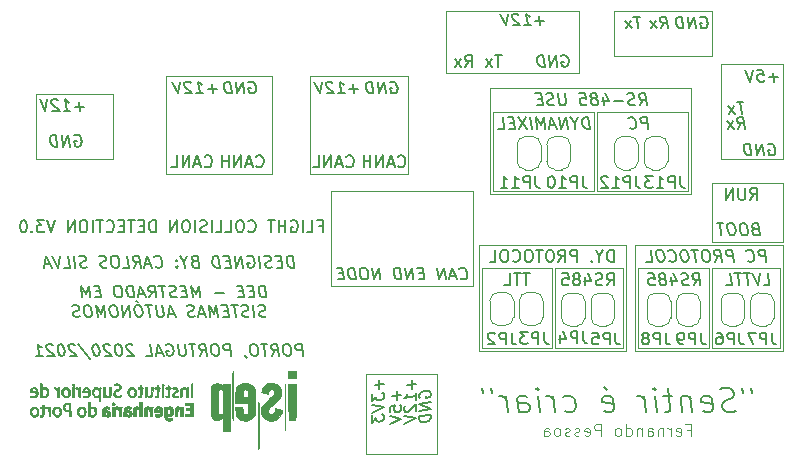
<source format=gbr>
%TF.GenerationSoftware,KiCad,Pcbnew,5.1.9-73d0e3b20d~88~ubuntu18.04.1*%
%TF.CreationDate,2021-01-21T10:29:52+00:00*%
%TF.ProjectId,Object_Detect_Board,4f626a65-6374-45f4-9465-746563745f42,V1.0*%
%TF.SameCoordinates,Original*%
%TF.FileFunction,Legend,Bot*%
%TF.FilePolarity,Positive*%
%FSLAX46Y46*%
G04 Gerber Fmt 4.6, Leading zero omitted, Abs format (unit mm)*
G04 Created by KiCad (PCBNEW 5.1.9-73d0e3b20d~88~ubuntu18.04.1) date 2021-01-21 10:29:52*
%MOMM*%
%LPD*%
G01*
G04 APERTURE LIST*
%ADD10C,0.120000*%
%ADD11C,0.150000*%
%ADD12C,0.125000*%
%ADD13C,0.010000*%
G04 APERTURE END LIST*
D10*
X182500000Y-93250000D02*
X182250000Y-93250000D01*
X182500000Y-98250000D02*
X182500000Y-93250000D01*
X182250000Y-98250000D02*
X182500000Y-98250000D01*
X176500000Y-93250000D02*
X176500000Y-98250000D01*
X182250000Y-93250000D02*
X176500000Y-93250000D01*
X176500000Y-98250000D02*
X182250000Y-98250000D01*
D11*
X180141651Y-97178571D02*
X180004747Y-97226190D01*
X179963080Y-97273809D01*
X179927366Y-97369047D01*
X179945223Y-97511904D01*
X180004747Y-97607142D01*
X180058318Y-97654761D01*
X180159508Y-97702380D01*
X180540461Y-97702380D01*
X180415461Y-96702380D01*
X180082127Y-96702380D01*
X179992842Y-96750000D01*
X179951175Y-96797619D01*
X179915461Y-96892857D01*
X179927366Y-96988095D01*
X179986889Y-97083333D01*
X180040461Y-97130952D01*
X180141651Y-97178571D01*
X180474985Y-97178571D01*
X179224985Y-96702380D02*
X179034508Y-96702380D01*
X178945223Y-96750000D01*
X178861889Y-96845238D01*
X178838080Y-97035714D01*
X178879747Y-97369047D01*
X178951175Y-97559523D01*
X179058318Y-97654761D01*
X179159508Y-97702380D01*
X179349985Y-97702380D01*
X179439270Y-97654761D01*
X179522604Y-97559523D01*
X179546413Y-97369047D01*
X179504747Y-97035714D01*
X179433318Y-96845238D01*
X179326175Y-96750000D01*
X179224985Y-96702380D01*
X178177366Y-96702380D02*
X177986889Y-96702380D01*
X177897604Y-96750000D01*
X177814270Y-96845238D01*
X177790461Y-97035714D01*
X177832127Y-97369047D01*
X177903556Y-97559523D01*
X178010699Y-97654761D01*
X178111889Y-97702380D01*
X178302366Y-97702380D01*
X178391651Y-97654761D01*
X178474985Y-97559523D01*
X178498794Y-97369047D01*
X178457127Y-97035714D01*
X178385699Y-96845238D01*
X178278556Y-96750000D01*
X178177366Y-96702380D01*
X177463080Y-96702380D02*
X176891651Y-96702380D01*
X177302366Y-97702380D02*
X177177366Y-96702380D01*
X179738095Y-94702380D02*
X180071428Y-94226190D01*
X180309523Y-94702380D02*
X180309523Y-93702380D01*
X179928571Y-93702380D01*
X179833333Y-93750000D01*
X179785714Y-93797619D01*
X179738095Y-93892857D01*
X179738095Y-94035714D01*
X179785714Y-94130952D01*
X179833333Y-94178571D01*
X179928571Y-94226190D01*
X180309523Y-94226190D01*
X179309523Y-93702380D02*
X179309523Y-94511904D01*
X179261904Y-94607142D01*
X179214285Y-94654761D01*
X179119047Y-94702380D01*
X178928571Y-94702380D01*
X178833333Y-94654761D01*
X178785714Y-94607142D01*
X178738095Y-94511904D01*
X178738095Y-93702380D01*
X178261904Y-94702380D02*
X178261904Y-93702380D01*
X177690476Y-94702380D01*
X177690476Y-93702380D01*
D12*
X174380952Y-114178571D02*
X174714285Y-114178571D01*
X174714285Y-114702380D02*
X174714285Y-113702380D01*
X174238095Y-113702380D01*
X173476190Y-114654761D02*
X173571428Y-114702380D01*
X173761904Y-114702380D01*
X173857142Y-114654761D01*
X173904761Y-114559523D01*
X173904761Y-114178571D01*
X173857142Y-114083333D01*
X173761904Y-114035714D01*
X173571428Y-114035714D01*
X173476190Y-114083333D01*
X173428571Y-114178571D01*
X173428571Y-114273809D01*
X173904761Y-114369047D01*
X173000000Y-114702380D02*
X173000000Y-114035714D01*
X173000000Y-114226190D02*
X172952380Y-114130952D01*
X172904761Y-114083333D01*
X172809523Y-114035714D01*
X172714285Y-114035714D01*
X172380952Y-114035714D02*
X172380952Y-114702380D01*
X172380952Y-114130952D02*
X172333333Y-114083333D01*
X172238095Y-114035714D01*
X172095238Y-114035714D01*
X172000000Y-114083333D01*
X171952380Y-114178571D01*
X171952380Y-114702380D01*
X171047619Y-114702380D02*
X171047619Y-114178571D01*
X171095238Y-114083333D01*
X171190476Y-114035714D01*
X171380952Y-114035714D01*
X171476190Y-114083333D01*
X171047619Y-114654761D02*
X171142857Y-114702380D01*
X171380952Y-114702380D01*
X171476190Y-114654761D01*
X171523809Y-114559523D01*
X171523809Y-114464285D01*
X171476190Y-114369047D01*
X171380952Y-114321428D01*
X171142857Y-114321428D01*
X171047619Y-114273809D01*
X170571428Y-114035714D02*
X170571428Y-114702380D01*
X170571428Y-114130952D02*
X170523809Y-114083333D01*
X170428571Y-114035714D01*
X170285714Y-114035714D01*
X170190476Y-114083333D01*
X170142857Y-114178571D01*
X170142857Y-114702380D01*
X169238095Y-114702380D02*
X169238095Y-113702380D01*
X169238095Y-114654761D02*
X169333333Y-114702380D01*
X169523809Y-114702380D01*
X169619047Y-114654761D01*
X169666666Y-114607142D01*
X169714285Y-114511904D01*
X169714285Y-114226190D01*
X169666666Y-114130952D01*
X169619047Y-114083333D01*
X169523809Y-114035714D01*
X169333333Y-114035714D01*
X169238095Y-114083333D01*
X168619047Y-114702380D02*
X168714285Y-114654761D01*
X168761904Y-114607142D01*
X168809523Y-114511904D01*
X168809523Y-114226190D01*
X168761904Y-114130952D01*
X168714285Y-114083333D01*
X168619047Y-114035714D01*
X168476190Y-114035714D01*
X168380952Y-114083333D01*
X168333333Y-114130952D01*
X168285714Y-114226190D01*
X168285714Y-114511904D01*
X168333333Y-114607142D01*
X168380952Y-114654761D01*
X168476190Y-114702380D01*
X168619047Y-114702380D01*
X167095238Y-114702380D02*
X167095238Y-113702380D01*
X166714285Y-113702380D01*
X166619047Y-113750000D01*
X166571428Y-113797619D01*
X166523809Y-113892857D01*
X166523809Y-114035714D01*
X166571428Y-114130952D01*
X166619047Y-114178571D01*
X166714285Y-114226190D01*
X167095238Y-114226190D01*
X165714285Y-114654761D02*
X165809523Y-114702380D01*
X166000000Y-114702380D01*
X166095238Y-114654761D01*
X166142857Y-114559523D01*
X166142857Y-114178571D01*
X166095238Y-114083333D01*
X166000000Y-114035714D01*
X165809523Y-114035714D01*
X165714285Y-114083333D01*
X165666666Y-114178571D01*
X165666666Y-114273809D01*
X166142857Y-114369047D01*
X165285714Y-114654761D02*
X165190476Y-114702380D01*
X165000000Y-114702380D01*
X164904761Y-114654761D01*
X164857142Y-114559523D01*
X164857142Y-114511904D01*
X164904761Y-114416666D01*
X165000000Y-114369047D01*
X165142857Y-114369047D01*
X165238095Y-114321428D01*
X165285714Y-114226190D01*
X165285714Y-114178571D01*
X165238095Y-114083333D01*
X165142857Y-114035714D01*
X165000000Y-114035714D01*
X164904761Y-114083333D01*
X164476190Y-114654761D02*
X164380952Y-114702380D01*
X164190476Y-114702380D01*
X164095238Y-114654761D01*
X164047619Y-114559523D01*
X164047619Y-114511904D01*
X164095238Y-114416666D01*
X164190476Y-114369047D01*
X164333333Y-114369047D01*
X164428571Y-114321428D01*
X164476190Y-114226190D01*
X164476190Y-114178571D01*
X164428571Y-114083333D01*
X164333333Y-114035714D01*
X164190476Y-114035714D01*
X164095238Y-114083333D01*
X163476190Y-114702380D02*
X163571428Y-114654761D01*
X163619047Y-114607142D01*
X163666666Y-114511904D01*
X163666666Y-114226190D01*
X163619047Y-114130952D01*
X163571428Y-114083333D01*
X163476190Y-114035714D01*
X163333333Y-114035714D01*
X163238095Y-114083333D01*
X163190476Y-114130952D01*
X163142857Y-114226190D01*
X163142857Y-114511904D01*
X163190476Y-114607142D01*
X163238095Y-114654761D01*
X163333333Y-114702380D01*
X163476190Y-114702380D01*
X162285714Y-114702380D02*
X162285714Y-114178571D01*
X162333333Y-114083333D01*
X162428571Y-114035714D01*
X162619047Y-114035714D01*
X162714285Y-114083333D01*
X162285714Y-114654761D02*
X162380952Y-114702380D01*
X162619047Y-114702380D01*
X162714285Y-114654761D01*
X162761904Y-114559523D01*
X162761904Y-114464285D01*
X162714285Y-114369047D01*
X162619047Y-114321428D01*
X162380952Y-114321428D01*
X162285714Y-114273809D01*
D11*
X179818735Y-110654761D02*
X179866354Y-111035714D01*
X179056830Y-110654761D02*
X179104449Y-111035714D01*
X178533020Y-112559523D02*
X178259211Y-112654761D01*
X177783020Y-112654761D01*
X177580639Y-112559523D01*
X177473497Y-112464285D01*
X177354449Y-112273809D01*
X177330639Y-112083333D01*
X177402068Y-111892857D01*
X177485401Y-111797619D01*
X177663973Y-111702380D01*
X178033020Y-111607142D01*
X178211592Y-111511904D01*
X178294925Y-111416666D01*
X178366354Y-111226190D01*
X178342544Y-111035714D01*
X178223497Y-110845238D01*
X178116354Y-110750000D01*
X177913973Y-110654761D01*
X177437782Y-110654761D01*
X177163973Y-110750000D01*
X175771116Y-112559523D02*
X175973497Y-112654761D01*
X176354449Y-112654761D01*
X176533020Y-112559523D01*
X176604449Y-112369047D01*
X176509211Y-111607142D01*
X176390163Y-111416666D01*
X176187782Y-111321428D01*
X175806830Y-111321428D01*
X175628258Y-111416666D01*
X175556830Y-111607142D01*
X175580639Y-111797619D01*
X176556830Y-111988095D01*
X174663973Y-111321428D02*
X174830639Y-112654761D01*
X174687782Y-111511904D02*
X174580639Y-111416666D01*
X174378258Y-111321428D01*
X174092544Y-111321428D01*
X173913973Y-111416666D01*
X173842544Y-111607142D01*
X173973497Y-112654761D01*
X173140163Y-111321428D02*
X172378258Y-111321428D01*
X172771116Y-110654761D02*
X172985401Y-112369047D01*
X172913973Y-112559523D01*
X172735401Y-112654761D01*
X172544925Y-112654761D01*
X171878258Y-112654761D02*
X171711592Y-111321428D01*
X171628258Y-110654761D02*
X171735401Y-110750000D01*
X171652068Y-110845238D01*
X171544925Y-110750000D01*
X171628258Y-110654761D01*
X171652068Y-110845238D01*
X170925877Y-112654761D02*
X170759211Y-111321428D01*
X170806830Y-111702380D02*
X170687782Y-111511904D01*
X170580639Y-111416666D01*
X170378258Y-111321428D01*
X170187782Y-111321428D01*
X167390163Y-112559523D02*
X167592544Y-112654761D01*
X167973497Y-112654761D01*
X168152068Y-112559523D01*
X168223497Y-112369047D01*
X168128258Y-111607142D01*
X168009211Y-111416666D01*
X167806830Y-111321428D01*
X167425877Y-111321428D01*
X167247306Y-111416666D01*
X167175877Y-111607142D01*
X167199687Y-111797619D01*
X168175877Y-111988095D01*
X167330639Y-110559523D02*
X167652068Y-110845238D01*
X164056830Y-112559523D02*
X164259211Y-112654761D01*
X164640163Y-112654761D01*
X164818735Y-112559523D01*
X164902068Y-112464285D01*
X164973497Y-112273809D01*
X164902068Y-111702380D01*
X164783020Y-111511904D01*
X164675877Y-111416666D01*
X164473497Y-111321428D01*
X164092544Y-111321428D01*
X163913973Y-111416666D01*
X163211592Y-112654761D02*
X163044925Y-111321428D01*
X163092544Y-111702380D02*
X162973497Y-111511904D01*
X162866354Y-111416666D01*
X162663973Y-111321428D01*
X162473497Y-111321428D01*
X161973497Y-112654761D02*
X161806830Y-111321428D01*
X161723497Y-110654761D02*
X161830639Y-110750000D01*
X161747306Y-110845238D01*
X161640163Y-110750000D01*
X161723497Y-110654761D01*
X161747306Y-110845238D01*
X160163973Y-112654761D02*
X160033020Y-111607142D01*
X160104449Y-111416666D01*
X160283020Y-111321428D01*
X160663973Y-111321428D01*
X160866354Y-111416666D01*
X160152068Y-112559523D02*
X160354449Y-112654761D01*
X160830639Y-112654761D01*
X161009211Y-112559523D01*
X161080639Y-112369047D01*
X161056830Y-112178571D01*
X160937782Y-111988095D01*
X160735401Y-111892857D01*
X160259211Y-111892857D01*
X160056830Y-111797619D01*
X159211592Y-112654761D02*
X159044925Y-111321428D01*
X159092544Y-111702380D02*
X158973497Y-111511904D01*
X158866354Y-111416666D01*
X158663973Y-111321428D01*
X158473497Y-111321428D01*
X157818735Y-110654761D02*
X157866354Y-111035714D01*
X157056830Y-110654761D02*
X157104449Y-111035714D01*
D10*
X170000000Y-107500000D02*
X170000000Y-106750000D01*
X182500000Y-107500000D02*
X170000000Y-107500000D01*
X182500000Y-106750000D02*
X182500000Y-107500000D01*
X182250000Y-107250000D02*
X182250000Y-107000000D01*
X176500000Y-107250000D02*
X182250000Y-107250000D01*
X176500000Y-107000000D02*
X176500000Y-107250000D01*
X176250000Y-107250000D02*
X176250000Y-107000000D01*
X170250000Y-107250000D02*
X176250000Y-107250000D01*
X170250000Y-107000000D02*
X170250000Y-107250000D01*
X169250000Y-107500000D02*
X169250000Y-98500000D01*
X156750000Y-98500000D02*
X157000000Y-98500000D01*
X156750000Y-107500000D02*
X156750000Y-98500000D01*
X169250000Y-107500000D02*
X156750000Y-107500000D01*
X169000000Y-98500000D02*
X169250000Y-98500000D01*
X169000000Y-98500000D02*
X157000000Y-98500000D01*
D11*
X168166666Y-99952380D02*
X168166666Y-98952380D01*
X167928571Y-98952380D01*
X167785714Y-99000000D01*
X167690476Y-99095238D01*
X167642857Y-99190476D01*
X167595238Y-99380952D01*
X167595238Y-99523809D01*
X167642857Y-99714285D01*
X167690476Y-99809523D01*
X167785714Y-99904761D01*
X167928571Y-99952380D01*
X168166666Y-99952380D01*
X166976190Y-99476190D02*
X166976190Y-99952380D01*
X167309523Y-98952380D02*
X166976190Y-99476190D01*
X166642857Y-98952380D01*
X166309523Y-99857142D02*
X166261904Y-99904761D01*
X166309523Y-99952380D01*
X166357142Y-99904761D01*
X166309523Y-99857142D01*
X166309523Y-99952380D01*
X165071428Y-99952380D02*
X165071428Y-98952380D01*
X164690476Y-98952380D01*
X164595238Y-99000000D01*
X164547619Y-99047619D01*
X164500000Y-99142857D01*
X164500000Y-99285714D01*
X164547619Y-99380952D01*
X164595238Y-99428571D01*
X164690476Y-99476190D01*
X165071428Y-99476190D01*
X163500000Y-99952380D02*
X163833333Y-99476190D01*
X164071428Y-99952380D02*
X164071428Y-98952380D01*
X163690476Y-98952380D01*
X163595238Y-99000000D01*
X163547619Y-99047619D01*
X163500000Y-99142857D01*
X163500000Y-99285714D01*
X163547619Y-99380952D01*
X163595238Y-99428571D01*
X163690476Y-99476190D01*
X164071428Y-99476190D01*
X162880952Y-98952380D02*
X162690476Y-98952380D01*
X162595238Y-99000000D01*
X162500000Y-99095238D01*
X162452380Y-99285714D01*
X162452380Y-99619047D01*
X162500000Y-99809523D01*
X162595238Y-99904761D01*
X162690476Y-99952380D01*
X162880952Y-99952380D01*
X162976190Y-99904761D01*
X163071428Y-99809523D01*
X163119047Y-99619047D01*
X163119047Y-99285714D01*
X163071428Y-99095238D01*
X162976190Y-99000000D01*
X162880952Y-98952380D01*
X162166666Y-98952380D02*
X161595238Y-98952380D01*
X161880952Y-99952380D02*
X161880952Y-98952380D01*
X161071428Y-98952380D02*
X160880952Y-98952380D01*
X160785714Y-99000000D01*
X160690476Y-99095238D01*
X160642857Y-99285714D01*
X160642857Y-99619047D01*
X160690476Y-99809523D01*
X160785714Y-99904761D01*
X160880952Y-99952380D01*
X161071428Y-99952380D01*
X161166666Y-99904761D01*
X161261904Y-99809523D01*
X161309523Y-99619047D01*
X161309523Y-99285714D01*
X161261904Y-99095238D01*
X161166666Y-99000000D01*
X161071428Y-98952380D01*
X159642857Y-99857142D02*
X159690476Y-99904761D01*
X159833333Y-99952380D01*
X159928571Y-99952380D01*
X160071428Y-99904761D01*
X160166666Y-99809523D01*
X160214285Y-99714285D01*
X160261904Y-99523809D01*
X160261904Y-99380952D01*
X160214285Y-99190476D01*
X160166666Y-99095238D01*
X160071428Y-99000000D01*
X159928571Y-98952380D01*
X159833333Y-98952380D01*
X159690476Y-99000000D01*
X159642857Y-99047619D01*
X159023809Y-98952380D02*
X158833333Y-98952380D01*
X158738095Y-99000000D01*
X158642857Y-99095238D01*
X158595238Y-99285714D01*
X158595238Y-99619047D01*
X158642857Y-99809523D01*
X158738095Y-99904761D01*
X158833333Y-99952380D01*
X159023809Y-99952380D01*
X159119047Y-99904761D01*
X159214285Y-99809523D01*
X159261904Y-99619047D01*
X159261904Y-99285714D01*
X159214285Y-99095238D01*
X159119047Y-99000000D01*
X159023809Y-98952380D01*
X157690476Y-99952380D02*
X158166666Y-99952380D01*
X158166666Y-98952380D01*
D10*
X169000000Y-107250000D02*
X169000000Y-100500000D01*
X163250000Y-107250000D02*
X169000000Y-107250000D01*
X163250000Y-100500000D02*
X169000000Y-100500000D01*
X163250000Y-107250000D02*
X163250000Y-100500000D01*
X157000000Y-107250000D02*
X163000000Y-107250000D01*
X157000000Y-100500000D02*
X157000000Y-107250000D01*
X163000000Y-100500000D02*
X157000000Y-100500000D01*
X163000000Y-107250000D02*
X163000000Y-100500000D01*
D11*
X167595238Y-101952380D02*
X167928571Y-101476190D01*
X168166666Y-101952380D02*
X168166666Y-100952380D01*
X167785714Y-100952380D01*
X167690476Y-101000000D01*
X167642857Y-101047619D01*
X167595238Y-101142857D01*
X167595238Y-101285714D01*
X167642857Y-101380952D01*
X167690476Y-101428571D01*
X167785714Y-101476190D01*
X168166666Y-101476190D01*
X167214285Y-101904761D02*
X167071428Y-101952380D01*
X166833333Y-101952380D01*
X166738095Y-101904761D01*
X166690476Y-101857142D01*
X166642857Y-101761904D01*
X166642857Y-101666666D01*
X166690476Y-101571428D01*
X166738095Y-101523809D01*
X166833333Y-101476190D01*
X167023809Y-101428571D01*
X167119047Y-101380952D01*
X167166666Y-101333333D01*
X167214285Y-101238095D01*
X167214285Y-101142857D01*
X167166666Y-101047619D01*
X167119047Y-101000000D01*
X167023809Y-100952380D01*
X166785714Y-100952380D01*
X166642857Y-101000000D01*
X165785714Y-101285714D02*
X165785714Y-101952380D01*
X166023809Y-100904761D02*
X166261904Y-101619047D01*
X165642857Y-101619047D01*
X165119047Y-101380952D02*
X165214285Y-101333333D01*
X165261904Y-101285714D01*
X165309523Y-101190476D01*
X165309523Y-101142857D01*
X165261904Y-101047619D01*
X165214285Y-101000000D01*
X165119047Y-100952380D01*
X164928571Y-100952380D01*
X164833333Y-101000000D01*
X164785714Y-101047619D01*
X164738095Y-101142857D01*
X164738095Y-101190476D01*
X164785714Y-101285714D01*
X164833333Y-101333333D01*
X164928571Y-101380952D01*
X165119047Y-101380952D01*
X165214285Y-101428571D01*
X165261904Y-101476190D01*
X165309523Y-101571428D01*
X165309523Y-101761904D01*
X165261904Y-101857142D01*
X165214285Y-101904761D01*
X165119047Y-101952380D01*
X164928571Y-101952380D01*
X164833333Y-101904761D01*
X164785714Y-101857142D01*
X164738095Y-101761904D01*
X164738095Y-101571428D01*
X164785714Y-101476190D01*
X164833333Y-101428571D01*
X164928571Y-101380952D01*
X163833333Y-100952380D02*
X164309523Y-100952380D01*
X164357142Y-101428571D01*
X164309523Y-101380952D01*
X164214285Y-101333333D01*
X163976190Y-101333333D01*
X163880952Y-101380952D01*
X163833333Y-101428571D01*
X163785714Y-101523809D01*
X163785714Y-101761904D01*
X163833333Y-101857142D01*
X163880952Y-101904761D01*
X163976190Y-101952380D01*
X164214285Y-101952380D01*
X164309523Y-101904761D01*
X164357142Y-101857142D01*
X161071428Y-100952380D02*
X160500000Y-100952380D01*
X160785714Y-101952380D02*
X160785714Y-100952380D01*
X160309523Y-100952380D02*
X159738095Y-100952380D01*
X160023809Y-101952380D02*
X160023809Y-100952380D01*
X158928571Y-101952380D02*
X159404761Y-101952380D01*
X159404761Y-100952380D01*
D10*
X174750000Y-85250000D02*
X174750000Y-94250000D01*
X157750000Y-85250000D02*
X174750000Y-85250000D01*
X157750000Y-94250000D02*
X157750000Y-85250000D01*
X174750000Y-94250000D02*
X157750000Y-94250000D01*
X174500000Y-87250000D02*
X174000000Y-87250000D01*
X174500000Y-94000000D02*
X174500000Y-87250000D01*
X174000000Y-94000000D02*
X174500000Y-94000000D01*
D11*
X170397604Y-86702380D02*
X170671413Y-86226190D01*
X170969032Y-86702380D02*
X170844032Y-85702380D01*
X170463080Y-85702380D01*
X170373794Y-85750000D01*
X170332127Y-85797619D01*
X170296413Y-85892857D01*
X170314270Y-86035714D01*
X170373794Y-86130952D01*
X170427366Y-86178571D01*
X170528556Y-86226190D01*
X170909508Y-86226190D01*
X170010699Y-86654761D02*
X169873794Y-86702380D01*
X169635699Y-86702380D01*
X169534508Y-86654761D01*
X169480937Y-86607142D01*
X169421413Y-86511904D01*
X169409508Y-86416666D01*
X169445223Y-86321428D01*
X169486889Y-86273809D01*
X169576175Y-86226190D01*
X169760699Y-86178571D01*
X169849985Y-86130952D01*
X169891651Y-86083333D01*
X169927366Y-85988095D01*
X169915461Y-85892857D01*
X169855937Y-85797619D01*
X169802366Y-85750000D01*
X169701175Y-85702380D01*
X169463080Y-85702380D01*
X169326175Y-85750000D01*
X168969032Y-86321428D02*
X168207127Y-86321428D01*
X167266651Y-86035714D02*
X167349985Y-86702380D01*
X167457127Y-85654761D02*
X167784508Y-86369047D01*
X167165461Y-86369047D01*
X166611889Y-86130952D02*
X166701175Y-86083333D01*
X166742842Y-86035714D01*
X166778556Y-85940476D01*
X166772604Y-85892857D01*
X166713080Y-85797619D01*
X166659508Y-85750000D01*
X166558318Y-85702380D01*
X166367842Y-85702380D01*
X166278556Y-85750000D01*
X166236889Y-85797619D01*
X166201175Y-85892857D01*
X166207127Y-85940476D01*
X166266651Y-86035714D01*
X166320223Y-86083333D01*
X166421413Y-86130952D01*
X166611889Y-86130952D01*
X166713080Y-86178571D01*
X166766651Y-86226190D01*
X166826175Y-86321428D01*
X166849985Y-86511904D01*
X166814270Y-86607142D01*
X166772604Y-86654761D01*
X166683318Y-86702380D01*
X166492842Y-86702380D01*
X166391651Y-86654761D01*
X166338080Y-86607142D01*
X166278556Y-86511904D01*
X166254747Y-86321428D01*
X166290461Y-86226190D01*
X166332127Y-86178571D01*
X166421413Y-86130952D01*
X165272604Y-85702380D02*
X165748794Y-85702380D01*
X165855937Y-86178571D01*
X165802366Y-86130952D01*
X165701175Y-86083333D01*
X165463080Y-86083333D01*
X165373794Y-86130952D01*
X165332127Y-86178571D01*
X165296413Y-86273809D01*
X165326175Y-86511904D01*
X165385699Y-86607142D01*
X165439270Y-86654761D01*
X165540461Y-86702380D01*
X165778556Y-86702380D01*
X165867842Y-86654761D01*
X165909508Y-86607142D01*
X164034508Y-85702380D02*
X164135699Y-86511904D01*
X164099985Y-86607142D01*
X164058318Y-86654761D01*
X163969032Y-86702380D01*
X163778556Y-86702380D01*
X163677366Y-86654761D01*
X163623794Y-86607142D01*
X163564270Y-86511904D01*
X163463080Y-85702380D01*
X163153556Y-86654761D02*
X163016651Y-86702380D01*
X162778556Y-86702380D01*
X162677366Y-86654761D01*
X162623794Y-86607142D01*
X162564270Y-86511904D01*
X162552366Y-86416666D01*
X162588080Y-86321428D01*
X162629747Y-86273809D01*
X162719032Y-86226190D01*
X162903556Y-86178571D01*
X162992842Y-86130952D01*
X163034508Y-86083333D01*
X163070223Y-85988095D01*
X163058318Y-85892857D01*
X162998794Y-85797619D01*
X162945223Y-85750000D01*
X162844032Y-85702380D01*
X162605937Y-85702380D01*
X162469032Y-85750000D01*
X162094032Y-86178571D02*
X161760699Y-86178571D01*
X161683318Y-86702380D02*
X162159508Y-86702380D01*
X162034508Y-85702380D01*
X161558318Y-85702380D01*
D10*
X158000000Y-87250000D02*
X166500000Y-87250000D01*
X158000000Y-94000000D02*
X158000000Y-87250000D01*
X166500000Y-94000000D02*
X158000000Y-94000000D01*
X166500000Y-87250000D02*
X166500000Y-94000000D01*
D11*
X166135699Y-88702380D02*
X166010699Y-87702380D01*
X165772604Y-87702380D01*
X165635699Y-87750000D01*
X165552366Y-87845238D01*
X165516651Y-87940476D01*
X165492842Y-88130952D01*
X165510699Y-88273809D01*
X165582127Y-88464285D01*
X165641651Y-88559523D01*
X165748794Y-88654761D01*
X165897604Y-88702380D01*
X166135699Y-88702380D01*
X164885699Y-88226190D02*
X164945223Y-88702380D01*
X165153556Y-87702380D02*
X164885699Y-88226190D01*
X164486889Y-87702380D01*
X164278556Y-88702380D02*
X164153556Y-87702380D01*
X163707127Y-88702380D01*
X163582127Y-87702380D01*
X163242842Y-88416666D02*
X162766651Y-88416666D01*
X163373794Y-88702380D02*
X162915461Y-87702380D01*
X162707127Y-88702380D01*
X162373794Y-88702380D02*
X162248794Y-87702380D01*
X162004747Y-88416666D01*
X161582127Y-87702380D01*
X161707127Y-88702380D01*
X161230937Y-88702380D02*
X161105937Y-87702380D01*
X160724985Y-87702380D02*
X160183318Y-88702380D01*
X160058318Y-87702380D02*
X160849985Y-88702380D01*
X159736889Y-88178571D02*
X159403556Y-88178571D01*
X159326175Y-88702380D02*
X159802366Y-88702380D01*
X159677366Y-87702380D01*
X159201175Y-87702380D01*
X158421413Y-88702380D02*
X158897604Y-88702380D01*
X158772604Y-87702380D01*
D10*
X166750000Y-87250000D02*
X174000000Y-87250000D01*
X166750000Y-94000000D02*
X166750000Y-87250000D01*
X166750000Y-94000000D02*
X174000000Y-94000000D01*
D11*
X171111889Y-88702380D02*
X170986889Y-87702380D01*
X170605937Y-87702380D01*
X170516651Y-87750000D01*
X170474985Y-87797619D01*
X170439270Y-87892857D01*
X170457127Y-88035714D01*
X170516651Y-88130952D01*
X170570223Y-88178571D01*
X170671413Y-88226190D01*
X171052366Y-88226190D01*
X169528556Y-88607142D02*
X169582127Y-88654761D01*
X169730937Y-88702380D01*
X169826175Y-88702380D01*
X169963080Y-88654761D01*
X170046413Y-88559523D01*
X170082127Y-88464285D01*
X170105937Y-88273809D01*
X170088080Y-88130952D01*
X170016651Y-87940476D01*
X169957127Y-87845238D01*
X169849985Y-87750000D01*
X169701175Y-87702380D01*
X169605937Y-87702380D01*
X169469032Y-87750000D01*
X169427366Y-87797619D01*
D10*
X182500000Y-98500000D02*
X170000000Y-98500000D01*
X170250000Y-100500000D02*
X170250000Y-100750000D01*
X176250000Y-100500000D02*
X170250000Y-100500000D01*
X176250000Y-100750000D02*
X176250000Y-100500000D01*
X176500000Y-100500000D02*
X176500000Y-100750000D01*
X182250000Y-100750000D02*
X182250000Y-100500000D01*
X182500000Y-98750000D02*
X182500000Y-98500000D01*
X182500000Y-106750000D02*
X182500000Y-98750000D01*
X170000000Y-98500000D02*
X170000000Y-106750000D01*
D11*
X181099985Y-99952380D02*
X180974985Y-98952380D01*
X180594032Y-98952380D01*
X180504747Y-99000000D01*
X180463080Y-99047619D01*
X180427366Y-99142857D01*
X180445223Y-99285714D01*
X180504747Y-99380952D01*
X180558318Y-99428571D01*
X180659508Y-99476190D01*
X181040461Y-99476190D01*
X179516651Y-99857142D02*
X179570223Y-99904761D01*
X179719032Y-99952380D01*
X179814270Y-99952380D01*
X179951175Y-99904761D01*
X180034508Y-99809523D01*
X180070223Y-99714285D01*
X180094032Y-99523809D01*
X180076175Y-99380952D01*
X180004747Y-99190476D01*
X179945223Y-99095238D01*
X179838080Y-99000000D01*
X179689270Y-98952380D01*
X179594032Y-98952380D01*
X179457127Y-99000000D01*
X179415461Y-99047619D01*
X178338080Y-99952380D02*
X178213080Y-98952380D01*
X177832127Y-98952380D01*
X177742842Y-99000000D01*
X177701175Y-99047619D01*
X177665461Y-99142857D01*
X177683318Y-99285714D01*
X177742842Y-99380952D01*
X177796413Y-99428571D01*
X177897604Y-99476190D01*
X178278556Y-99476190D01*
X176766651Y-99952380D02*
X177040461Y-99476190D01*
X177338080Y-99952380D02*
X177213080Y-98952380D01*
X176832127Y-98952380D01*
X176742842Y-99000000D01*
X176701175Y-99047619D01*
X176665461Y-99142857D01*
X176683318Y-99285714D01*
X176742842Y-99380952D01*
X176796413Y-99428571D01*
X176897604Y-99476190D01*
X177278556Y-99476190D01*
X176022604Y-98952380D02*
X175832127Y-98952380D01*
X175742842Y-99000000D01*
X175659508Y-99095238D01*
X175635699Y-99285714D01*
X175677366Y-99619047D01*
X175748794Y-99809523D01*
X175855937Y-99904761D01*
X175957127Y-99952380D01*
X176147604Y-99952380D01*
X176236889Y-99904761D01*
X176320223Y-99809523D01*
X176344032Y-99619047D01*
X176302366Y-99285714D01*
X176230937Y-99095238D01*
X176123794Y-99000000D01*
X176022604Y-98952380D01*
X175308318Y-98952380D02*
X174736889Y-98952380D01*
X175147604Y-99952380D02*
X175022604Y-98952380D01*
X174213080Y-98952380D02*
X174022604Y-98952380D01*
X173933318Y-99000000D01*
X173849985Y-99095238D01*
X173826175Y-99285714D01*
X173867842Y-99619047D01*
X173939270Y-99809523D01*
X174046413Y-99904761D01*
X174147604Y-99952380D01*
X174338080Y-99952380D01*
X174427366Y-99904761D01*
X174510699Y-99809523D01*
X174534508Y-99619047D01*
X174492842Y-99285714D01*
X174421413Y-99095238D01*
X174314270Y-99000000D01*
X174213080Y-98952380D01*
X172897604Y-99857142D02*
X172951175Y-99904761D01*
X173099985Y-99952380D01*
X173195223Y-99952380D01*
X173332127Y-99904761D01*
X173415461Y-99809523D01*
X173451175Y-99714285D01*
X173474985Y-99523809D01*
X173457127Y-99380952D01*
X173385699Y-99190476D01*
X173326175Y-99095238D01*
X173219032Y-99000000D01*
X173070223Y-98952380D01*
X172974985Y-98952380D01*
X172838080Y-99000000D01*
X172796413Y-99047619D01*
X172165461Y-98952380D02*
X171974985Y-98952380D01*
X171885699Y-99000000D01*
X171802366Y-99095238D01*
X171778556Y-99285714D01*
X171820223Y-99619047D01*
X171891651Y-99809523D01*
X171998794Y-99904761D01*
X172099985Y-99952380D01*
X172290461Y-99952380D01*
X172379747Y-99904761D01*
X172463080Y-99809523D01*
X172486889Y-99619047D01*
X172445223Y-99285714D01*
X172373794Y-99095238D01*
X172266651Y-99000000D01*
X172165461Y-98952380D01*
X170957127Y-99952380D02*
X171433318Y-99952380D01*
X171308318Y-98952380D01*
D10*
X170250000Y-107000000D02*
X170250000Y-100750000D01*
X176250000Y-100750000D02*
X176250000Y-107000000D01*
X176500000Y-100750000D02*
X176500000Y-107000000D01*
X182250000Y-100750000D02*
X182250000Y-107000000D01*
X176500000Y-100500000D02*
X182250000Y-100500000D01*
D11*
X174945223Y-101952380D02*
X175219032Y-101476190D01*
X175516651Y-101952380D02*
X175391651Y-100952380D01*
X175010699Y-100952380D01*
X174921413Y-101000000D01*
X174879747Y-101047619D01*
X174844032Y-101142857D01*
X174861889Y-101285714D01*
X174921413Y-101380952D01*
X174974985Y-101428571D01*
X175076175Y-101476190D01*
X175457127Y-101476190D01*
X174558318Y-101904761D02*
X174421413Y-101952380D01*
X174183318Y-101952380D01*
X174082127Y-101904761D01*
X174028556Y-101857142D01*
X173969032Y-101761904D01*
X173957127Y-101666666D01*
X173992842Y-101571428D01*
X174034508Y-101523809D01*
X174123794Y-101476190D01*
X174308318Y-101428571D01*
X174397604Y-101380952D01*
X174439270Y-101333333D01*
X174474985Y-101238095D01*
X174463080Y-101142857D01*
X174403556Y-101047619D01*
X174349985Y-101000000D01*
X174248794Y-100952380D01*
X174010699Y-100952380D01*
X173873794Y-101000000D01*
X173052366Y-101285714D02*
X173135699Y-101952380D01*
X173242842Y-100904761D02*
X173570223Y-101619047D01*
X172951175Y-101619047D01*
X172397604Y-101380952D02*
X172486889Y-101333333D01*
X172528556Y-101285714D01*
X172564270Y-101190476D01*
X172558318Y-101142857D01*
X172498794Y-101047619D01*
X172445223Y-101000000D01*
X172344032Y-100952380D01*
X172153556Y-100952380D01*
X172064270Y-101000000D01*
X172022604Y-101047619D01*
X171986889Y-101142857D01*
X171992842Y-101190476D01*
X172052366Y-101285714D01*
X172105937Y-101333333D01*
X172207127Y-101380952D01*
X172397604Y-101380952D01*
X172498794Y-101428571D01*
X172552366Y-101476190D01*
X172611889Y-101571428D01*
X172635699Y-101761904D01*
X172599985Y-101857142D01*
X172558318Y-101904761D01*
X172469032Y-101952380D01*
X172278556Y-101952380D01*
X172177366Y-101904761D01*
X172123794Y-101857142D01*
X172064270Y-101761904D01*
X172040461Y-101571428D01*
X172076175Y-101476190D01*
X172117842Y-101428571D01*
X172207127Y-101380952D01*
X171058318Y-100952380D02*
X171534508Y-100952380D01*
X171641651Y-101428571D01*
X171588080Y-101380952D01*
X171486889Y-101333333D01*
X171248794Y-101333333D01*
X171159508Y-101380952D01*
X171117842Y-101428571D01*
X171082127Y-101523809D01*
X171111889Y-101761904D01*
X171171413Y-101857142D01*
X171224985Y-101904761D01*
X171326175Y-101952380D01*
X171564270Y-101952380D01*
X171653556Y-101904761D01*
X171695223Y-101857142D01*
X180885699Y-101952380D02*
X181361889Y-101952380D01*
X181236889Y-100952380D01*
X180570223Y-100952380D02*
X180361889Y-101952380D01*
X179903556Y-100952380D01*
X179713080Y-100952380D02*
X179141651Y-100952380D01*
X179552366Y-101952380D02*
X179427366Y-100952380D01*
X178951175Y-100952380D02*
X178379747Y-100952380D01*
X178790461Y-101952380D02*
X178665461Y-100952380D01*
X177695223Y-101952380D02*
X178171413Y-101952380D01*
X178046413Y-100952380D01*
X138766651Y-102977380D02*
X138641651Y-101977380D01*
X138403556Y-101977380D01*
X138266651Y-102025000D01*
X138183318Y-102120238D01*
X138147604Y-102215476D01*
X138123794Y-102405952D01*
X138141651Y-102548809D01*
X138213080Y-102739285D01*
X138272604Y-102834523D01*
X138379747Y-102929761D01*
X138528556Y-102977380D01*
X138766651Y-102977380D01*
X137701175Y-102453571D02*
X137367842Y-102453571D01*
X137290461Y-102977380D02*
X137766651Y-102977380D01*
X137641651Y-101977380D01*
X137165461Y-101977380D01*
X136796413Y-102453571D02*
X136463080Y-102453571D01*
X136385699Y-102977380D02*
X136861889Y-102977380D01*
X136736889Y-101977380D01*
X136260699Y-101977380D01*
X135147604Y-102596428D02*
X134385699Y-102596428D01*
X133195223Y-102977380D02*
X133070223Y-101977380D01*
X132826175Y-102691666D01*
X132403556Y-101977380D01*
X132528556Y-102977380D01*
X131986889Y-102453571D02*
X131653556Y-102453571D01*
X131576175Y-102977380D02*
X132052366Y-102977380D01*
X131927366Y-101977380D01*
X131451175Y-101977380D01*
X131189270Y-102929761D02*
X131052366Y-102977380D01*
X130814270Y-102977380D01*
X130713080Y-102929761D01*
X130659508Y-102882142D01*
X130599985Y-102786904D01*
X130588080Y-102691666D01*
X130623794Y-102596428D01*
X130665461Y-102548809D01*
X130754747Y-102501190D01*
X130939270Y-102453571D01*
X131028556Y-102405952D01*
X131070223Y-102358333D01*
X131105937Y-102263095D01*
X131094032Y-102167857D01*
X131034508Y-102072619D01*
X130980937Y-102025000D01*
X130879747Y-101977380D01*
X130641651Y-101977380D01*
X130504747Y-102025000D01*
X130213080Y-101977380D02*
X129641651Y-101977380D01*
X130052366Y-102977380D02*
X129927366Y-101977380D01*
X128861889Y-102977380D02*
X129135699Y-102501190D01*
X129433318Y-102977380D02*
X129308318Y-101977380D01*
X128927366Y-101977380D01*
X128838080Y-102025000D01*
X128796413Y-102072619D01*
X128760699Y-102167857D01*
X128778556Y-102310714D01*
X128838080Y-102405952D01*
X128891651Y-102453571D01*
X128992842Y-102501190D01*
X129373794Y-102501190D01*
X128445223Y-102691666D02*
X127969032Y-102691666D01*
X128576175Y-102977380D02*
X128117842Y-101977380D01*
X127909508Y-102977380D01*
X127576175Y-102977380D02*
X127451175Y-101977380D01*
X127213080Y-101977380D01*
X127076175Y-102025000D01*
X126992842Y-102120238D01*
X126957127Y-102215476D01*
X126933318Y-102405952D01*
X126951175Y-102548809D01*
X127022604Y-102739285D01*
X127082127Y-102834523D01*
X127189270Y-102929761D01*
X127338080Y-102977380D01*
X127576175Y-102977380D01*
X126260699Y-101977380D02*
X126070223Y-101977380D01*
X125980937Y-102025000D01*
X125897604Y-102120238D01*
X125873794Y-102310714D01*
X125915461Y-102644047D01*
X125986889Y-102834523D01*
X126094032Y-102929761D01*
X126195223Y-102977380D01*
X126385699Y-102977380D01*
X126474985Y-102929761D01*
X126558318Y-102834523D01*
X126582127Y-102644047D01*
X126540461Y-102310714D01*
X126469032Y-102120238D01*
X126361889Y-102025000D01*
X126260699Y-101977380D01*
X124701175Y-102453571D02*
X124367842Y-102453571D01*
X124290461Y-102977380D02*
X124766651Y-102977380D01*
X124641651Y-101977380D01*
X124165461Y-101977380D01*
X123861889Y-102977380D02*
X123736889Y-101977380D01*
X123492842Y-102691666D01*
X123070223Y-101977380D01*
X123195223Y-102977380D01*
X138760699Y-104579761D02*
X138623794Y-104627380D01*
X138385699Y-104627380D01*
X138284508Y-104579761D01*
X138230937Y-104532142D01*
X138171413Y-104436904D01*
X138159508Y-104341666D01*
X138195223Y-104246428D01*
X138236889Y-104198809D01*
X138326175Y-104151190D01*
X138510699Y-104103571D01*
X138599985Y-104055952D01*
X138641651Y-104008333D01*
X138677366Y-103913095D01*
X138665461Y-103817857D01*
X138605937Y-103722619D01*
X138552366Y-103675000D01*
X138451175Y-103627380D01*
X138213080Y-103627380D01*
X138076175Y-103675000D01*
X137766651Y-104627380D02*
X137641651Y-103627380D01*
X137332127Y-104579761D02*
X137195223Y-104627380D01*
X136957127Y-104627380D01*
X136855937Y-104579761D01*
X136802366Y-104532142D01*
X136742842Y-104436904D01*
X136730937Y-104341666D01*
X136766651Y-104246428D01*
X136808318Y-104198809D01*
X136897604Y-104151190D01*
X137082127Y-104103571D01*
X137171413Y-104055952D01*
X137213080Y-104008333D01*
X137248794Y-103913095D01*
X137236889Y-103817857D01*
X137177366Y-103722619D01*
X137123794Y-103675000D01*
X137022604Y-103627380D01*
X136784508Y-103627380D01*
X136647604Y-103675000D01*
X136355937Y-103627380D02*
X135784508Y-103627380D01*
X136195223Y-104627380D02*
X136070223Y-103627380D01*
X135510699Y-104103571D02*
X135177366Y-104103571D01*
X135099985Y-104627380D02*
X135576175Y-104627380D01*
X135451175Y-103627380D01*
X134974985Y-103627380D01*
X134671413Y-104627380D02*
X134546413Y-103627380D01*
X134302366Y-104341666D01*
X133879747Y-103627380D01*
X134004747Y-104627380D01*
X133540461Y-104341666D02*
X133064270Y-104341666D01*
X133671413Y-104627380D02*
X133213080Y-103627380D01*
X133004747Y-104627380D01*
X132713080Y-104579761D02*
X132576175Y-104627380D01*
X132338080Y-104627380D01*
X132236889Y-104579761D01*
X132183318Y-104532142D01*
X132123794Y-104436904D01*
X132111889Y-104341666D01*
X132147604Y-104246428D01*
X132189270Y-104198809D01*
X132278556Y-104151190D01*
X132463080Y-104103571D01*
X132552366Y-104055952D01*
X132594032Y-104008333D01*
X132629747Y-103913095D01*
X132617842Y-103817857D01*
X132558318Y-103722619D01*
X132504747Y-103675000D01*
X132403556Y-103627380D01*
X132165461Y-103627380D01*
X132028556Y-103675000D01*
X130969032Y-104341666D02*
X130492842Y-104341666D01*
X131099985Y-104627380D02*
X130641651Y-103627380D01*
X130433318Y-104627380D01*
X129974985Y-103627380D02*
X130076175Y-104436904D01*
X130040461Y-104532142D01*
X129998794Y-104579761D01*
X129909508Y-104627380D01*
X129719032Y-104627380D01*
X129617842Y-104579761D01*
X129564270Y-104532142D01*
X129504747Y-104436904D01*
X129403556Y-103627380D01*
X129070223Y-103627380D02*
X128498794Y-103627380D01*
X128909508Y-104627380D02*
X128784508Y-103627380D01*
X127974985Y-103627380D02*
X127784508Y-103627380D01*
X127695223Y-103675000D01*
X127611889Y-103770238D01*
X127588080Y-103960714D01*
X127629747Y-104294047D01*
X127701175Y-104484523D01*
X127808318Y-104579761D01*
X127909508Y-104627380D01*
X128099985Y-104627380D01*
X128189270Y-104579761D01*
X128272604Y-104484523D01*
X128296413Y-104294047D01*
X128254747Y-103960714D01*
X128183318Y-103770238D01*
X128076175Y-103675000D01*
X127974985Y-103627380D01*
X127736889Y-103246428D02*
X127897604Y-103389285D01*
X127242842Y-104627380D02*
X127117842Y-103627380D01*
X126671413Y-104627380D01*
X126546413Y-103627380D01*
X125879747Y-103627380D02*
X125689270Y-103627380D01*
X125599985Y-103675000D01*
X125516651Y-103770238D01*
X125492842Y-103960714D01*
X125534508Y-104294047D01*
X125605937Y-104484523D01*
X125713080Y-104579761D01*
X125814270Y-104627380D01*
X126004747Y-104627380D01*
X126094032Y-104579761D01*
X126177366Y-104484523D01*
X126201175Y-104294047D01*
X126159508Y-103960714D01*
X126088080Y-103770238D01*
X125980937Y-103675000D01*
X125879747Y-103627380D01*
X125147604Y-104627380D02*
X125022604Y-103627380D01*
X124778556Y-104341666D01*
X124355937Y-103627380D01*
X124480937Y-104627380D01*
X123689270Y-103627380D02*
X123498794Y-103627380D01*
X123409508Y-103675000D01*
X123326175Y-103770238D01*
X123302366Y-103960714D01*
X123344032Y-104294047D01*
X123415461Y-104484523D01*
X123522604Y-104579761D01*
X123623794Y-104627380D01*
X123814270Y-104627380D01*
X123903556Y-104579761D01*
X123986889Y-104484523D01*
X124010699Y-104294047D01*
X123969032Y-103960714D01*
X123897604Y-103770238D01*
X123790461Y-103675000D01*
X123689270Y-103627380D01*
X122998794Y-104579761D02*
X122861889Y-104627380D01*
X122623794Y-104627380D01*
X122522604Y-104579761D01*
X122469032Y-104532142D01*
X122409508Y-104436904D01*
X122397604Y-104341666D01*
X122433318Y-104246428D01*
X122474985Y-104198809D01*
X122564270Y-104151190D01*
X122748794Y-104103571D01*
X122838080Y-104055952D01*
X122879747Y-104008333D01*
X122915461Y-103913095D01*
X122903556Y-103817857D01*
X122844032Y-103722619D01*
X122790461Y-103675000D01*
X122689270Y-103627380D01*
X122451175Y-103627380D01*
X122314270Y-103675000D01*
X141885699Y-107927380D02*
X141760699Y-106927380D01*
X141379747Y-106927380D01*
X141290461Y-106975000D01*
X141248794Y-107022619D01*
X141213080Y-107117857D01*
X141230937Y-107260714D01*
X141290461Y-107355952D01*
X141344032Y-107403571D01*
X141445223Y-107451190D01*
X141826175Y-107451190D01*
X140570223Y-106927380D02*
X140379747Y-106927380D01*
X140290461Y-106975000D01*
X140207127Y-107070238D01*
X140183318Y-107260714D01*
X140224985Y-107594047D01*
X140296413Y-107784523D01*
X140403556Y-107879761D01*
X140504747Y-107927380D01*
X140695223Y-107927380D01*
X140784508Y-107879761D01*
X140867842Y-107784523D01*
X140891651Y-107594047D01*
X140849985Y-107260714D01*
X140778556Y-107070238D01*
X140671413Y-106975000D01*
X140570223Y-106927380D01*
X139266651Y-107927380D02*
X139540461Y-107451190D01*
X139838080Y-107927380D02*
X139713080Y-106927380D01*
X139332127Y-106927380D01*
X139242842Y-106975000D01*
X139201175Y-107022619D01*
X139165461Y-107117857D01*
X139183318Y-107260714D01*
X139242842Y-107355952D01*
X139296413Y-107403571D01*
X139397604Y-107451190D01*
X139778556Y-107451190D01*
X138855937Y-106927380D02*
X138284508Y-106927380D01*
X138695223Y-107927380D02*
X138570223Y-106927380D01*
X137760699Y-106927380D02*
X137570223Y-106927380D01*
X137480937Y-106975000D01*
X137397604Y-107070238D01*
X137373794Y-107260714D01*
X137415461Y-107594047D01*
X137486889Y-107784523D01*
X137594032Y-107879761D01*
X137695223Y-107927380D01*
X137885699Y-107927380D01*
X137974985Y-107879761D01*
X138058318Y-107784523D01*
X138082127Y-107594047D01*
X138040461Y-107260714D01*
X137969032Y-107070238D01*
X137861889Y-106975000D01*
X137760699Y-106927380D01*
X136974985Y-107879761D02*
X136980937Y-107927380D01*
X137040461Y-108022619D01*
X137094032Y-108070238D01*
X135790461Y-107927380D02*
X135665461Y-106927380D01*
X135284508Y-106927380D01*
X135195223Y-106975000D01*
X135153556Y-107022619D01*
X135117842Y-107117857D01*
X135135699Y-107260714D01*
X135195223Y-107355952D01*
X135248794Y-107403571D01*
X135349985Y-107451190D01*
X135730937Y-107451190D01*
X134474985Y-106927380D02*
X134284508Y-106927380D01*
X134195223Y-106975000D01*
X134111889Y-107070238D01*
X134088080Y-107260714D01*
X134129747Y-107594047D01*
X134201175Y-107784523D01*
X134308318Y-107879761D01*
X134409508Y-107927380D01*
X134599985Y-107927380D01*
X134689270Y-107879761D01*
X134772604Y-107784523D01*
X134796413Y-107594047D01*
X134754747Y-107260714D01*
X134683318Y-107070238D01*
X134576175Y-106975000D01*
X134474985Y-106927380D01*
X133171413Y-107927380D02*
X133445223Y-107451190D01*
X133742842Y-107927380D02*
X133617842Y-106927380D01*
X133236889Y-106927380D01*
X133147604Y-106975000D01*
X133105937Y-107022619D01*
X133070223Y-107117857D01*
X133088080Y-107260714D01*
X133147604Y-107355952D01*
X133201175Y-107403571D01*
X133302366Y-107451190D01*
X133683318Y-107451190D01*
X132760699Y-106927380D02*
X132189270Y-106927380D01*
X132599985Y-107927380D02*
X132474985Y-106927380D01*
X131855937Y-106927380D02*
X131957127Y-107736904D01*
X131921413Y-107832142D01*
X131879747Y-107879761D01*
X131790461Y-107927380D01*
X131599985Y-107927380D01*
X131498794Y-107879761D01*
X131445223Y-107832142D01*
X131385699Y-107736904D01*
X131284508Y-106927380D01*
X130290461Y-106975000D02*
X130379747Y-106927380D01*
X130522604Y-106927380D01*
X130671413Y-106975000D01*
X130778556Y-107070238D01*
X130838080Y-107165476D01*
X130909508Y-107355952D01*
X130927366Y-107498809D01*
X130903556Y-107689285D01*
X130867842Y-107784523D01*
X130784508Y-107879761D01*
X130647604Y-107927380D01*
X130552366Y-107927380D01*
X130403556Y-107879761D01*
X130349985Y-107832142D01*
X130308318Y-107498809D01*
X130498794Y-107498809D01*
X129945223Y-107641666D02*
X129469032Y-107641666D01*
X130076175Y-107927380D02*
X129617842Y-106927380D01*
X129409508Y-107927380D01*
X128599985Y-107927380D02*
X129076175Y-107927380D01*
X128951175Y-106927380D01*
X127439270Y-107022619D02*
X127385699Y-106975000D01*
X127284508Y-106927380D01*
X127046413Y-106927380D01*
X126957127Y-106975000D01*
X126915461Y-107022619D01*
X126879747Y-107117857D01*
X126891651Y-107213095D01*
X126957127Y-107355952D01*
X127599985Y-107927380D01*
X126980937Y-107927380D01*
X126236889Y-106927380D02*
X126141651Y-106927380D01*
X126052366Y-106975000D01*
X126010699Y-107022619D01*
X125974985Y-107117857D01*
X125951175Y-107308333D01*
X125980937Y-107546428D01*
X126052366Y-107736904D01*
X126111889Y-107832142D01*
X126165461Y-107879761D01*
X126266651Y-107927380D01*
X126361889Y-107927380D01*
X126451175Y-107879761D01*
X126492842Y-107832142D01*
X126528556Y-107736904D01*
X126552366Y-107546428D01*
X126522604Y-107308333D01*
X126451175Y-107117857D01*
X126391651Y-107022619D01*
X126338080Y-106975000D01*
X126236889Y-106927380D01*
X125534508Y-107022619D02*
X125480937Y-106975000D01*
X125379747Y-106927380D01*
X125141651Y-106927380D01*
X125052366Y-106975000D01*
X125010699Y-107022619D01*
X124974985Y-107117857D01*
X124986889Y-107213095D01*
X125052366Y-107355952D01*
X125695223Y-107927380D01*
X125076175Y-107927380D01*
X124332127Y-106927380D02*
X124236889Y-106927380D01*
X124147604Y-106975000D01*
X124105937Y-107022619D01*
X124070223Y-107117857D01*
X124046413Y-107308333D01*
X124076175Y-107546428D01*
X124147604Y-107736904D01*
X124207127Y-107832142D01*
X124260699Y-107879761D01*
X124361889Y-107927380D01*
X124457127Y-107927380D01*
X124546413Y-107879761D01*
X124588080Y-107832142D01*
X124623794Y-107736904D01*
X124647604Y-107546428D01*
X124617842Y-107308333D01*
X124546413Y-107117857D01*
X124486889Y-107022619D01*
X124433318Y-106975000D01*
X124332127Y-106927380D01*
X122849985Y-106879761D02*
X123867842Y-108165476D01*
X122582127Y-107022619D02*
X122528556Y-106975000D01*
X122427366Y-106927380D01*
X122189270Y-106927380D01*
X122099985Y-106975000D01*
X122058318Y-107022619D01*
X122022604Y-107117857D01*
X122034508Y-107213095D01*
X122099985Y-107355952D01*
X122742842Y-107927380D01*
X122123794Y-107927380D01*
X121379747Y-106927380D02*
X121284508Y-106927380D01*
X121195223Y-106975000D01*
X121153556Y-107022619D01*
X121117842Y-107117857D01*
X121094032Y-107308333D01*
X121123794Y-107546428D01*
X121195223Y-107736904D01*
X121254747Y-107832142D01*
X121308318Y-107879761D01*
X121409508Y-107927380D01*
X121504747Y-107927380D01*
X121594032Y-107879761D01*
X121635699Y-107832142D01*
X121671413Y-107736904D01*
X121695223Y-107546428D01*
X121665461Y-107308333D01*
X121594032Y-107117857D01*
X121534508Y-107022619D01*
X121480937Y-106975000D01*
X121379747Y-106927380D01*
X120677366Y-107022619D02*
X120623794Y-106975000D01*
X120522604Y-106927380D01*
X120284508Y-106927380D01*
X120195223Y-106975000D01*
X120153556Y-107022619D01*
X120117842Y-107117857D01*
X120129747Y-107213095D01*
X120195223Y-107355952D01*
X120838080Y-107927380D01*
X120219032Y-107927380D01*
X119266651Y-107927380D02*
X119838080Y-107927380D01*
X119552366Y-107927380D02*
X119427366Y-106927380D01*
X119540461Y-107070238D01*
X119647604Y-107165476D01*
X119748794Y-107213095D01*
X143202380Y-96928571D02*
X143535714Y-96928571D01*
X143535714Y-97452380D02*
X143535714Y-96452380D01*
X143059523Y-96452380D01*
X142202380Y-97452380D02*
X142678571Y-97452380D01*
X142678571Y-96452380D01*
X141869047Y-97452380D02*
X141869047Y-96452380D01*
X140869047Y-96500000D02*
X140964285Y-96452380D01*
X141107142Y-96452380D01*
X141250000Y-96500000D01*
X141345238Y-96595238D01*
X141392857Y-96690476D01*
X141440476Y-96880952D01*
X141440476Y-97023809D01*
X141392857Y-97214285D01*
X141345238Y-97309523D01*
X141250000Y-97404761D01*
X141107142Y-97452380D01*
X141011904Y-97452380D01*
X140869047Y-97404761D01*
X140821428Y-97357142D01*
X140821428Y-97023809D01*
X141011904Y-97023809D01*
X140392857Y-97452380D02*
X140392857Y-96452380D01*
X140392857Y-96928571D02*
X139821428Y-96928571D01*
X139821428Y-97452380D02*
X139821428Y-96452380D01*
X139488095Y-96452380D02*
X138916666Y-96452380D01*
X139202380Y-97452380D02*
X139202380Y-96452380D01*
X137250000Y-97357142D02*
X137297619Y-97404761D01*
X137440476Y-97452380D01*
X137535714Y-97452380D01*
X137678571Y-97404761D01*
X137773809Y-97309523D01*
X137821428Y-97214285D01*
X137869047Y-97023809D01*
X137869047Y-96880952D01*
X137821428Y-96690476D01*
X137773809Y-96595238D01*
X137678571Y-96500000D01*
X137535714Y-96452380D01*
X137440476Y-96452380D01*
X137297619Y-96500000D01*
X137250000Y-96547619D01*
X136630952Y-96452380D02*
X136440476Y-96452380D01*
X136345238Y-96500000D01*
X136250000Y-96595238D01*
X136202380Y-96785714D01*
X136202380Y-97119047D01*
X136250000Y-97309523D01*
X136345238Y-97404761D01*
X136440476Y-97452380D01*
X136630952Y-97452380D01*
X136726190Y-97404761D01*
X136821428Y-97309523D01*
X136869047Y-97119047D01*
X136869047Y-96785714D01*
X136821428Y-96595238D01*
X136726190Y-96500000D01*
X136630952Y-96452380D01*
X135297619Y-97452380D02*
X135773809Y-97452380D01*
X135773809Y-96452380D01*
X134488095Y-97452380D02*
X134964285Y-97452380D01*
X134964285Y-96452380D01*
X134154761Y-97452380D02*
X134154761Y-96452380D01*
X133726190Y-97404761D02*
X133583333Y-97452380D01*
X133345238Y-97452380D01*
X133250000Y-97404761D01*
X133202380Y-97357142D01*
X133154761Y-97261904D01*
X133154761Y-97166666D01*
X133202380Y-97071428D01*
X133250000Y-97023809D01*
X133345238Y-96976190D01*
X133535714Y-96928571D01*
X133630952Y-96880952D01*
X133678571Y-96833333D01*
X133726190Y-96738095D01*
X133726190Y-96642857D01*
X133678571Y-96547619D01*
X133630952Y-96500000D01*
X133535714Y-96452380D01*
X133297619Y-96452380D01*
X133154761Y-96500000D01*
X132726190Y-97452380D02*
X132726190Y-96452380D01*
X132059523Y-96452380D02*
X131869047Y-96452380D01*
X131773809Y-96500000D01*
X131678571Y-96595238D01*
X131630952Y-96785714D01*
X131630952Y-97119047D01*
X131678571Y-97309523D01*
X131773809Y-97404761D01*
X131869047Y-97452380D01*
X132059523Y-97452380D01*
X132154761Y-97404761D01*
X132250000Y-97309523D01*
X132297619Y-97119047D01*
X132297619Y-96785714D01*
X132250000Y-96595238D01*
X132154761Y-96500000D01*
X132059523Y-96452380D01*
X131202380Y-97452380D02*
X131202380Y-96452380D01*
X130630952Y-97452380D01*
X130630952Y-96452380D01*
X129392857Y-97452380D02*
X129392857Y-96452380D01*
X129154761Y-96452380D01*
X129011904Y-96500000D01*
X128916666Y-96595238D01*
X128869047Y-96690476D01*
X128821428Y-96880952D01*
X128821428Y-97023809D01*
X128869047Y-97214285D01*
X128916666Y-97309523D01*
X129011904Y-97404761D01*
X129154761Y-97452380D01*
X129392857Y-97452380D01*
X128392857Y-96928571D02*
X128059523Y-96928571D01*
X127916666Y-97452380D02*
X128392857Y-97452380D01*
X128392857Y-96452380D01*
X127916666Y-96452380D01*
X127630952Y-96452380D02*
X127059523Y-96452380D01*
X127345238Y-97452380D02*
X127345238Y-96452380D01*
X126726190Y-96928571D02*
X126392857Y-96928571D01*
X126250000Y-97452380D02*
X126726190Y-97452380D01*
X126726190Y-96452380D01*
X126250000Y-96452380D01*
X125250000Y-97357142D02*
X125297619Y-97404761D01*
X125440476Y-97452380D01*
X125535714Y-97452380D01*
X125678571Y-97404761D01*
X125773809Y-97309523D01*
X125821428Y-97214285D01*
X125869047Y-97023809D01*
X125869047Y-96880952D01*
X125821428Y-96690476D01*
X125773809Y-96595238D01*
X125678571Y-96500000D01*
X125535714Y-96452380D01*
X125440476Y-96452380D01*
X125297619Y-96500000D01*
X125250000Y-96547619D01*
X124964285Y-96452380D02*
X124392857Y-96452380D01*
X124678571Y-97452380D02*
X124678571Y-96452380D01*
X124059523Y-97452380D02*
X124059523Y-96452380D01*
X123392857Y-96452380D02*
X123202380Y-96452380D01*
X123107142Y-96500000D01*
X123011904Y-96595238D01*
X122964285Y-96785714D01*
X122964285Y-97119047D01*
X123011904Y-97309523D01*
X123107142Y-97404761D01*
X123202380Y-97452380D01*
X123392857Y-97452380D01*
X123488095Y-97404761D01*
X123583333Y-97309523D01*
X123630952Y-97119047D01*
X123630952Y-96785714D01*
X123583333Y-96595238D01*
X123488095Y-96500000D01*
X123392857Y-96452380D01*
X122535714Y-97452380D02*
X122535714Y-96452380D01*
X121964285Y-97452380D01*
X121964285Y-96452380D01*
X120869047Y-96452380D02*
X120535714Y-97452380D01*
X120202380Y-96452380D01*
X119964285Y-96452380D02*
X119345238Y-96452380D01*
X119678571Y-96833333D01*
X119535714Y-96833333D01*
X119440476Y-96880952D01*
X119392857Y-96928571D01*
X119345238Y-97023809D01*
X119345238Y-97261904D01*
X119392857Y-97357142D01*
X119440476Y-97404761D01*
X119535714Y-97452380D01*
X119821428Y-97452380D01*
X119916666Y-97404761D01*
X119964285Y-97357142D01*
X118916666Y-97357142D02*
X118869047Y-97404761D01*
X118916666Y-97452380D01*
X118964285Y-97404761D01*
X118916666Y-97357142D01*
X118916666Y-97452380D01*
X118250000Y-96452380D02*
X118154761Y-96452380D01*
X118059523Y-96500000D01*
X118011904Y-96547619D01*
X117964285Y-96642857D01*
X117916666Y-96833333D01*
X117916666Y-97071428D01*
X117964285Y-97261904D01*
X118011904Y-97357142D01*
X118059523Y-97404761D01*
X118154761Y-97452380D01*
X118250000Y-97452380D01*
X118345238Y-97404761D01*
X118392857Y-97357142D01*
X118440476Y-97261904D01*
X118488095Y-97071428D01*
X118488095Y-96833333D01*
X118440476Y-96642857D01*
X118392857Y-96547619D01*
X118345238Y-96500000D01*
X118250000Y-96452380D01*
D10*
X156250000Y-94000000D02*
X156000000Y-94000000D01*
X156250000Y-102000000D02*
X156250000Y-94000000D01*
X156000000Y-102000000D02*
X156250000Y-102000000D01*
X144250000Y-94000000D02*
X144250000Y-102000000D01*
X144500000Y-94000000D02*
X144250000Y-94000000D01*
X145000000Y-94000000D02*
X144500000Y-94000000D01*
X156000000Y-94000000D02*
X145000000Y-94000000D01*
X144250000Y-102000000D02*
X156000000Y-102000000D01*
D11*
X155219032Y-101357142D02*
X155272604Y-101404761D01*
X155421413Y-101452380D01*
X155516651Y-101452380D01*
X155653556Y-101404761D01*
X155736889Y-101309523D01*
X155772604Y-101214285D01*
X155796413Y-101023809D01*
X155778556Y-100880952D01*
X155707127Y-100690476D01*
X155647604Y-100595238D01*
X155540461Y-100500000D01*
X155391651Y-100452380D01*
X155296413Y-100452380D01*
X155159508Y-100500000D01*
X155117842Y-100547619D01*
X154814270Y-101166666D02*
X154338080Y-101166666D01*
X154945223Y-101452380D02*
X154486889Y-100452380D01*
X154278556Y-101452380D01*
X153945223Y-101452380D02*
X153820223Y-100452380D01*
X153373794Y-101452380D01*
X153248794Y-100452380D01*
X152070223Y-100928571D02*
X151736889Y-100928571D01*
X151659508Y-101452380D02*
X152135699Y-101452380D01*
X152010699Y-100452380D01*
X151534508Y-100452380D01*
X151230937Y-101452380D02*
X151105937Y-100452380D01*
X150659508Y-101452380D01*
X150534508Y-100452380D01*
X150183318Y-101452380D02*
X150058318Y-100452380D01*
X149820223Y-100452380D01*
X149683318Y-100500000D01*
X149599985Y-100595238D01*
X149564270Y-100690476D01*
X149540461Y-100880952D01*
X149558318Y-101023809D01*
X149629747Y-101214285D01*
X149689270Y-101309523D01*
X149796413Y-101404761D01*
X149945223Y-101452380D01*
X150183318Y-101452380D01*
X148421413Y-101452380D02*
X148296413Y-100452380D01*
X147849985Y-101452380D01*
X147724985Y-100452380D01*
X147058318Y-100452380D02*
X146867842Y-100452380D01*
X146778556Y-100500000D01*
X146695223Y-100595238D01*
X146671413Y-100785714D01*
X146713080Y-101119047D01*
X146784508Y-101309523D01*
X146891651Y-101404761D01*
X146992842Y-101452380D01*
X147183318Y-101452380D01*
X147272604Y-101404761D01*
X147355937Y-101309523D01*
X147379747Y-101119047D01*
X147338080Y-100785714D01*
X147266651Y-100595238D01*
X147159508Y-100500000D01*
X147058318Y-100452380D01*
X146326175Y-101452380D02*
X146201175Y-100452380D01*
X145963080Y-100452380D01*
X145826175Y-100500000D01*
X145742842Y-100595238D01*
X145707127Y-100690476D01*
X145683318Y-100880952D01*
X145701175Y-101023809D01*
X145772604Y-101214285D01*
X145832127Y-101309523D01*
X145939270Y-101404761D01*
X146088080Y-101452380D01*
X146326175Y-101452380D01*
X145260699Y-100928571D02*
X144927366Y-100928571D01*
X144849985Y-101452380D02*
X145326175Y-101452380D01*
X145201175Y-100452380D01*
X144724985Y-100452380D01*
D10*
X154000000Y-84000000D02*
X154000000Y-78750000D01*
X165250000Y-84000000D02*
X154000000Y-84000000D01*
X165250000Y-78750000D02*
X165250000Y-84000000D01*
X154000000Y-78750000D02*
X165250000Y-78750000D01*
X168250000Y-82500000D02*
X168250000Y-78750000D01*
X176500000Y-82500000D02*
X168250000Y-82500000D01*
X176500000Y-78750000D02*
X176500000Y-82500000D01*
X168250000Y-78750000D02*
X176500000Y-78750000D01*
D11*
X155595238Y-83452380D02*
X155928571Y-82976190D01*
X156166666Y-83452380D02*
X156166666Y-82452380D01*
X155785714Y-82452380D01*
X155690476Y-82500000D01*
X155642857Y-82547619D01*
X155595238Y-82642857D01*
X155595238Y-82785714D01*
X155642857Y-82880952D01*
X155690476Y-82928571D01*
X155785714Y-82976190D01*
X156166666Y-82976190D01*
X155261904Y-83452380D02*
X154738095Y-82785714D01*
X155261904Y-82785714D02*
X154738095Y-83452380D01*
X158690476Y-82452380D02*
X158119047Y-82452380D01*
X158404761Y-83452380D02*
X158404761Y-82452380D01*
X157880952Y-83452380D02*
X157357142Y-82785714D01*
X157880952Y-82785714D02*
X157357142Y-83452380D01*
X163742842Y-82500000D02*
X163832127Y-82452380D01*
X163974985Y-82452380D01*
X164123794Y-82500000D01*
X164230937Y-82595238D01*
X164290461Y-82690476D01*
X164361889Y-82880952D01*
X164379747Y-83023809D01*
X164355937Y-83214285D01*
X164320223Y-83309523D01*
X164236889Y-83404761D01*
X164099985Y-83452380D01*
X164004747Y-83452380D01*
X163855937Y-83404761D01*
X163802366Y-83357142D01*
X163760699Y-83023809D01*
X163951175Y-83023809D01*
X163385699Y-83452380D02*
X163260699Y-82452380D01*
X162814270Y-83452380D01*
X162689270Y-82452380D01*
X162338080Y-83452380D02*
X162213080Y-82452380D01*
X161974985Y-82452380D01*
X161838080Y-82500000D01*
X161754747Y-82595238D01*
X161719032Y-82690476D01*
X161695223Y-82880952D01*
X161713080Y-83023809D01*
X161784508Y-83214285D01*
X161844032Y-83309523D01*
X161951175Y-83404761D01*
X162099985Y-83452380D01*
X162338080Y-83452380D01*
X172195223Y-80202380D02*
X172469032Y-79726190D01*
X172766651Y-80202380D02*
X172641651Y-79202380D01*
X172260699Y-79202380D01*
X172171413Y-79250000D01*
X172129747Y-79297619D01*
X172094032Y-79392857D01*
X172111889Y-79535714D01*
X172171413Y-79630952D01*
X172224985Y-79678571D01*
X172326175Y-79726190D01*
X172707127Y-79726190D01*
X171861889Y-80202380D02*
X171254747Y-79535714D01*
X171778556Y-79535714D02*
X171338080Y-80202380D01*
X170415461Y-79202380D02*
X169844032Y-79202380D01*
X170254747Y-80202380D02*
X170129747Y-79202380D01*
X169730937Y-80202380D02*
X169123794Y-79535714D01*
X169647604Y-79535714D02*
X169207127Y-80202380D01*
X175492842Y-79250000D02*
X175582127Y-79202380D01*
X175724985Y-79202380D01*
X175873794Y-79250000D01*
X175980937Y-79345238D01*
X176040461Y-79440476D01*
X176111889Y-79630952D01*
X176129747Y-79773809D01*
X176105937Y-79964285D01*
X176070223Y-80059523D01*
X175986889Y-80154761D01*
X175849985Y-80202380D01*
X175754747Y-80202380D01*
X175605937Y-80154761D01*
X175552366Y-80107142D01*
X175510699Y-79773809D01*
X175701175Y-79773809D01*
X175135699Y-80202380D02*
X175010699Y-79202380D01*
X174564270Y-80202380D01*
X174439270Y-79202380D01*
X174088080Y-80202380D02*
X173963080Y-79202380D01*
X173724985Y-79202380D01*
X173588080Y-79250000D01*
X173504747Y-79345238D01*
X173469032Y-79440476D01*
X173445223Y-79630952D01*
X173463080Y-79773809D01*
X173534508Y-79964285D01*
X173594032Y-80059523D01*
X173701175Y-80154761D01*
X173849985Y-80202380D01*
X174088080Y-80202380D01*
X162314270Y-79571428D02*
X161552366Y-79571428D01*
X161980937Y-79952380D02*
X161885699Y-79190476D01*
X160599985Y-79952380D02*
X161171413Y-79952380D01*
X160885699Y-79952380D02*
X160760699Y-78952380D01*
X160873794Y-79095238D01*
X160980937Y-79190476D01*
X161082127Y-79238095D01*
X160105937Y-79047619D02*
X160052366Y-79000000D01*
X159951175Y-78952380D01*
X159713080Y-78952380D01*
X159623794Y-79000000D01*
X159582127Y-79047619D01*
X159546413Y-79142857D01*
X159558318Y-79238095D01*
X159623794Y-79380952D01*
X160266651Y-79952380D01*
X159647604Y-79952380D01*
X159236889Y-78952380D02*
X159028556Y-79952380D01*
X158570223Y-78952380D01*
D10*
X177250000Y-91250000D02*
X177250000Y-83250000D01*
X182500000Y-91250000D02*
X177250000Y-91250000D01*
X182500000Y-83250000D02*
X182500000Y-91250000D01*
X177250000Y-83250000D02*
X182500000Y-83250000D01*
D11*
X181242842Y-90000000D02*
X181332127Y-89952380D01*
X181474985Y-89952380D01*
X181623794Y-90000000D01*
X181730937Y-90095238D01*
X181790461Y-90190476D01*
X181861889Y-90380952D01*
X181879747Y-90523809D01*
X181855937Y-90714285D01*
X181820223Y-90809523D01*
X181736889Y-90904761D01*
X181599985Y-90952380D01*
X181504747Y-90952380D01*
X181355937Y-90904761D01*
X181302366Y-90857142D01*
X181260699Y-90523809D01*
X181451175Y-90523809D01*
X180885699Y-90952380D02*
X180760699Y-89952380D01*
X180314270Y-90952380D01*
X180189270Y-89952380D01*
X179838080Y-90952380D02*
X179713080Y-89952380D01*
X179474985Y-89952380D01*
X179338080Y-90000000D01*
X179254747Y-90095238D01*
X179219032Y-90190476D01*
X179195223Y-90380952D01*
X179213080Y-90523809D01*
X179284508Y-90714285D01*
X179344032Y-90809523D01*
X179451175Y-90904761D01*
X179599985Y-90952380D01*
X179838080Y-90952380D01*
X178695223Y-88702380D02*
X178969032Y-88226190D01*
X179266651Y-88702380D02*
X179141651Y-87702380D01*
X178760699Y-87702380D01*
X178671413Y-87750000D01*
X178629747Y-87797619D01*
X178594032Y-87892857D01*
X178611889Y-88035714D01*
X178671413Y-88130952D01*
X178724985Y-88178571D01*
X178826175Y-88226190D01*
X179207127Y-88226190D01*
X178361889Y-88702380D02*
X177754747Y-88035714D01*
X178278556Y-88035714D02*
X177838080Y-88702380D01*
X179165461Y-86452380D02*
X178594032Y-86452380D01*
X179004747Y-87452380D02*
X178879747Y-86452380D01*
X178480937Y-87452380D02*
X177873794Y-86785714D01*
X178397604Y-86785714D02*
X177957127Y-87452380D01*
X182088080Y-84321428D02*
X181326175Y-84321428D01*
X181754747Y-84702380D02*
X181659508Y-83940476D01*
X180296413Y-83702380D02*
X180772604Y-83702380D01*
X180879747Y-84178571D01*
X180826175Y-84130952D01*
X180724985Y-84083333D01*
X180486889Y-84083333D01*
X180397604Y-84130952D01*
X180355937Y-84178571D01*
X180320223Y-84273809D01*
X180349985Y-84511904D01*
X180409508Y-84607142D01*
X180463080Y-84654761D01*
X180564270Y-84702380D01*
X180802366Y-84702380D01*
X180891651Y-84654761D01*
X180933318Y-84607142D01*
X179963080Y-83702380D02*
X179754747Y-84702380D01*
X179296413Y-83702380D01*
D10*
X139250000Y-84250000D02*
X139250000Y-84500000D01*
X130250000Y-84250000D02*
X139250000Y-84250000D01*
X130250000Y-84500000D02*
X130250000Y-84250000D01*
X150750000Y-84250000D02*
X150750000Y-84500000D01*
X142500000Y-84250000D02*
X150750000Y-84250000D01*
X142500000Y-84500000D02*
X142500000Y-84250000D01*
X142500000Y-92500000D02*
X142500000Y-84500000D01*
X150750000Y-92500000D02*
X142500000Y-92500000D01*
X150750000Y-84500000D02*
X150750000Y-92500000D01*
X130250000Y-92500000D02*
X130250000Y-84500000D01*
X139250000Y-92500000D02*
X130250000Y-92500000D01*
X139250000Y-84500000D02*
X139250000Y-92500000D01*
D11*
X149242842Y-84750000D02*
X149332127Y-84702380D01*
X149474985Y-84702380D01*
X149623794Y-84750000D01*
X149730937Y-84845238D01*
X149790461Y-84940476D01*
X149861889Y-85130952D01*
X149879747Y-85273809D01*
X149855937Y-85464285D01*
X149820223Y-85559523D01*
X149736889Y-85654761D01*
X149599985Y-85702380D01*
X149504747Y-85702380D01*
X149355937Y-85654761D01*
X149302366Y-85607142D01*
X149260699Y-85273809D01*
X149451175Y-85273809D01*
X148885699Y-85702380D02*
X148760699Y-84702380D01*
X148314270Y-85702380D01*
X148189270Y-84702380D01*
X147838080Y-85702380D02*
X147713080Y-84702380D01*
X147474985Y-84702380D01*
X147338080Y-84750000D01*
X147254747Y-84845238D01*
X147219032Y-84940476D01*
X147195223Y-85130952D01*
X147213080Y-85273809D01*
X147284508Y-85464285D01*
X147344032Y-85559523D01*
X147451175Y-85654761D01*
X147599985Y-85702380D01*
X147838080Y-85702380D01*
X149916666Y-91857142D02*
X149964285Y-91904761D01*
X150107142Y-91952380D01*
X150202380Y-91952380D01*
X150345238Y-91904761D01*
X150440476Y-91809523D01*
X150488095Y-91714285D01*
X150535714Y-91523809D01*
X150535714Y-91380952D01*
X150488095Y-91190476D01*
X150440476Y-91095238D01*
X150345238Y-91000000D01*
X150202380Y-90952380D01*
X150107142Y-90952380D01*
X149964285Y-91000000D01*
X149916666Y-91047619D01*
X149535714Y-91666666D02*
X149059523Y-91666666D01*
X149630952Y-91952380D02*
X149297619Y-90952380D01*
X148964285Y-91952380D01*
X148630952Y-91952380D02*
X148630952Y-90952380D01*
X148059523Y-91952380D01*
X148059523Y-90952380D01*
X147583333Y-91952380D02*
X147583333Y-90952380D01*
X147583333Y-91428571D02*
X147011904Y-91428571D01*
X147011904Y-91952380D02*
X147011904Y-90952380D01*
X145547619Y-91857142D02*
X145595238Y-91904761D01*
X145738095Y-91952380D01*
X145833333Y-91952380D01*
X145976190Y-91904761D01*
X146071428Y-91809523D01*
X146119047Y-91714285D01*
X146166666Y-91523809D01*
X146166666Y-91380952D01*
X146119047Y-91190476D01*
X146071428Y-91095238D01*
X145976190Y-91000000D01*
X145833333Y-90952380D01*
X145738095Y-90952380D01*
X145595238Y-91000000D01*
X145547619Y-91047619D01*
X145166666Y-91666666D02*
X144690476Y-91666666D01*
X145261904Y-91952380D02*
X144928571Y-90952380D01*
X144595238Y-91952380D01*
X144261904Y-91952380D02*
X144261904Y-90952380D01*
X143690476Y-91952380D01*
X143690476Y-90952380D01*
X142738095Y-91952380D02*
X143214285Y-91952380D01*
X143214285Y-90952380D01*
X137916666Y-91857142D02*
X137964285Y-91904761D01*
X138107142Y-91952380D01*
X138202380Y-91952380D01*
X138345238Y-91904761D01*
X138440476Y-91809523D01*
X138488095Y-91714285D01*
X138535714Y-91523809D01*
X138535714Y-91380952D01*
X138488095Y-91190476D01*
X138440476Y-91095238D01*
X138345238Y-91000000D01*
X138202380Y-90952380D01*
X138107142Y-90952380D01*
X137964285Y-91000000D01*
X137916666Y-91047619D01*
X137535714Y-91666666D02*
X137059523Y-91666666D01*
X137630952Y-91952380D02*
X137297619Y-90952380D01*
X136964285Y-91952380D01*
X136630952Y-91952380D02*
X136630952Y-90952380D01*
X136059523Y-91952380D01*
X136059523Y-90952380D01*
X135583333Y-91952380D02*
X135583333Y-90952380D01*
X135583333Y-91428571D02*
X135011904Y-91428571D01*
X135011904Y-91952380D02*
X135011904Y-90952380D01*
X133547619Y-91857142D02*
X133595238Y-91904761D01*
X133738095Y-91952380D01*
X133833333Y-91952380D01*
X133976190Y-91904761D01*
X134071428Y-91809523D01*
X134119047Y-91714285D01*
X134166666Y-91523809D01*
X134166666Y-91380952D01*
X134119047Y-91190476D01*
X134071428Y-91095238D01*
X133976190Y-91000000D01*
X133833333Y-90952380D01*
X133738095Y-90952380D01*
X133595238Y-91000000D01*
X133547619Y-91047619D01*
X133166666Y-91666666D02*
X132690476Y-91666666D01*
X133261904Y-91952380D02*
X132928571Y-90952380D01*
X132595238Y-91952380D01*
X132261904Y-91952380D02*
X132261904Y-90952380D01*
X131690476Y-91952380D01*
X131690476Y-90952380D01*
X130738095Y-91952380D02*
X131214285Y-91952380D01*
X131214285Y-90952380D01*
X146564270Y-85321428D02*
X145802366Y-85321428D01*
X146230937Y-85702380D02*
X146135699Y-84940476D01*
X144849985Y-85702380D02*
X145421413Y-85702380D01*
X145135699Y-85702380D02*
X145010699Y-84702380D01*
X145123794Y-84845238D01*
X145230937Y-84940476D01*
X145332127Y-84988095D01*
X144355937Y-84797619D02*
X144302366Y-84750000D01*
X144201175Y-84702380D01*
X143963080Y-84702380D01*
X143873794Y-84750000D01*
X143832127Y-84797619D01*
X143796413Y-84892857D01*
X143808318Y-84988095D01*
X143873794Y-85130952D01*
X144516651Y-85702380D01*
X143897604Y-85702380D01*
X143486889Y-84702380D02*
X143278556Y-85702380D01*
X142820223Y-84702380D01*
X137242842Y-84750000D02*
X137332127Y-84702380D01*
X137474985Y-84702380D01*
X137623794Y-84750000D01*
X137730937Y-84845238D01*
X137790461Y-84940476D01*
X137861889Y-85130952D01*
X137879747Y-85273809D01*
X137855937Y-85464285D01*
X137820223Y-85559523D01*
X137736889Y-85654761D01*
X137599985Y-85702380D01*
X137504747Y-85702380D01*
X137355937Y-85654761D01*
X137302366Y-85607142D01*
X137260699Y-85273809D01*
X137451175Y-85273809D01*
X136885699Y-85702380D02*
X136760699Y-84702380D01*
X136314270Y-85702380D01*
X136189270Y-84702380D01*
X135838080Y-85702380D02*
X135713080Y-84702380D01*
X135474985Y-84702380D01*
X135338080Y-84750000D01*
X135254747Y-84845238D01*
X135219032Y-84940476D01*
X135195223Y-85130952D01*
X135213080Y-85273809D01*
X135284508Y-85464285D01*
X135344032Y-85559523D01*
X135451175Y-85654761D01*
X135599985Y-85702380D01*
X135838080Y-85702380D01*
X134564270Y-85321428D02*
X133802366Y-85321428D01*
X134230937Y-85702380D02*
X134135699Y-84940476D01*
X132849985Y-85702380D02*
X133421413Y-85702380D01*
X133135699Y-85702380D02*
X133010699Y-84702380D01*
X133123794Y-84845238D01*
X133230937Y-84940476D01*
X133332127Y-84988095D01*
X132355937Y-84797619D02*
X132302366Y-84750000D01*
X132201175Y-84702380D01*
X131963080Y-84702380D01*
X131873794Y-84750000D01*
X131832127Y-84797619D01*
X131796413Y-84892857D01*
X131808318Y-84988095D01*
X131873794Y-85130952D01*
X132516651Y-85702380D01*
X131897604Y-85702380D01*
X131486889Y-84702380D02*
X131278556Y-85702380D01*
X130820223Y-84702380D01*
D10*
X119250000Y-85750000D02*
X119500000Y-85750000D01*
X119250000Y-91250000D02*
X119250000Y-85750000D01*
X125750000Y-91250000D02*
X119250000Y-91250000D01*
X125750000Y-85750000D02*
X125750000Y-91250000D01*
X119500000Y-85750000D02*
X125750000Y-85750000D01*
D11*
X122492842Y-89250000D02*
X122582127Y-89202380D01*
X122724985Y-89202380D01*
X122873794Y-89250000D01*
X122980937Y-89345238D01*
X123040461Y-89440476D01*
X123111889Y-89630952D01*
X123129747Y-89773809D01*
X123105937Y-89964285D01*
X123070223Y-90059523D01*
X122986889Y-90154761D01*
X122849985Y-90202380D01*
X122754747Y-90202380D01*
X122605937Y-90154761D01*
X122552366Y-90107142D01*
X122510699Y-89773809D01*
X122701175Y-89773809D01*
X122135699Y-90202380D02*
X122010699Y-89202380D01*
X121564270Y-90202380D01*
X121439270Y-89202380D01*
X121088080Y-90202380D02*
X120963080Y-89202380D01*
X120724985Y-89202380D01*
X120588080Y-89250000D01*
X120504747Y-89345238D01*
X120469032Y-89440476D01*
X120445223Y-89630952D01*
X120463080Y-89773809D01*
X120534508Y-89964285D01*
X120594032Y-90059523D01*
X120701175Y-90154761D01*
X120849985Y-90202380D01*
X121088080Y-90202380D01*
X123314270Y-86821428D02*
X122552366Y-86821428D01*
X122980937Y-87202380D02*
X122885699Y-86440476D01*
X121599985Y-87202380D02*
X122171413Y-87202380D01*
X121885699Y-87202380D02*
X121760699Y-86202380D01*
X121873794Y-86345238D01*
X121980937Y-86440476D01*
X122082127Y-86488095D01*
X121105937Y-86297619D02*
X121052366Y-86250000D01*
X120951175Y-86202380D01*
X120713080Y-86202380D01*
X120623794Y-86250000D01*
X120582127Y-86297619D01*
X120546413Y-86392857D01*
X120558318Y-86488095D01*
X120623794Y-86630952D01*
X121266651Y-87202380D01*
X120647604Y-87202380D01*
X120236889Y-86202380D02*
X120028556Y-87202380D01*
X119570223Y-86202380D01*
D10*
X147250000Y-109500000D02*
X147250000Y-109750000D01*
X153250000Y-109500000D02*
X147250000Y-109500000D01*
X153250000Y-116250000D02*
X153250000Y-109500000D01*
X147250000Y-116250000D02*
X153250000Y-116250000D01*
X147250000Y-109750000D02*
X147250000Y-116250000D01*
D11*
X141123794Y-100452380D02*
X140998794Y-99452380D01*
X140760699Y-99452380D01*
X140623794Y-99500000D01*
X140540461Y-99595238D01*
X140504747Y-99690476D01*
X140480937Y-99880952D01*
X140498794Y-100023809D01*
X140570223Y-100214285D01*
X140629747Y-100309523D01*
X140736889Y-100404761D01*
X140885699Y-100452380D01*
X141123794Y-100452380D01*
X140058318Y-99928571D02*
X139724985Y-99928571D01*
X139647604Y-100452380D02*
X140123794Y-100452380D01*
X139998794Y-99452380D01*
X139522604Y-99452380D01*
X139260699Y-100404761D02*
X139123794Y-100452380D01*
X138885699Y-100452380D01*
X138784508Y-100404761D01*
X138730937Y-100357142D01*
X138671413Y-100261904D01*
X138659508Y-100166666D01*
X138695223Y-100071428D01*
X138736889Y-100023809D01*
X138826175Y-99976190D01*
X139010699Y-99928571D01*
X139099985Y-99880952D01*
X139141651Y-99833333D01*
X139177366Y-99738095D01*
X139165461Y-99642857D01*
X139105937Y-99547619D01*
X139052366Y-99500000D01*
X138951175Y-99452380D01*
X138713080Y-99452380D01*
X138576175Y-99500000D01*
X138266651Y-100452380D02*
X138141651Y-99452380D01*
X137147604Y-99500000D02*
X137236889Y-99452380D01*
X137379747Y-99452380D01*
X137528556Y-99500000D01*
X137635699Y-99595238D01*
X137695223Y-99690476D01*
X137766651Y-99880952D01*
X137784508Y-100023809D01*
X137760699Y-100214285D01*
X137724985Y-100309523D01*
X137641651Y-100404761D01*
X137504747Y-100452380D01*
X137409508Y-100452380D01*
X137260699Y-100404761D01*
X137207127Y-100357142D01*
X137165461Y-100023809D01*
X137355937Y-100023809D01*
X136790461Y-100452380D02*
X136665461Y-99452380D01*
X136219032Y-100452380D01*
X136094032Y-99452380D01*
X135677366Y-99928571D02*
X135344032Y-99928571D01*
X135266651Y-100452380D02*
X135742842Y-100452380D01*
X135617842Y-99452380D01*
X135141651Y-99452380D01*
X134838080Y-100452380D02*
X134713080Y-99452380D01*
X134474985Y-99452380D01*
X134338080Y-99500000D01*
X134254747Y-99595238D01*
X134219032Y-99690476D01*
X134195223Y-99880952D01*
X134213080Y-100023809D01*
X134284508Y-100214285D01*
X134344032Y-100309523D01*
X134451175Y-100404761D01*
X134599985Y-100452380D01*
X134838080Y-100452380D01*
X132677366Y-99928571D02*
X132540461Y-99976190D01*
X132498794Y-100023809D01*
X132463080Y-100119047D01*
X132480937Y-100261904D01*
X132540461Y-100357142D01*
X132594032Y-100404761D01*
X132695223Y-100452380D01*
X133076175Y-100452380D01*
X132951175Y-99452380D01*
X132617842Y-99452380D01*
X132528556Y-99500000D01*
X132486889Y-99547619D01*
X132451175Y-99642857D01*
X132463080Y-99738095D01*
X132522604Y-99833333D01*
X132576175Y-99880952D01*
X132677366Y-99928571D01*
X133010699Y-99928571D01*
X131826175Y-99976190D02*
X131885699Y-100452380D01*
X132094032Y-99452380D02*
X131826175Y-99976190D01*
X131427366Y-99452380D01*
X131207127Y-100357142D02*
X131165461Y-100404761D01*
X131219032Y-100452380D01*
X131260699Y-100404761D01*
X131207127Y-100357142D01*
X131219032Y-100452380D01*
X131141651Y-99833333D02*
X131099985Y-99880952D01*
X131153556Y-99928571D01*
X131195223Y-99880952D01*
X131141651Y-99833333D01*
X131153556Y-99928571D01*
X129397604Y-100357142D02*
X129451175Y-100404761D01*
X129599985Y-100452380D01*
X129695223Y-100452380D01*
X129832127Y-100404761D01*
X129915461Y-100309523D01*
X129951175Y-100214285D01*
X129974985Y-100023809D01*
X129957127Y-99880952D01*
X129885699Y-99690476D01*
X129826175Y-99595238D01*
X129719032Y-99500000D01*
X129570223Y-99452380D01*
X129474985Y-99452380D01*
X129338080Y-99500000D01*
X129296413Y-99547619D01*
X128992842Y-100166666D02*
X128516651Y-100166666D01*
X129123794Y-100452380D02*
X128665461Y-99452380D01*
X128457127Y-100452380D01*
X127552366Y-100452380D02*
X127826175Y-99976190D01*
X128123794Y-100452380D02*
X127998794Y-99452380D01*
X127617842Y-99452380D01*
X127528556Y-99500000D01*
X127486889Y-99547619D01*
X127451175Y-99642857D01*
X127469032Y-99785714D01*
X127528556Y-99880952D01*
X127582127Y-99928571D01*
X127683318Y-99976190D01*
X128064270Y-99976190D01*
X126647604Y-100452380D02*
X127123794Y-100452380D01*
X126998794Y-99452380D01*
X125998794Y-99452380D02*
X125808318Y-99452380D01*
X125719032Y-99500000D01*
X125635699Y-99595238D01*
X125611889Y-99785714D01*
X125653556Y-100119047D01*
X125724985Y-100309523D01*
X125832127Y-100404761D01*
X125933318Y-100452380D01*
X126123794Y-100452380D01*
X126213080Y-100404761D01*
X126296413Y-100309523D01*
X126320223Y-100119047D01*
X126278556Y-99785714D01*
X126207127Y-99595238D01*
X126099985Y-99500000D01*
X125998794Y-99452380D01*
X125308318Y-100404761D02*
X125171413Y-100452380D01*
X124933318Y-100452380D01*
X124832127Y-100404761D01*
X124778556Y-100357142D01*
X124719032Y-100261904D01*
X124707127Y-100166666D01*
X124742842Y-100071428D01*
X124784508Y-100023809D01*
X124873794Y-99976190D01*
X125058318Y-99928571D01*
X125147604Y-99880952D01*
X125189270Y-99833333D01*
X125224985Y-99738095D01*
X125213080Y-99642857D01*
X125153556Y-99547619D01*
X125099985Y-99500000D01*
X124998794Y-99452380D01*
X124760699Y-99452380D01*
X124623794Y-99500000D01*
X123594032Y-100404761D02*
X123457127Y-100452380D01*
X123219032Y-100452380D01*
X123117842Y-100404761D01*
X123064270Y-100357142D01*
X123004747Y-100261904D01*
X122992842Y-100166666D01*
X123028556Y-100071428D01*
X123070223Y-100023809D01*
X123159508Y-99976190D01*
X123344032Y-99928571D01*
X123433318Y-99880952D01*
X123474985Y-99833333D01*
X123510699Y-99738095D01*
X123498794Y-99642857D01*
X123439270Y-99547619D01*
X123385699Y-99500000D01*
X123284508Y-99452380D01*
X123046413Y-99452380D01*
X122909508Y-99500000D01*
X122599985Y-100452380D02*
X122474985Y-99452380D01*
X121647604Y-100452380D02*
X122123794Y-100452380D01*
X121998794Y-99452380D01*
X121332127Y-99452380D02*
X121123794Y-100452380D01*
X120665461Y-99452380D01*
X120469032Y-100166666D02*
X119992842Y-100166666D01*
X120599985Y-100452380D02*
X120141651Y-99452380D01*
X119933318Y-100452380D01*
X151750000Y-111507157D02*
X151702380Y-111417872D01*
X151702380Y-111275014D01*
X151750000Y-111126205D01*
X151845238Y-111019062D01*
X151940476Y-110959538D01*
X152130952Y-110888110D01*
X152273809Y-110870252D01*
X152464285Y-110894062D01*
X152559523Y-110929776D01*
X152654761Y-111013110D01*
X152702380Y-111150014D01*
X152702380Y-111245252D01*
X152654761Y-111394062D01*
X152607142Y-111447633D01*
X152273809Y-111489300D01*
X152273809Y-111298824D01*
X152702380Y-111864300D02*
X151702380Y-111989300D01*
X152702380Y-112435729D01*
X151702380Y-112560729D01*
X152702380Y-112911919D02*
X151702380Y-113036919D01*
X151702380Y-113275014D01*
X151750000Y-113411919D01*
X151845238Y-113495252D01*
X151940476Y-113530967D01*
X152130952Y-113554776D01*
X152273809Y-113536919D01*
X152464285Y-113465491D01*
X152559523Y-113405967D01*
X152654761Y-113298824D01*
X152702380Y-113150014D01*
X152702380Y-112911919D01*
X151071428Y-109935729D02*
X151071428Y-110697633D01*
X151452380Y-110269062D02*
X150690476Y-110364300D01*
X151452380Y-111650014D02*
X151452380Y-111078586D01*
X151452380Y-111364300D02*
X150452380Y-111489300D01*
X150595238Y-111376205D01*
X150690476Y-111269062D01*
X150738095Y-111167872D01*
X150547619Y-112144062D02*
X150500000Y-112197633D01*
X150452380Y-112298824D01*
X150452380Y-112536919D01*
X150500000Y-112626205D01*
X150547619Y-112667872D01*
X150642857Y-112703586D01*
X150738095Y-112691681D01*
X150880952Y-112626205D01*
X151452380Y-111983348D01*
X151452380Y-112602395D01*
X150452380Y-113013110D02*
X151452380Y-113221443D01*
X150452380Y-113679776D01*
X149821428Y-110911919D02*
X149821428Y-111673824D01*
X150202380Y-111245252D02*
X149440476Y-111340491D01*
X149202380Y-112703586D02*
X149202380Y-112227395D01*
X149678571Y-112120252D01*
X149630952Y-112173824D01*
X149583333Y-112275014D01*
X149583333Y-112513110D01*
X149630952Y-112602395D01*
X149678571Y-112644062D01*
X149773809Y-112679776D01*
X150011904Y-112650014D01*
X150107142Y-112590491D01*
X150154761Y-112536919D01*
X150202380Y-112435729D01*
X150202380Y-112197633D01*
X150154761Y-112108348D01*
X150107142Y-112066681D01*
X149202380Y-113036919D02*
X150202380Y-113245252D01*
X149202380Y-113703586D01*
X148321428Y-109935729D02*
X148321428Y-110697633D01*
X148702380Y-110269062D02*
X147940476Y-110364300D01*
X147702380Y-111155967D02*
X147702380Y-111775014D01*
X148083333Y-111394062D01*
X148083333Y-111536919D01*
X148130952Y-111626205D01*
X148178571Y-111667872D01*
X148273809Y-111703586D01*
X148511904Y-111673824D01*
X148607142Y-111614300D01*
X148654761Y-111560729D01*
X148702380Y-111459538D01*
X148702380Y-111173824D01*
X148654761Y-111084538D01*
X148607142Y-111042872D01*
X147702380Y-112060729D02*
X148702380Y-112269062D01*
X147702380Y-112727395D01*
X147702380Y-112965491D02*
X147702380Y-113584538D01*
X148083333Y-113203586D01*
X148083333Y-113346443D01*
X148130952Y-113435729D01*
X148178571Y-113477395D01*
X148273809Y-113513110D01*
X148511904Y-113483348D01*
X148607142Y-113423824D01*
X148654761Y-113370252D01*
X148702380Y-113269062D01*
X148702380Y-112983348D01*
X148654761Y-112894062D01*
X148607142Y-112852395D01*
D13*
%TO.C,G\u002A\u002A\u002A*%
G36*
X138082657Y-111869391D02*
G01*
X138076527Y-111884716D01*
X138071305Y-111914195D01*
X138066937Y-111961053D01*
X138063372Y-112028512D01*
X138060559Y-112119795D01*
X138058444Y-112238125D01*
X138056978Y-112386725D01*
X138056107Y-112568818D01*
X138055779Y-112787626D01*
X138055943Y-113046373D01*
X138056548Y-113348282D01*
X138057540Y-113696575D01*
X138057995Y-113837734D01*
X138059403Y-114216100D01*
X138061003Y-114546445D01*
X138062848Y-114831547D01*
X138064992Y-115074187D01*
X138067488Y-115277142D01*
X138070391Y-115443191D01*
X138073754Y-115575114D01*
X138077629Y-115675689D01*
X138082072Y-115747695D01*
X138087136Y-115793912D01*
X138092873Y-115817117D01*
X138096250Y-115821051D01*
X138102289Y-115813737D01*
X138107561Y-115785641D01*
X138112111Y-115733973D01*
X138115984Y-115655942D01*
X138119226Y-115548755D01*
X138121880Y-115409620D01*
X138123992Y-115235748D01*
X138125607Y-115024345D01*
X138126769Y-114772621D01*
X138127524Y-114477784D01*
X138127917Y-114137043D01*
X138128000Y-113848316D01*
X138127915Y-113480913D01*
X138127616Y-113161099D01*
X138127042Y-112885663D01*
X138126131Y-112651392D01*
X138124822Y-112455077D01*
X138123051Y-112293505D01*
X138120758Y-112163467D01*
X138117881Y-112061749D01*
X138114356Y-111985143D01*
X138110124Y-111930435D01*
X138105120Y-111894416D01*
X138099285Y-111873873D01*
X138092555Y-111865597D01*
X138089745Y-111865000D01*
X138082657Y-111869391D01*
G37*
X138082657Y-111869391D02*
X138076527Y-111884716D01*
X138071305Y-111914195D01*
X138066937Y-111961053D01*
X138063372Y-112028512D01*
X138060559Y-112119795D01*
X138058444Y-112238125D01*
X138056978Y-112386725D01*
X138056107Y-112568818D01*
X138055779Y-112787626D01*
X138055943Y-113046373D01*
X138056548Y-113348282D01*
X138057540Y-113696575D01*
X138057995Y-113837734D01*
X138059403Y-114216100D01*
X138061003Y-114546445D01*
X138062848Y-114831547D01*
X138064992Y-115074187D01*
X138067488Y-115277142D01*
X138070391Y-115443191D01*
X138073754Y-115575114D01*
X138077629Y-115675689D01*
X138082072Y-115747695D01*
X138087136Y-115793912D01*
X138092873Y-115817117D01*
X138096250Y-115821051D01*
X138102289Y-115813737D01*
X138107561Y-115785641D01*
X138112111Y-115733973D01*
X138115984Y-115655942D01*
X138119226Y-115548755D01*
X138121880Y-115409620D01*
X138123992Y-115235748D01*
X138125607Y-115024345D01*
X138126769Y-114772621D01*
X138127524Y-114477784D01*
X138127917Y-114137043D01*
X138128000Y-113848316D01*
X138127915Y-113480913D01*
X138127616Y-113161099D01*
X138127042Y-112885663D01*
X138126131Y-112651392D01*
X138124822Y-112455077D01*
X138123051Y-112293505D01*
X138120758Y-112163467D01*
X138117881Y-112061749D01*
X138114356Y-111985143D01*
X138110124Y-111930435D01*
X138105120Y-111894416D01*
X138099285Y-111873873D01*
X138092555Y-111865597D01*
X138089745Y-111865000D01*
X138082657Y-111869391D01*
G36*
X134435185Y-110273696D02*
G01*
X134306824Y-110325513D01*
X134205527Y-110416849D01*
X134124850Y-110551777D01*
X134122363Y-110557246D01*
X134110782Y-110586929D01*
X134101212Y-110623183D01*
X134093408Y-110671085D01*
X134087122Y-110735717D01*
X134082109Y-110822159D01*
X134078122Y-110935490D01*
X134074916Y-111080789D01*
X134072243Y-111263138D01*
X134069858Y-111487615D01*
X134068212Y-111674500D01*
X134066240Y-111965617D01*
X134065871Y-112210842D01*
X134067512Y-112415068D01*
X134071568Y-112583189D01*
X134078446Y-112720098D01*
X134088553Y-112830689D01*
X134102295Y-112919855D01*
X134120077Y-112992489D01*
X134142308Y-113053485D01*
X134169392Y-113107738D01*
X134190094Y-113142180D01*
X134288855Y-113254758D01*
X134412346Y-113327755D01*
X134552970Y-113360772D01*
X134703125Y-113353412D01*
X134855214Y-113305277D01*
X135001637Y-113215969D01*
X135037211Y-113186510D01*
X135130800Y-113104337D01*
X135130800Y-114278000D01*
X135715000Y-114278000D01*
X135715000Y-112242732D01*
X135127161Y-112242732D01*
X135126989Y-112400485D01*
X135125645Y-112522633D01*
X135122932Y-112614237D01*
X135118654Y-112680363D01*
X135112617Y-112726073D01*
X135104625Y-112756430D01*
X135094482Y-112776499D01*
X135086668Y-112786397D01*
X134997429Y-112855085D01*
X134900364Y-112877185D01*
X134804177Y-112851818D01*
X134757567Y-112819721D01*
X134686300Y-112758443D01*
X134679069Y-111804602D01*
X134677289Y-111559292D01*
X134676190Y-111359729D01*
X134675993Y-111200863D01*
X134676924Y-111077642D01*
X134679205Y-110985017D01*
X134683059Y-110917935D01*
X134688709Y-110871347D01*
X134696380Y-110840201D01*
X134706294Y-110819448D01*
X134718675Y-110804036D01*
X134723519Y-110799081D01*
X134799796Y-110756317D01*
X134895650Y-110751769D01*
X134997517Y-110785153D01*
X135031794Y-110805553D01*
X135118100Y-110863706D01*
X135124768Y-111800152D01*
X135126355Y-112044309D01*
X135127161Y-112242732D01*
X135715000Y-112242732D01*
X135715000Y-110290200D01*
X135130800Y-110290200D01*
X135130800Y-110497915D01*
X135051209Y-110430943D01*
X134909407Y-110331708D01*
X134765856Y-110275763D01*
X134605528Y-110257366D01*
X134597053Y-110257329D01*
X134435185Y-110273696D01*
G37*
X134435185Y-110273696D02*
X134306824Y-110325513D01*
X134205527Y-110416849D01*
X134124850Y-110551777D01*
X134122363Y-110557246D01*
X134110782Y-110586929D01*
X134101212Y-110623183D01*
X134093408Y-110671085D01*
X134087122Y-110735717D01*
X134082109Y-110822159D01*
X134078122Y-110935490D01*
X134074916Y-111080789D01*
X134072243Y-111263138D01*
X134069858Y-111487615D01*
X134068212Y-111674500D01*
X134066240Y-111965617D01*
X134065871Y-112210842D01*
X134067512Y-112415068D01*
X134071568Y-112583189D01*
X134078446Y-112720098D01*
X134088553Y-112830689D01*
X134102295Y-112919855D01*
X134120077Y-112992489D01*
X134142308Y-113053485D01*
X134169392Y-113107738D01*
X134190094Y-113142180D01*
X134288855Y-113254758D01*
X134412346Y-113327755D01*
X134552970Y-113360772D01*
X134703125Y-113353412D01*
X134855214Y-113305277D01*
X135001637Y-113215969D01*
X135037211Y-113186510D01*
X135130800Y-113104337D01*
X135130800Y-114278000D01*
X135715000Y-114278000D01*
X135715000Y-112242732D01*
X135127161Y-112242732D01*
X135126989Y-112400485D01*
X135125645Y-112522633D01*
X135122932Y-112614237D01*
X135118654Y-112680363D01*
X135112617Y-112726073D01*
X135104625Y-112756430D01*
X135094482Y-112776499D01*
X135086668Y-112786397D01*
X134997429Y-112855085D01*
X134900364Y-112877185D01*
X134804177Y-112851818D01*
X134757567Y-112819721D01*
X134686300Y-112758443D01*
X134679069Y-111804602D01*
X134677289Y-111559292D01*
X134676190Y-111359729D01*
X134675993Y-111200863D01*
X134676924Y-111077642D01*
X134679205Y-110985017D01*
X134683059Y-110917935D01*
X134688709Y-110871347D01*
X134696380Y-110840201D01*
X134706294Y-110819448D01*
X134718675Y-110804036D01*
X134723519Y-110799081D01*
X134799796Y-110756317D01*
X134895650Y-110751769D01*
X134997517Y-110785153D01*
X135031794Y-110805553D01*
X135118100Y-110863706D01*
X135124768Y-111800152D01*
X135126355Y-112044309D01*
X135127161Y-112242732D01*
X135715000Y-112242732D01*
X135715000Y-110290200D01*
X135130800Y-110290200D01*
X135130800Y-110497915D01*
X135051209Y-110430943D01*
X134909407Y-110331708D01*
X134765856Y-110275763D01*
X134605528Y-110257366D01*
X134597053Y-110257329D01*
X134435185Y-110273696D01*
G36*
X140343415Y-110294734D02*
G01*
X140337251Y-110310483D01*
X140331946Y-110340665D01*
X140327436Y-110388500D01*
X140323661Y-110457207D01*
X140320557Y-110550003D01*
X140318063Y-110670108D01*
X140316116Y-110820741D01*
X140314654Y-111005120D01*
X140313615Y-111226465D01*
X140312935Y-111487995D01*
X140312554Y-111792927D01*
X140312408Y-112144482D01*
X140312400Y-112258700D01*
X140312488Y-112624765D01*
X140312793Y-112943250D01*
X140313377Y-113217372D01*
X140314303Y-113450351D01*
X140315633Y-113645406D01*
X140317429Y-113805756D01*
X140319754Y-113934618D01*
X140322669Y-114035213D01*
X140326238Y-114110759D01*
X140330522Y-114164475D01*
X140335584Y-114199580D01*
X140341486Y-114219292D01*
X140348290Y-114226831D01*
X140350500Y-114227200D01*
X140357586Y-114222665D01*
X140363750Y-114206916D01*
X140369055Y-114176734D01*
X140373565Y-114128899D01*
X140377340Y-114060192D01*
X140380444Y-113967396D01*
X140382938Y-113847291D01*
X140384885Y-113696658D01*
X140386347Y-113512279D01*
X140387386Y-113290934D01*
X140388066Y-113029404D01*
X140388447Y-112724472D01*
X140388593Y-112372917D01*
X140388600Y-112258700D01*
X140388513Y-111892634D01*
X140388208Y-111574149D01*
X140387624Y-111300027D01*
X140386698Y-111067048D01*
X140385368Y-110871993D01*
X140383572Y-110711643D01*
X140381247Y-110582781D01*
X140378332Y-110482186D01*
X140374763Y-110406640D01*
X140370479Y-110352924D01*
X140365417Y-110317819D01*
X140359515Y-110298107D01*
X140352711Y-110290568D01*
X140350500Y-110290200D01*
X140343415Y-110294734D01*
G37*
X140343415Y-110294734D02*
X140337251Y-110310483D01*
X140331946Y-110340665D01*
X140327436Y-110388500D01*
X140323661Y-110457207D01*
X140320557Y-110550003D01*
X140318063Y-110670108D01*
X140316116Y-110820741D01*
X140314654Y-111005120D01*
X140313615Y-111226465D01*
X140312935Y-111487995D01*
X140312554Y-111792927D01*
X140312408Y-112144482D01*
X140312400Y-112258700D01*
X140312488Y-112624765D01*
X140312793Y-112943250D01*
X140313377Y-113217372D01*
X140314303Y-113450351D01*
X140315633Y-113645406D01*
X140317429Y-113805756D01*
X140319754Y-113934618D01*
X140322669Y-114035213D01*
X140326238Y-114110759D01*
X140330522Y-114164475D01*
X140335584Y-114199580D01*
X140341486Y-114219292D01*
X140348290Y-114226831D01*
X140350500Y-114227200D01*
X140357586Y-114222665D01*
X140363750Y-114206916D01*
X140369055Y-114176734D01*
X140373565Y-114128899D01*
X140377340Y-114060192D01*
X140380444Y-113967396D01*
X140382938Y-113847291D01*
X140384885Y-113696658D01*
X140386347Y-113512279D01*
X140387386Y-113290934D01*
X140388066Y-113029404D01*
X140388447Y-112724472D01*
X140388593Y-112372917D01*
X140388600Y-112258700D01*
X140388513Y-111892634D01*
X140388208Y-111574149D01*
X140387624Y-111300027D01*
X140386698Y-111067048D01*
X140385368Y-110871993D01*
X140383572Y-110711643D01*
X140381247Y-110582781D01*
X140378332Y-110482186D01*
X140374763Y-110406640D01*
X140370479Y-110352924D01*
X140365417Y-110317819D01*
X140359515Y-110298107D01*
X140352711Y-110290568D01*
X140350500Y-110290200D01*
X140343415Y-110294734D01*
G36*
X138974671Y-110238760D02*
G01*
X138916325Y-110254178D01*
X138732830Y-110332380D01*
X138584204Y-110447502D01*
X138470748Y-110599240D01*
X138394140Y-110782610D01*
X138366155Y-110881338D01*
X138356331Y-110948364D01*
X138371142Y-110992607D01*
X138417060Y-111022985D01*
X138500555Y-111048417D01*
X138604511Y-111072491D01*
X138712399Y-111096217D01*
X138802663Y-111114946D01*
X138863190Y-111126224D01*
X138880610Y-111128400D01*
X138903603Y-111106214D01*
X138929417Y-111050060D01*
X138940192Y-111016272D01*
X138992297Y-110898856D01*
X139068694Y-110815409D01*
X139161237Y-110770063D01*
X139261784Y-110766948D01*
X139355419Y-110805627D01*
X139415252Y-110872878D01*
X139443325Y-110966681D01*
X139439629Y-111073933D01*
X139404156Y-111181531D01*
X139355729Y-111255725D01*
X139312616Y-111299081D01*
X139238742Y-111365278D01*
X139143575Y-111446133D01*
X139036582Y-111533464D01*
X139008631Y-111555717D01*
X138791387Y-111736680D01*
X138620175Y-111899204D01*
X138494072Y-112044244D01*
X138412159Y-112172759D01*
X138409253Y-112178673D01*
X138347406Y-112355206D01*
X138323133Y-112542434D01*
X138334652Y-112730184D01*
X138380180Y-112908284D01*
X138457933Y-113066561D01*
X138566130Y-113194842D01*
X138590997Y-113215790D01*
X138735969Y-113303302D01*
X138910990Y-113366181D01*
X139099904Y-113400913D01*
X139286557Y-113403983D01*
X139389269Y-113389479D01*
X139575616Y-113324805D01*
X139740250Y-113216901D01*
X139879081Y-113070183D01*
X139988021Y-112889064D01*
X140062980Y-112677960D01*
X140068193Y-112656472D01*
X140087199Y-112571305D01*
X140093025Y-112523282D01*
X140084339Y-112500146D01*
X140059809Y-112489643D01*
X140049816Y-112487273D01*
X139875077Y-112447181D01*
X139743782Y-112417168D01*
X139649785Y-112396289D01*
X139586939Y-112383596D01*
X139549099Y-112378145D01*
X139530119Y-112378989D01*
X139523854Y-112385182D01*
X139524157Y-112395778D01*
X139525000Y-112406489D01*
X139512156Y-112487929D01*
X139479274Y-112589016D01*
X139434835Y-112688807D01*
X139387318Y-112766358D01*
X139372329Y-112783578D01*
X139314898Y-112830381D01*
X139251868Y-112851389D01*
X139177006Y-112855600D01*
X139059252Y-112841500D01*
X138977467Y-112796144D01*
X138924385Y-112714943D01*
X138915375Y-112690421D01*
X138899613Y-112603281D01*
X138912618Y-112515612D01*
X138957389Y-112423112D01*
X139036924Y-112321477D01*
X139154223Y-112206406D01*
X139312285Y-112073597D01*
X139385300Y-112016316D01*
X139601740Y-111838812D01*
X139771466Y-111677037D01*
X139894072Y-111531412D01*
X139963950Y-111414169D01*
X140002115Y-111289091D01*
X140021060Y-111135499D01*
X140020853Y-110971872D01*
X140001564Y-110816692D01*
X139963261Y-110688439D01*
X139961229Y-110683900D01*
X139860147Y-110520099D01*
X139724434Y-110388322D01*
X139561061Y-110291433D01*
X139376996Y-110232298D01*
X139179210Y-110213786D01*
X138974671Y-110238760D01*
G37*
X138974671Y-110238760D02*
X138916325Y-110254178D01*
X138732830Y-110332380D01*
X138584204Y-110447502D01*
X138470748Y-110599240D01*
X138394140Y-110782610D01*
X138366155Y-110881338D01*
X138356331Y-110948364D01*
X138371142Y-110992607D01*
X138417060Y-111022985D01*
X138500555Y-111048417D01*
X138604511Y-111072491D01*
X138712399Y-111096217D01*
X138802663Y-111114946D01*
X138863190Y-111126224D01*
X138880610Y-111128400D01*
X138903603Y-111106214D01*
X138929417Y-111050060D01*
X138940192Y-111016272D01*
X138992297Y-110898856D01*
X139068694Y-110815409D01*
X139161237Y-110770063D01*
X139261784Y-110766948D01*
X139355419Y-110805627D01*
X139415252Y-110872878D01*
X139443325Y-110966681D01*
X139439629Y-111073933D01*
X139404156Y-111181531D01*
X139355729Y-111255725D01*
X139312616Y-111299081D01*
X139238742Y-111365278D01*
X139143575Y-111446133D01*
X139036582Y-111533464D01*
X139008631Y-111555717D01*
X138791387Y-111736680D01*
X138620175Y-111899204D01*
X138494072Y-112044244D01*
X138412159Y-112172759D01*
X138409253Y-112178673D01*
X138347406Y-112355206D01*
X138323133Y-112542434D01*
X138334652Y-112730184D01*
X138380180Y-112908284D01*
X138457933Y-113066561D01*
X138566130Y-113194842D01*
X138590997Y-113215790D01*
X138735969Y-113303302D01*
X138910990Y-113366181D01*
X139099904Y-113400913D01*
X139286557Y-113403983D01*
X139389269Y-113389479D01*
X139575616Y-113324805D01*
X139740250Y-113216901D01*
X139879081Y-113070183D01*
X139988021Y-112889064D01*
X140062980Y-112677960D01*
X140068193Y-112656472D01*
X140087199Y-112571305D01*
X140093025Y-112523282D01*
X140084339Y-112500146D01*
X140059809Y-112489643D01*
X140049816Y-112487273D01*
X139875077Y-112447181D01*
X139743782Y-112417168D01*
X139649785Y-112396289D01*
X139586939Y-112383596D01*
X139549099Y-112378145D01*
X139530119Y-112378989D01*
X139523854Y-112385182D01*
X139524157Y-112395778D01*
X139525000Y-112406489D01*
X139512156Y-112487929D01*
X139479274Y-112589016D01*
X139434835Y-112688807D01*
X139387318Y-112766358D01*
X139372329Y-112783578D01*
X139314898Y-112830381D01*
X139251868Y-112851389D01*
X139177006Y-112855600D01*
X139059252Y-112841500D01*
X138977467Y-112796144D01*
X138924385Y-112714943D01*
X138915375Y-112690421D01*
X138899613Y-112603281D01*
X138912618Y-112515612D01*
X138957389Y-112423112D01*
X139036924Y-112321477D01*
X139154223Y-112206406D01*
X139312285Y-112073597D01*
X139385300Y-112016316D01*
X139601740Y-111838812D01*
X139771466Y-111677037D01*
X139894072Y-111531412D01*
X139963950Y-111414169D01*
X140002115Y-111289091D01*
X140021060Y-111135499D01*
X140020853Y-110971872D01*
X140001564Y-110816692D01*
X139963261Y-110688439D01*
X139961229Y-110683900D01*
X139860147Y-110520099D01*
X139724434Y-110388322D01*
X139561061Y-110291433D01*
X139376996Y-110232298D01*
X139179210Y-110213786D01*
X138974671Y-110238760D01*
G36*
X136727102Y-110242639D02*
G01*
X136602710Y-110280804D01*
X136436568Y-110381539D01*
X136309069Y-110514635D01*
X136219294Y-110681308D01*
X136172231Y-110848837D01*
X136163814Y-110918921D01*
X136156572Y-111028261D01*
X136151007Y-111165316D01*
X136147616Y-111318546D01*
X136146800Y-111436666D01*
X136146800Y-111890400D01*
X137239000Y-111890400D01*
X137239000Y-112242825D01*
X137237896Y-112378539D01*
X137234873Y-112502137D01*
X137230365Y-112601610D01*
X137224804Y-112664948D01*
X137223477Y-112672865D01*
X137186023Y-112771390D01*
X137118412Y-112830902D01*
X137016279Y-112854788D01*
X136987948Y-112855600D01*
X136901918Y-112849725D01*
X136841272Y-112827150D01*
X136801293Y-112780449D01*
X136777264Y-112702196D01*
X136764465Y-112584965D01*
X136760370Y-112497394D01*
X136751640Y-112246000D01*
X136146800Y-112246000D01*
X136147176Y-112442850D01*
X136164814Y-112692638D01*
X136216549Y-112905727D01*
X136302146Y-113081696D01*
X136421368Y-113220121D01*
X136573980Y-113320581D01*
X136655637Y-113354034D01*
X136791334Y-113386356D01*
X136949475Y-113402106D01*
X137107784Y-113400438D01*
X137243987Y-113380506D01*
X137257656Y-113376883D01*
X137439495Y-113302864D01*
X137588159Y-113191648D01*
X137705668Y-113041294D01*
X137787424Y-112868300D01*
X137800480Y-112827936D01*
X137811066Y-112781209D01*
X137819522Y-112722233D01*
X137826190Y-112645122D01*
X137831411Y-112543991D01*
X137835526Y-112412952D01*
X137838875Y-112246121D01*
X137841800Y-112037612D01*
X137843352Y-111903100D01*
X137845638Y-111640074D01*
X137845838Y-111422049D01*
X137843423Y-111243245D01*
X137841427Y-111191084D01*
X137239000Y-111191084D01*
X137239000Y-111407800D01*
X136756400Y-111407800D01*
X136756495Y-111172850D01*
X136759004Y-111048219D01*
X136767747Y-110961172D01*
X136784724Y-110898666D01*
X136804672Y-110859049D01*
X136874610Y-110788764D01*
X136969001Y-110759699D01*
X137079530Y-110774259D01*
X137088082Y-110777122D01*
X137153486Y-110815734D01*
X137198778Y-110882582D01*
X137226226Y-110983889D01*
X137238100Y-111125881D01*
X137239000Y-111191084D01*
X137841427Y-111191084D01*
X137837860Y-111097886D01*
X137828619Y-110980196D01*
X137815169Y-110884397D01*
X137796980Y-110804712D01*
X137773519Y-110735364D01*
X137744258Y-110670577D01*
X137727077Y-110637701D01*
X137623701Y-110491393D01*
X137484595Y-110372728D01*
X137341760Y-110293030D01*
X137208588Y-110249684D01*
X137049709Y-110226638D01*
X136883191Y-110224190D01*
X136727102Y-110242639D01*
G37*
X136727102Y-110242639D02*
X136602710Y-110280804D01*
X136436568Y-110381539D01*
X136309069Y-110514635D01*
X136219294Y-110681308D01*
X136172231Y-110848837D01*
X136163814Y-110918921D01*
X136156572Y-111028261D01*
X136151007Y-111165316D01*
X136147616Y-111318546D01*
X136146800Y-111436666D01*
X136146800Y-111890400D01*
X137239000Y-111890400D01*
X137239000Y-112242825D01*
X137237896Y-112378539D01*
X137234873Y-112502137D01*
X137230365Y-112601610D01*
X137224804Y-112664948D01*
X137223477Y-112672865D01*
X137186023Y-112771390D01*
X137118412Y-112830902D01*
X137016279Y-112854788D01*
X136987948Y-112855600D01*
X136901918Y-112849725D01*
X136841272Y-112827150D01*
X136801293Y-112780449D01*
X136777264Y-112702196D01*
X136764465Y-112584965D01*
X136760370Y-112497394D01*
X136751640Y-112246000D01*
X136146800Y-112246000D01*
X136147176Y-112442850D01*
X136164814Y-112692638D01*
X136216549Y-112905727D01*
X136302146Y-113081696D01*
X136421368Y-113220121D01*
X136573980Y-113320581D01*
X136655637Y-113354034D01*
X136791334Y-113386356D01*
X136949475Y-113402106D01*
X137107784Y-113400438D01*
X137243987Y-113380506D01*
X137257656Y-113376883D01*
X137439495Y-113302864D01*
X137588159Y-113191648D01*
X137705668Y-113041294D01*
X137787424Y-112868300D01*
X137800480Y-112827936D01*
X137811066Y-112781209D01*
X137819522Y-112722233D01*
X137826190Y-112645122D01*
X137831411Y-112543991D01*
X137835526Y-112412952D01*
X137838875Y-112246121D01*
X137841800Y-112037612D01*
X137843352Y-111903100D01*
X137845638Y-111640074D01*
X137845838Y-111422049D01*
X137843423Y-111243245D01*
X137841427Y-111191084D01*
X137239000Y-111191084D01*
X137239000Y-111407800D01*
X136756400Y-111407800D01*
X136756495Y-111172850D01*
X136759004Y-111048219D01*
X136767747Y-110961172D01*
X136784724Y-110898666D01*
X136804672Y-110859049D01*
X136874610Y-110788764D01*
X136969001Y-110759699D01*
X137079530Y-110774259D01*
X137088082Y-110777122D01*
X137153486Y-110815734D01*
X137198778Y-110882582D01*
X137226226Y-110983889D01*
X137238100Y-111125881D01*
X137239000Y-111191084D01*
X137841427Y-111191084D01*
X137837860Y-111097886D01*
X137828619Y-110980196D01*
X137815169Y-110884397D01*
X137796980Y-110804712D01*
X137773519Y-110735364D01*
X137744258Y-110670577D01*
X137727077Y-110637701D01*
X137623701Y-110491393D01*
X137484595Y-110372728D01*
X137341760Y-110293030D01*
X137208588Y-110249684D01*
X137049709Y-110226638D01*
X136883191Y-110224190D01*
X136727102Y-110242639D01*
G36*
X130439404Y-112224048D02*
G01*
X130383667Y-112256286D01*
X130345688Y-112287024D01*
X130331761Y-112282747D01*
X130330200Y-112262636D01*
X130317211Y-112234261D01*
X130270992Y-112222053D01*
X130228600Y-112220600D01*
X130127000Y-112220600D01*
X130127000Y-112671846D01*
X130128560Y-112861448D01*
X130134491Y-113007632D01*
X130146675Y-113117718D01*
X130166992Y-113199025D01*
X130197324Y-113258875D01*
X130239551Y-113304586D01*
X130295553Y-113343480D01*
X130300277Y-113346277D01*
X130393054Y-113381523D01*
X130512074Y-113401178D01*
X130634593Y-113403098D01*
X130732009Y-113387003D01*
X130787950Y-113365301D01*
X130806212Y-113335626D01*
X130798892Y-113279868D01*
X130784749Y-113221591D01*
X130774022Y-113190364D01*
X130773527Y-113189710D01*
X130746312Y-113189266D01*
X130686580Y-113198255D01*
X130652263Y-113205090D01*
X130530970Y-113214618D01*
X130438060Y-113187846D01*
X130378101Y-113127459D01*
X130355656Y-113036141D01*
X130355600Y-113030670D01*
X130359365Y-112999106D01*
X130379874Y-112996290D01*
X130430539Y-113020047D01*
X130534334Y-113054952D01*
X130632180Y-113043748D01*
X130703617Y-113009028D01*
X130794253Y-112926033D01*
X130853442Y-112814189D01*
X130875369Y-112709550D01*
X130638951Y-112709550D01*
X130617839Y-112779457D01*
X130571996Y-112841306D01*
X130516104Y-112877572D01*
X130495300Y-112881000D01*
X130450229Y-112864185D01*
X130406400Y-112830200D01*
X130373817Y-112781912D01*
X130358426Y-112711510D01*
X130355600Y-112638030D01*
X130362439Y-112520954D01*
X130385310Y-112446462D01*
X130427749Y-112407900D01*
X130482909Y-112398400D01*
X130560425Y-112420263D01*
X130612137Y-112485350D01*
X130637665Y-112592904D01*
X130638951Y-112709550D01*
X130875369Y-112709550D01*
X130880497Y-112685081D01*
X130874729Y-112550291D01*
X130835450Y-112421401D01*
X130761970Y-112309995D01*
X130746146Y-112293742D01*
X130678664Y-112237677D01*
X130614742Y-112212732D01*
X130547356Y-112207900D01*
X130439404Y-112224048D01*
G37*
X130439404Y-112224048D02*
X130383667Y-112256286D01*
X130345688Y-112287024D01*
X130331761Y-112282747D01*
X130330200Y-112262636D01*
X130317211Y-112234261D01*
X130270992Y-112222053D01*
X130228600Y-112220600D01*
X130127000Y-112220600D01*
X130127000Y-112671846D01*
X130128560Y-112861448D01*
X130134491Y-113007632D01*
X130146675Y-113117718D01*
X130166992Y-113199025D01*
X130197324Y-113258875D01*
X130239551Y-113304586D01*
X130295553Y-113343480D01*
X130300277Y-113346277D01*
X130393054Y-113381523D01*
X130512074Y-113401178D01*
X130634593Y-113403098D01*
X130732009Y-113387003D01*
X130787950Y-113365301D01*
X130806212Y-113335626D01*
X130798892Y-113279868D01*
X130784749Y-113221591D01*
X130774022Y-113190364D01*
X130773527Y-113189710D01*
X130746312Y-113189266D01*
X130686580Y-113198255D01*
X130652263Y-113205090D01*
X130530970Y-113214618D01*
X130438060Y-113187846D01*
X130378101Y-113127459D01*
X130355656Y-113036141D01*
X130355600Y-113030670D01*
X130359365Y-112999106D01*
X130379874Y-112996290D01*
X130430539Y-113020047D01*
X130534334Y-113054952D01*
X130632180Y-113043748D01*
X130703617Y-113009028D01*
X130794253Y-112926033D01*
X130853442Y-112814189D01*
X130875369Y-112709550D01*
X130638951Y-112709550D01*
X130617839Y-112779457D01*
X130571996Y-112841306D01*
X130516104Y-112877572D01*
X130495300Y-112881000D01*
X130450229Y-112864185D01*
X130406400Y-112830200D01*
X130373817Y-112781912D01*
X130358426Y-112711510D01*
X130355600Y-112638030D01*
X130362439Y-112520954D01*
X130385310Y-112446462D01*
X130427749Y-112407900D01*
X130482909Y-112398400D01*
X130560425Y-112420263D01*
X130612137Y-112485350D01*
X130637665Y-112592904D01*
X130638951Y-112709550D01*
X130875369Y-112709550D01*
X130880497Y-112685081D01*
X130874729Y-112550291D01*
X130835450Y-112421401D01*
X130761970Y-112309995D01*
X130746146Y-112293742D01*
X130678664Y-112237677D01*
X130614742Y-112212732D01*
X130547356Y-112207900D01*
X130439404Y-112224048D01*
G36*
X140648751Y-111807850D02*
G01*
X140655300Y-113325500D01*
X140936032Y-113332634D01*
X141050806Y-113333998D01*
X141146295Y-113332215D01*
X141211405Y-113327679D01*
X141234482Y-113322051D01*
X141237678Y-113294128D01*
X141240688Y-113219889D01*
X141243461Y-113103818D01*
X141245945Y-112950400D01*
X141248087Y-112764119D01*
X141249836Y-112549459D01*
X141251139Y-112310904D01*
X141251944Y-112052938D01*
X141252200Y-111797266D01*
X141252200Y-110290200D01*
X140642201Y-110290200D01*
X140648751Y-111807850D01*
G37*
X140648751Y-111807850D02*
X140655300Y-113325500D01*
X140936032Y-113332634D01*
X141050806Y-113333998D01*
X141146295Y-113332215D01*
X141211405Y-113327679D01*
X141234482Y-113322051D01*
X141237678Y-113294128D01*
X141240688Y-113219889D01*
X141243461Y-113103818D01*
X141245945Y-112950400D01*
X141248087Y-112764119D01*
X141249836Y-112549459D01*
X141251139Y-112310904D01*
X141251944Y-112052938D01*
X141252200Y-111797266D01*
X141252200Y-110290200D01*
X140642201Y-110290200D01*
X140648751Y-111807850D01*
G36*
X135918635Y-109211677D02*
G01*
X135913454Y-109239683D01*
X135908966Y-109291100D01*
X135905129Y-109368662D01*
X135901900Y-109475102D01*
X135899237Y-109613156D01*
X135897099Y-109785555D01*
X135895443Y-109995035D01*
X135894228Y-110244328D01*
X135893410Y-110536169D01*
X135892948Y-110873291D01*
X135892801Y-111258429D01*
X135892800Y-111265983D01*
X135892931Y-111652749D01*
X135893379Y-111991472D01*
X135894233Y-112284905D01*
X135895579Y-112535805D01*
X135897505Y-112746927D01*
X135900098Y-112921025D01*
X135903444Y-113060856D01*
X135907631Y-113169175D01*
X135912747Y-113248736D01*
X135918878Y-113302295D01*
X135926110Y-113332607D01*
X135934533Y-113342429D01*
X135944231Y-113334514D01*
X135955294Y-113311618D01*
X135957310Y-113306450D01*
X135959120Y-113276645D01*
X135960688Y-113199924D01*
X135962001Y-113080171D01*
X135963051Y-112921269D01*
X135963827Y-112727103D01*
X135964318Y-112501555D01*
X135964514Y-112248509D01*
X135964404Y-111971849D01*
X135963978Y-111675458D01*
X135963225Y-111363220D01*
X135962863Y-111244815D01*
X135961466Y-110860739D01*
X135959886Y-110524722D01*
X135958071Y-110234021D01*
X135955969Y-109985893D01*
X135953530Y-109777598D01*
X135950701Y-109606392D01*
X135947431Y-109469535D01*
X135943669Y-109364284D01*
X135939364Y-109287897D01*
X135934463Y-109237632D01*
X135928915Y-109210748D01*
X135924550Y-109204348D01*
X135918635Y-109211677D01*
G37*
X135918635Y-109211677D02*
X135913454Y-109239683D01*
X135908966Y-109291100D01*
X135905129Y-109368662D01*
X135901900Y-109475102D01*
X135899237Y-109613156D01*
X135897099Y-109785555D01*
X135895443Y-109995035D01*
X135894228Y-110244328D01*
X135893410Y-110536169D01*
X135892948Y-110873291D01*
X135892801Y-111258429D01*
X135892800Y-111265983D01*
X135892931Y-111652749D01*
X135893379Y-111991472D01*
X135894233Y-112284905D01*
X135895579Y-112535805D01*
X135897505Y-112746927D01*
X135900098Y-112921025D01*
X135903444Y-113060856D01*
X135907631Y-113169175D01*
X135912747Y-113248736D01*
X135918878Y-113302295D01*
X135926110Y-113332607D01*
X135934533Y-113342429D01*
X135944231Y-113334514D01*
X135955294Y-113311618D01*
X135957310Y-113306450D01*
X135959120Y-113276645D01*
X135960688Y-113199924D01*
X135962001Y-113080171D01*
X135963051Y-112921269D01*
X135963827Y-112727103D01*
X135964318Y-112501555D01*
X135964514Y-112248509D01*
X135964404Y-111971849D01*
X135963978Y-111675458D01*
X135963225Y-111363220D01*
X135962863Y-111244815D01*
X135961466Y-110860739D01*
X135959886Y-110524722D01*
X135958071Y-110234021D01*
X135955969Y-109985893D01*
X135953530Y-109777598D01*
X135950701Y-109606392D01*
X135947431Y-109469535D01*
X135943669Y-109364284D01*
X135939364Y-109287897D01*
X135934463Y-109237632D01*
X135928915Y-109210748D01*
X135924550Y-109204348D01*
X135918635Y-109211677D01*
G36*
X129533083Y-112209609D02*
G01*
X129421916Y-112251500D01*
X129336335Y-112325339D01*
X129325686Y-112340317D01*
X129299867Y-112401581D01*
X129278599Y-112490242D01*
X129269871Y-112554029D01*
X129256345Y-112703200D01*
X129501173Y-112703200D01*
X129614688Y-112704081D01*
X129686668Y-112707906D01*
X129726365Y-112716444D01*
X129743031Y-112731468D01*
X129746000Y-112750063D01*
X129723193Y-112814989D01*
X129662153Y-112862939D01*
X129573956Y-112889163D01*
X129469676Y-112888911D01*
X129436407Y-112882849D01*
X129370127Y-112873001D01*
X129336979Y-112884410D01*
X129328457Y-112898803D01*
X129314507Y-112973213D01*
X129332765Y-113026252D01*
X129358650Y-113042532D01*
X129468325Y-113063448D01*
X129584956Y-113070229D01*
X129682175Y-113061471D01*
X129688214Y-113060084D01*
X129813417Y-113009134D01*
X129901954Y-112925296D01*
X129955166Y-112806583D01*
X129974395Y-112651007D01*
X129974506Y-112635861D01*
X129961265Y-112531266D01*
X129757006Y-112531266D01*
X129736573Y-112544704D01*
X129682570Y-112550054D01*
X129620581Y-112550800D01*
X129537676Y-112549515D01*
X129494726Y-112542608D01*
X129480897Y-112525502D01*
X129485347Y-112493650D01*
X129522718Y-112414523D01*
X129578841Y-112376245D01*
X129642969Y-112378309D01*
X129704355Y-112420205D01*
X129752252Y-112501428D01*
X129754043Y-112506350D01*
X129757006Y-112531266D01*
X129961265Y-112531266D01*
X129954964Y-112481493D01*
X129898638Y-112356799D01*
X129808652Y-112265958D01*
X129688130Y-112213150D01*
X129653460Y-112206360D01*
X129533083Y-112209609D01*
G37*
X129533083Y-112209609D02*
X129421916Y-112251500D01*
X129336335Y-112325339D01*
X129325686Y-112340317D01*
X129299867Y-112401581D01*
X129278599Y-112490242D01*
X129269871Y-112554029D01*
X129256345Y-112703200D01*
X129501173Y-112703200D01*
X129614688Y-112704081D01*
X129686668Y-112707906D01*
X129726365Y-112716444D01*
X129743031Y-112731468D01*
X129746000Y-112750063D01*
X129723193Y-112814989D01*
X129662153Y-112862939D01*
X129573956Y-112889163D01*
X129469676Y-112888911D01*
X129436407Y-112882849D01*
X129370127Y-112873001D01*
X129336979Y-112884410D01*
X129328457Y-112898803D01*
X129314507Y-112973213D01*
X129332765Y-113026252D01*
X129358650Y-113042532D01*
X129468325Y-113063448D01*
X129584956Y-113070229D01*
X129682175Y-113061471D01*
X129688214Y-113060084D01*
X129813417Y-113009134D01*
X129901954Y-112925296D01*
X129955166Y-112806583D01*
X129974395Y-112651007D01*
X129974506Y-112635861D01*
X129961265Y-112531266D01*
X129757006Y-112531266D01*
X129736573Y-112544704D01*
X129682570Y-112550054D01*
X129620581Y-112550800D01*
X129537676Y-112549515D01*
X129494726Y-112542608D01*
X129480897Y-112525502D01*
X129485347Y-112493650D01*
X129522718Y-112414523D01*
X129578841Y-112376245D01*
X129642969Y-112378309D01*
X129704355Y-112420205D01*
X129752252Y-112501428D01*
X129754043Y-112506350D01*
X129757006Y-112531266D01*
X129961265Y-112531266D01*
X129954964Y-112481493D01*
X129898638Y-112356799D01*
X129808652Y-112265958D01*
X129688130Y-112213150D01*
X129653460Y-112206360D01*
X129533083Y-112209609D01*
G36*
X126889487Y-112221769D02*
G01*
X126869840Y-112228847D01*
X126802163Y-112263154D01*
X126752961Y-112306499D01*
X126719018Y-112367272D01*
X126697119Y-112453862D01*
X126684048Y-112574657D01*
X126676757Y-112732596D01*
X126666594Y-113058800D01*
X126769698Y-113058800D01*
X126838062Y-113053416D01*
X126882070Y-113039995D01*
X126887556Y-113034927D01*
X126919447Y-113027498D01*
X126980925Y-113044025D01*
X126989839Y-113047627D01*
X127067780Y-113075622D01*
X127127380Y-113079434D01*
X127195001Y-113059013D01*
X127223051Y-113047172D01*
X127300964Y-112996707D01*
X127344073Y-112922848D01*
X127358328Y-112814929D01*
X127358391Y-112805793D01*
X127129800Y-112805793D01*
X127111699Y-112872626D01*
X127064747Y-112903274D01*
X126999970Y-112893021D01*
X126968975Y-112874566D01*
X126936697Y-112829731D01*
X126912414Y-112759537D01*
X126909353Y-112743598D01*
X126893266Y-112644463D01*
X126977362Y-112661282D01*
X127067555Y-112690180D01*
X127115750Y-112736312D01*
X127129800Y-112805793D01*
X127358391Y-112805793D01*
X127358400Y-112804515D01*
X127347367Y-112717162D01*
X127306568Y-112648766D01*
X127286549Y-112627440D01*
X127200017Y-112566086D01*
X127088954Y-112520205D01*
X126979382Y-112500299D01*
X126971050Y-112500141D01*
X126933846Y-112483503D01*
X126931019Y-112444591D01*
X126963527Y-112399389D01*
X126964944Y-112398198D01*
X127016507Y-112380913D01*
X127096214Y-112379802D01*
X127184350Y-112393995D01*
X127234617Y-112410112D01*
X127271053Y-112405138D01*
X127293844Y-112368158D01*
X127299097Y-112317021D01*
X127282918Y-112269577D01*
X127268488Y-112254818D01*
X127195156Y-112223402D01*
X127093631Y-112206516D01*
X126984785Y-112205518D01*
X126889487Y-112221769D01*
G37*
X126889487Y-112221769D02*
X126869840Y-112228847D01*
X126802163Y-112263154D01*
X126752961Y-112306499D01*
X126719018Y-112367272D01*
X126697119Y-112453862D01*
X126684048Y-112574657D01*
X126676757Y-112732596D01*
X126666594Y-113058800D01*
X126769698Y-113058800D01*
X126838062Y-113053416D01*
X126882070Y-113039995D01*
X126887556Y-113034927D01*
X126919447Y-113027498D01*
X126980925Y-113044025D01*
X126989839Y-113047627D01*
X127067780Y-113075622D01*
X127127380Y-113079434D01*
X127195001Y-113059013D01*
X127223051Y-113047172D01*
X127300964Y-112996707D01*
X127344073Y-112922848D01*
X127358328Y-112814929D01*
X127358391Y-112805793D01*
X127129800Y-112805793D01*
X127111699Y-112872626D01*
X127064747Y-112903274D01*
X126999970Y-112893021D01*
X126968975Y-112874566D01*
X126936697Y-112829731D01*
X126912414Y-112759537D01*
X126909353Y-112743598D01*
X126893266Y-112644463D01*
X126977362Y-112661282D01*
X127067555Y-112690180D01*
X127115750Y-112736312D01*
X127129800Y-112805793D01*
X127358391Y-112805793D01*
X127358400Y-112804515D01*
X127347367Y-112717162D01*
X127306568Y-112648766D01*
X127286549Y-112627440D01*
X127200017Y-112566086D01*
X127088954Y-112520205D01*
X126979382Y-112500299D01*
X126971050Y-112500141D01*
X126933846Y-112483503D01*
X126931019Y-112444591D01*
X126963527Y-112399389D01*
X126964944Y-112398198D01*
X127016507Y-112380913D01*
X127096214Y-112379802D01*
X127184350Y-112393995D01*
X127234617Y-112410112D01*
X127271053Y-112405138D01*
X127293844Y-112368158D01*
X127299097Y-112317021D01*
X127282918Y-112269577D01*
X127268488Y-112254818D01*
X127195156Y-112223402D01*
X127093631Y-112206516D01*
X126984785Y-112205518D01*
X126889487Y-112221769D01*
G36*
X125093019Y-112219742D02*
G01*
X125066440Y-112228847D01*
X124997996Y-112263623D01*
X124948301Y-112307621D01*
X124914140Y-112369226D01*
X124892301Y-112456827D01*
X124879572Y-112578811D01*
X124873000Y-112733786D01*
X124864099Y-113058800D01*
X124966133Y-113058800D01*
X125032416Y-113052818D01*
X125072763Y-113037902D01*
X125077031Y-113032208D01*
X125105257Y-113022308D01*
X125170916Y-113041223D01*
X125179932Y-113044908D01*
X125259306Y-113074085D01*
X125318276Y-113080046D01*
X125381500Y-113063025D01*
X125419651Y-113047172D01*
X125497564Y-112996707D01*
X125540673Y-112922848D01*
X125554928Y-112814929D01*
X125555000Y-112804515D01*
X125553184Y-112790130D01*
X125326400Y-112790130D01*
X125308884Y-112862888D01*
X125263881Y-112898696D01*
X125202709Y-112893384D01*
X125148600Y-112855600D01*
X125109403Y-112788869D01*
X125097800Y-112725425D01*
X125101743Y-112671703D01*
X125124034Y-112654885D01*
X125177930Y-112662075D01*
X125269689Y-112693128D01*
X125317175Y-112742647D01*
X125326400Y-112790130D01*
X125553184Y-112790130D01*
X125543967Y-112717162D01*
X125503168Y-112648766D01*
X125483149Y-112627440D01*
X125396617Y-112566086D01*
X125285554Y-112520205D01*
X125175982Y-112500299D01*
X125167650Y-112500141D01*
X125130446Y-112483503D01*
X125127619Y-112444591D01*
X125160127Y-112399389D01*
X125161544Y-112398198D01*
X125213091Y-112380918D01*
X125292772Y-112379797D01*
X125380863Y-112393965D01*
X125431108Y-112410070D01*
X125465517Y-112404284D01*
X125486628Y-112366645D01*
X125490921Y-112315148D01*
X125474872Y-112267792D01*
X125461688Y-112253822D01*
X125392667Y-112223496D01*
X125294683Y-112206852D01*
X125188034Y-112205173D01*
X125093019Y-112219742D01*
G37*
X125093019Y-112219742D02*
X125066440Y-112228847D01*
X124997996Y-112263623D01*
X124948301Y-112307621D01*
X124914140Y-112369226D01*
X124892301Y-112456827D01*
X124879572Y-112578811D01*
X124873000Y-112733786D01*
X124864099Y-113058800D01*
X124966133Y-113058800D01*
X125032416Y-113052818D01*
X125072763Y-113037902D01*
X125077031Y-113032208D01*
X125105257Y-113022308D01*
X125170916Y-113041223D01*
X125179932Y-113044908D01*
X125259306Y-113074085D01*
X125318276Y-113080046D01*
X125381500Y-113063025D01*
X125419651Y-113047172D01*
X125497564Y-112996707D01*
X125540673Y-112922848D01*
X125554928Y-112814929D01*
X125555000Y-112804515D01*
X125553184Y-112790130D01*
X125326400Y-112790130D01*
X125308884Y-112862888D01*
X125263881Y-112898696D01*
X125202709Y-112893384D01*
X125148600Y-112855600D01*
X125109403Y-112788869D01*
X125097800Y-112725425D01*
X125101743Y-112671703D01*
X125124034Y-112654885D01*
X125177930Y-112662075D01*
X125269689Y-112693128D01*
X125317175Y-112742647D01*
X125326400Y-112790130D01*
X125553184Y-112790130D01*
X125543967Y-112717162D01*
X125503168Y-112648766D01*
X125483149Y-112627440D01*
X125396617Y-112566086D01*
X125285554Y-112520205D01*
X125175982Y-112500299D01*
X125167650Y-112500141D01*
X125130446Y-112483503D01*
X125127619Y-112444591D01*
X125160127Y-112399389D01*
X125161544Y-112398198D01*
X125213091Y-112380918D01*
X125292772Y-112379797D01*
X125380863Y-112393965D01*
X125431108Y-112410070D01*
X125465517Y-112404284D01*
X125486628Y-112366645D01*
X125490921Y-112315148D01*
X125474872Y-112267792D01*
X125461688Y-112253822D01*
X125392667Y-112223496D01*
X125294683Y-112206852D01*
X125188034Y-112205173D01*
X125093019Y-112219742D01*
G36*
X123650000Y-113058800D02*
G01*
X123713500Y-113058800D01*
X123763160Y-113047022D01*
X123777000Y-113007239D01*
X123777000Y-112955679D01*
X123847690Y-113007942D01*
X123960604Y-113063397D01*
X124080074Y-113072607D01*
X124182536Y-113040965D01*
X124280492Y-112965891D01*
X124342945Y-112859035D01*
X124371556Y-112717025D01*
X124373555Y-112661889D01*
X124234200Y-112661889D01*
X124228656Y-112756202D01*
X124207500Y-112822884D01*
X124168443Y-112879051D01*
X124087451Y-112942261D01*
X123996734Y-112959022D01*
X123906958Y-112928780D01*
X123864746Y-112894854D01*
X123831798Y-112855820D01*
X123812938Y-112811166D01*
X123804396Y-112745820D01*
X123802400Y-112645644D01*
X123805231Y-112539984D01*
X123815653Y-112470975D01*
X123836559Y-112424685D01*
X123852341Y-112405173D01*
X123935605Y-112343829D01*
X124026229Y-112332357D01*
X124084871Y-112348871D01*
X124165582Y-112407694D01*
X124215093Y-112505006D01*
X124233967Y-112641986D01*
X124234200Y-112661889D01*
X124373555Y-112661889D01*
X124373900Y-112652400D01*
X124368581Y-112542229D01*
X124349388Y-112460818D01*
X124314298Y-112391434D01*
X124226752Y-112291459D01*
X124119558Y-112234166D01*
X124001207Y-112222123D01*
X123880187Y-112257894D01*
X123877339Y-112259352D01*
X123802400Y-112298104D01*
X123802400Y-111865000D01*
X123650000Y-111865000D01*
X123650000Y-113058800D01*
G37*
X123650000Y-113058800D02*
X123713500Y-113058800D01*
X123763160Y-113047022D01*
X123777000Y-113007239D01*
X123777000Y-112955679D01*
X123847690Y-113007942D01*
X123960604Y-113063397D01*
X124080074Y-113072607D01*
X124182536Y-113040965D01*
X124280492Y-112965891D01*
X124342945Y-112859035D01*
X124371556Y-112717025D01*
X124373555Y-112661889D01*
X124234200Y-112661889D01*
X124228656Y-112756202D01*
X124207500Y-112822884D01*
X124168443Y-112879051D01*
X124087451Y-112942261D01*
X123996734Y-112959022D01*
X123906958Y-112928780D01*
X123864746Y-112894854D01*
X123831798Y-112855820D01*
X123812938Y-112811166D01*
X123804396Y-112745820D01*
X123802400Y-112645644D01*
X123805231Y-112539984D01*
X123815653Y-112470975D01*
X123836559Y-112424685D01*
X123852341Y-112405173D01*
X123935605Y-112343829D01*
X124026229Y-112332357D01*
X124084871Y-112348871D01*
X124165582Y-112407694D01*
X124215093Y-112505006D01*
X124233967Y-112641986D01*
X124234200Y-112661889D01*
X124373555Y-112661889D01*
X124373900Y-112652400D01*
X124368581Y-112542229D01*
X124349388Y-112460818D01*
X124314298Y-112391434D01*
X124226752Y-112291459D01*
X124119558Y-112234166D01*
X124001207Y-112222123D01*
X123880187Y-112257894D01*
X123877339Y-112259352D01*
X123802400Y-112298104D01*
X123802400Y-111865000D01*
X123650000Y-111865000D01*
X123650000Y-113058800D01*
G36*
X122939003Y-112258479D02*
G01*
X122838322Y-112328011D01*
X122771124Y-112434734D01*
X122738619Y-112577147D01*
X122735600Y-112645184D01*
X122751059Y-112794237D01*
X122799686Y-112908461D01*
X122884860Y-112994178D01*
X122939712Y-113027050D01*
X123035651Y-113068306D01*
X123116987Y-113079619D01*
X123208099Y-113063619D01*
X123227280Y-113058083D01*
X123339990Y-113000844D01*
X123418087Y-112906863D01*
X123461778Y-112775791D01*
X123472106Y-112647311D01*
X123468198Y-112614505D01*
X123341342Y-112614505D01*
X123334364Y-112740269D01*
X123333910Y-112742718D01*
X123295193Y-112844397D01*
X123229309Y-112916329D01*
X123146831Y-112954431D01*
X123058332Y-112954621D01*
X122974385Y-112912817D01*
X122950858Y-112890606D01*
X122889602Y-112789783D01*
X122865750Y-112670407D01*
X122878892Y-112547849D01*
X122928617Y-112437478D01*
X122964115Y-112394578D01*
X123046335Y-112338828D01*
X123128961Y-112327708D01*
X123205883Y-112355466D01*
X123270993Y-112416352D01*
X123318182Y-112504616D01*
X123341342Y-112614505D01*
X123468198Y-112614505D01*
X123453511Y-112491250D01*
X123399735Y-112368575D01*
X123313481Y-112282122D01*
X123197451Y-112234725D01*
X123071955Y-112227641D01*
X122939003Y-112258479D01*
G37*
X122939003Y-112258479D02*
X122838322Y-112328011D01*
X122771124Y-112434734D01*
X122738619Y-112577147D01*
X122735600Y-112645184D01*
X122751059Y-112794237D01*
X122799686Y-112908461D01*
X122884860Y-112994178D01*
X122939712Y-113027050D01*
X123035651Y-113068306D01*
X123116987Y-113079619D01*
X123208099Y-113063619D01*
X123227280Y-113058083D01*
X123339990Y-113000844D01*
X123418087Y-112906863D01*
X123461778Y-112775791D01*
X123472106Y-112647311D01*
X123468198Y-112614505D01*
X123341342Y-112614505D01*
X123334364Y-112740269D01*
X123333910Y-112742718D01*
X123295193Y-112844397D01*
X123229309Y-112916329D01*
X123146831Y-112954431D01*
X123058332Y-112954621D01*
X122974385Y-112912817D01*
X122950858Y-112890606D01*
X122889602Y-112789783D01*
X122865750Y-112670407D01*
X122878892Y-112547849D01*
X122928617Y-112437478D01*
X122964115Y-112394578D01*
X123046335Y-112338828D01*
X123128961Y-112327708D01*
X123205883Y-112355466D01*
X123270993Y-112416352D01*
X123318182Y-112504616D01*
X123341342Y-112614505D01*
X123468198Y-112614505D01*
X123453511Y-112491250D01*
X123399735Y-112368575D01*
X123313481Y-112282122D01*
X123197451Y-112234725D01*
X123071955Y-112227641D01*
X122939003Y-112258479D01*
G36*
X120921316Y-112235617D02*
G01*
X120815456Y-112283217D01*
X120734160Y-112373859D01*
X120699036Y-112440902D01*
X120657842Y-112584717D01*
X120658405Y-112724101D01*
X120696822Y-112850765D01*
X120769191Y-112956420D01*
X120871608Y-113032779D01*
X120995700Y-113070977D01*
X121098312Y-113070158D01*
X121174760Y-113049650D01*
X121284255Y-112974794D01*
X121361036Y-112870113D01*
X121403433Y-112745993D01*
X121407383Y-112663047D01*
X121260815Y-112663047D01*
X121243887Y-112775644D01*
X121206295Y-112867454D01*
X121186527Y-112893352D01*
X121106637Y-112945790D01*
X121014154Y-112958249D01*
X120925967Y-112930479D01*
X120885221Y-112897767D01*
X120819637Y-112793728D01*
X120792273Y-112671872D01*
X120803218Y-112547222D01*
X120852560Y-112434798D01*
X120882290Y-112397448D01*
X120966115Y-112338748D01*
X121056636Y-112325878D01*
X121142784Y-112357076D01*
X121213493Y-112430577D01*
X121225842Y-112452181D01*
X121255369Y-112548835D01*
X121260815Y-112663047D01*
X121407383Y-112663047D01*
X121409775Y-112612819D01*
X121378392Y-112480978D01*
X121307613Y-112360856D01*
X121288959Y-112339554D01*
X121225394Y-112277968D01*
X121168088Y-112245661D01*
X121093053Y-112231096D01*
X121056939Y-112227964D01*
X120921316Y-112235617D01*
G37*
X120921316Y-112235617D02*
X120815456Y-112283217D01*
X120734160Y-112373859D01*
X120699036Y-112440902D01*
X120657842Y-112584717D01*
X120658405Y-112724101D01*
X120696822Y-112850765D01*
X120769191Y-112956420D01*
X120871608Y-113032779D01*
X120995700Y-113070977D01*
X121098312Y-113070158D01*
X121174760Y-113049650D01*
X121284255Y-112974794D01*
X121361036Y-112870113D01*
X121403433Y-112745993D01*
X121407383Y-112663047D01*
X121260815Y-112663047D01*
X121243887Y-112775644D01*
X121206295Y-112867454D01*
X121186527Y-112893352D01*
X121106637Y-112945790D01*
X121014154Y-112958249D01*
X120925967Y-112930479D01*
X120885221Y-112897767D01*
X120819637Y-112793728D01*
X120792273Y-112671872D01*
X120803218Y-112547222D01*
X120852560Y-112434798D01*
X120882290Y-112397448D01*
X120966115Y-112338748D01*
X121056636Y-112325878D01*
X121142784Y-112357076D01*
X121213493Y-112430577D01*
X121225842Y-112452181D01*
X121255369Y-112548835D01*
X121260815Y-112663047D01*
X121407383Y-112663047D01*
X121409775Y-112612819D01*
X121378392Y-112480978D01*
X121307613Y-112360856D01*
X121288959Y-112339554D01*
X121225394Y-112277968D01*
X121168088Y-112245661D01*
X121093053Y-112231096D01*
X121056939Y-112227964D01*
X120921316Y-112235617D01*
G36*
X119797865Y-112090868D02*
G01*
X119789200Y-112157100D01*
X119786125Y-112214019D01*
X119767133Y-112239314D01*
X119717580Y-112245801D01*
X119687600Y-112246000D01*
X119621130Y-112250260D01*
X119591753Y-112267478D01*
X119586000Y-112296800D01*
X119594521Y-112330035D01*
X119628957Y-112344723D01*
X119687600Y-112347600D01*
X119789200Y-112347600D01*
X119789200Y-112621920D01*
X119787110Y-112759534D01*
X119779058Y-112854125D01*
X119762377Y-112913364D01*
X119734398Y-112944920D01*
X119692451Y-112956464D01*
X119672538Y-112957200D01*
X119629037Y-112972538D01*
X119595939Y-113006621D01*
X119588557Y-113041547D01*
X119593605Y-113049470D01*
X119638228Y-113067235D01*
X119708134Y-113072349D01*
X119779328Y-113064491D01*
X119814600Y-113052444D01*
X119867372Y-113007575D01*
X119904611Y-112932701D01*
X119927914Y-112822008D01*
X119938876Y-112669683D01*
X119940167Y-112595250D01*
X119941571Y-112481336D01*
X119945495Y-112408916D01*
X119953901Y-112368689D01*
X119968752Y-112351351D01*
X119992010Y-112347600D01*
X119992400Y-112347600D01*
X120034852Y-112329639D01*
X120043200Y-112296800D01*
X120025240Y-112254348D01*
X119992400Y-112246000D01*
X119954689Y-112233483D01*
X119941928Y-112187514D01*
X119941600Y-112172517D01*
X119923938Y-112105497D01*
X119869455Y-112072542D01*
X119825223Y-112068200D01*
X119797865Y-112090868D01*
G37*
X119797865Y-112090868D02*
X119789200Y-112157100D01*
X119786125Y-112214019D01*
X119767133Y-112239314D01*
X119717580Y-112245801D01*
X119687600Y-112246000D01*
X119621130Y-112250260D01*
X119591753Y-112267478D01*
X119586000Y-112296800D01*
X119594521Y-112330035D01*
X119628957Y-112344723D01*
X119687600Y-112347600D01*
X119789200Y-112347600D01*
X119789200Y-112621920D01*
X119787110Y-112759534D01*
X119779058Y-112854125D01*
X119762377Y-112913364D01*
X119734398Y-112944920D01*
X119692451Y-112956464D01*
X119672538Y-112957200D01*
X119629037Y-112972538D01*
X119595939Y-113006621D01*
X119588557Y-113041547D01*
X119593605Y-113049470D01*
X119638228Y-113067235D01*
X119708134Y-113072349D01*
X119779328Y-113064491D01*
X119814600Y-113052444D01*
X119867372Y-113007575D01*
X119904611Y-112932701D01*
X119927914Y-112822008D01*
X119938876Y-112669683D01*
X119940167Y-112595250D01*
X119941571Y-112481336D01*
X119945495Y-112408916D01*
X119953901Y-112368689D01*
X119968752Y-112351351D01*
X119992010Y-112347600D01*
X119992400Y-112347600D01*
X120034852Y-112329639D01*
X120043200Y-112296800D01*
X120025240Y-112254348D01*
X119992400Y-112246000D01*
X119954689Y-112233483D01*
X119941928Y-112187514D01*
X119941600Y-112172517D01*
X119923938Y-112105497D01*
X119869455Y-112072542D01*
X119825223Y-112068200D01*
X119797865Y-112090868D01*
G36*
X119084155Y-112226793D02*
G01*
X118951262Y-112259288D01*
X118848900Y-112331160D01*
X118779499Y-112439464D01*
X118745486Y-112581260D01*
X118742363Y-112640909D01*
X118760151Y-112794032D01*
X118816985Y-112915083D01*
X118913499Y-113005231D01*
X118951504Y-113027050D01*
X119048525Y-113068160D01*
X119131457Y-113079272D01*
X119217700Y-113065587D01*
X119313357Y-113020418D01*
X119398944Y-112944022D01*
X119449174Y-112865339D01*
X119476871Y-112755203D01*
X119479306Y-112700141D01*
X119352498Y-112700141D01*
X119325607Y-112801221D01*
X119273466Y-112884618D01*
X119198653Y-112939955D01*
X119116100Y-112957200D01*
X119026754Y-112939741D01*
X118963058Y-112890606D01*
X118901681Y-112791004D01*
X118875992Y-112673598D01*
X118885598Y-112553624D01*
X118930105Y-112446319D01*
X118975919Y-112392050D01*
X119064285Y-112335158D01*
X119148844Y-112328705D01*
X119232018Y-112372712D01*
X119255886Y-112394578D01*
X119320216Y-112486442D01*
X119351560Y-112591756D01*
X119352498Y-112700141D01*
X119479306Y-112700141D01*
X119482568Y-112626425D01*
X119466756Y-112502429D01*
X119439911Y-112424306D01*
X119359909Y-112314923D01*
X119252668Y-112247993D01*
X119121363Y-112225278D01*
X119084155Y-112226793D01*
G37*
X119084155Y-112226793D02*
X118951262Y-112259288D01*
X118848900Y-112331160D01*
X118779499Y-112439464D01*
X118745486Y-112581260D01*
X118742363Y-112640909D01*
X118760151Y-112794032D01*
X118816985Y-112915083D01*
X118913499Y-113005231D01*
X118951504Y-113027050D01*
X119048525Y-113068160D01*
X119131457Y-113079272D01*
X119217700Y-113065587D01*
X119313357Y-113020418D01*
X119398944Y-112944022D01*
X119449174Y-112865339D01*
X119476871Y-112755203D01*
X119479306Y-112700141D01*
X119352498Y-112700141D01*
X119325607Y-112801221D01*
X119273466Y-112884618D01*
X119198653Y-112939955D01*
X119116100Y-112957200D01*
X119026754Y-112939741D01*
X118963058Y-112890606D01*
X118901681Y-112791004D01*
X118875992Y-112673598D01*
X118885598Y-112553624D01*
X118930105Y-112446319D01*
X118975919Y-112392050D01*
X119064285Y-112335158D01*
X119148844Y-112328705D01*
X119232018Y-112372712D01*
X119255886Y-112394578D01*
X119320216Y-112486442D01*
X119351560Y-112591756D01*
X119352498Y-112700141D01*
X119479306Y-112700141D01*
X119482568Y-112626425D01*
X119466756Y-112502429D01*
X119439911Y-112424306D01*
X119359909Y-112314923D01*
X119252668Y-112247993D01*
X119121363Y-112225278D01*
X119084155Y-112226793D01*
G36*
X131905000Y-112093600D02*
G01*
X132311400Y-112093600D01*
X132311400Y-112373000D01*
X131930400Y-112373000D01*
X131930400Y-112550800D01*
X132311400Y-112550800D01*
X132311400Y-112853545D01*
X132101850Y-112860922D01*
X131892300Y-112868300D01*
X131876534Y-113058800D01*
X132540000Y-113058800D01*
X132540000Y-111915800D01*
X131905000Y-111915800D01*
X131905000Y-112093600D01*
G37*
X131905000Y-112093600D02*
X132311400Y-112093600D01*
X132311400Y-112373000D01*
X131930400Y-112373000D01*
X131930400Y-112550800D01*
X132311400Y-112550800D01*
X132311400Y-112853545D01*
X132101850Y-112860922D01*
X131892300Y-112868300D01*
X131876534Y-113058800D01*
X132540000Y-113058800D01*
X132540000Y-111915800D01*
X131905000Y-111915800D01*
X131905000Y-112093600D01*
G36*
X131239479Y-112207389D02*
G01*
X131194615Y-112220262D01*
X131133590Y-112251923D01*
X131089085Y-112294136D01*
X131058279Y-112355012D01*
X131038353Y-112442659D01*
X131026489Y-112565186D01*
X131020090Y-112722250D01*
X131011016Y-113058800D01*
X131244600Y-113058800D01*
X131244975Y-112798450D01*
X131249585Y-112641110D01*
X131264000Y-112528354D01*
X131289874Y-112454623D01*
X131328866Y-112414359D01*
X131362720Y-112403398D01*
X131415801Y-112404189D01*
X131453593Y-112428425D01*
X131478389Y-112482267D01*
X131492483Y-112571877D01*
X131498168Y-112703416D01*
X131498600Y-112768514D01*
X131498600Y-113058800D01*
X131752600Y-113058800D01*
X131752600Y-112220600D01*
X131651000Y-112220600D01*
X131580355Y-112226891D01*
X131551244Y-112247746D01*
X131549400Y-112258700D01*
X131535969Y-112292992D01*
X131502303Y-112286332D01*
X131473758Y-112259372D01*
X131415147Y-112221985D01*
X131329874Y-112203651D01*
X131239479Y-112207389D01*
G37*
X131239479Y-112207389D02*
X131194615Y-112220262D01*
X131133590Y-112251923D01*
X131089085Y-112294136D01*
X131058279Y-112355012D01*
X131038353Y-112442659D01*
X131026489Y-112565186D01*
X131020090Y-112722250D01*
X131011016Y-113058800D01*
X131244600Y-113058800D01*
X131244975Y-112798450D01*
X131249585Y-112641110D01*
X131264000Y-112528354D01*
X131289874Y-112454623D01*
X131328866Y-112414359D01*
X131362720Y-112403398D01*
X131415801Y-112404189D01*
X131453593Y-112428425D01*
X131478389Y-112482267D01*
X131492483Y-112571877D01*
X131498168Y-112703416D01*
X131498600Y-112768514D01*
X131498600Y-113058800D01*
X131752600Y-113058800D01*
X131752600Y-112220600D01*
X131651000Y-112220600D01*
X131580355Y-112226891D01*
X131551244Y-112247746D01*
X131549400Y-112258700D01*
X131535969Y-112292992D01*
X131502303Y-112286332D01*
X131473758Y-112259372D01*
X131415147Y-112221985D01*
X131329874Y-112203651D01*
X131239479Y-112207389D01*
G36*
X128569132Y-112224961D02*
G01*
X128548938Y-112234987D01*
X128491628Y-112275182D01*
X128450292Y-112332545D01*
X128422744Y-112414673D01*
X128406798Y-112529161D01*
X128400268Y-112683605D01*
X128399800Y-112753184D01*
X128399800Y-113058800D01*
X128628400Y-113058800D01*
X128628400Y-112785051D01*
X128632624Y-112628941D01*
X128646472Y-112517632D01*
X128671709Y-112445735D01*
X128710099Y-112407864D01*
X128755026Y-112398400D01*
X128805656Y-112406096D01*
X128841272Y-112433839D01*
X128864277Y-112488603D01*
X128877071Y-112577367D01*
X128882055Y-112707106D01*
X128882400Y-112768514D01*
X128882400Y-113058800D01*
X129111000Y-113058800D01*
X129111280Y-112734950D01*
X129112624Y-112602048D01*
X129116078Y-112478878D01*
X129121121Y-112379078D01*
X129127232Y-112316285D01*
X129127303Y-112315850D01*
X129143047Y-112220600D01*
X129040841Y-112220600D01*
X128962621Y-112229788D01*
X128925173Y-112255745D01*
X128924764Y-112256749D01*
X128908374Y-112276069D01*
X128874163Y-112271313D01*
X128815075Y-112244049D01*
X128722658Y-112205414D01*
X128647675Y-112199290D01*
X128569132Y-112224961D01*
G37*
X128569132Y-112224961D02*
X128548938Y-112234987D01*
X128491628Y-112275182D01*
X128450292Y-112332545D01*
X128422744Y-112414673D01*
X128406798Y-112529161D01*
X128400268Y-112683605D01*
X128399800Y-112753184D01*
X128399800Y-113058800D01*
X128628400Y-113058800D01*
X128628400Y-112785051D01*
X128632624Y-112628941D01*
X128646472Y-112517632D01*
X128671709Y-112445735D01*
X128710099Y-112407864D01*
X128755026Y-112398400D01*
X128805656Y-112406096D01*
X128841272Y-112433839D01*
X128864277Y-112488603D01*
X128877071Y-112577367D01*
X128882055Y-112707106D01*
X128882400Y-112768514D01*
X128882400Y-113058800D01*
X129111000Y-113058800D01*
X129111280Y-112734950D01*
X129112624Y-112602048D01*
X129116078Y-112478878D01*
X129121121Y-112379078D01*
X129127232Y-112316285D01*
X129127303Y-112315850D01*
X129143047Y-112220600D01*
X129040841Y-112220600D01*
X128962621Y-112229788D01*
X128925173Y-112255745D01*
X128924764Y-112256749D01*
X128908374Y-112276069D01*
X128874163Y-112271313D01*
X128815075Y-112244049D01*
X128722658Y-112205414D01*
X128647675Y-112199290D01*
X128569132Y-112224961D01*
G36*
X127993400Y-112296053D02*
G01*
X127910850Y-112245721D01*
X127806675Y-112200958D01*
X127713700Y-112204236D01*
X127624254Y-112256431D01*
X127597160Y-112281559D01*
X127510800Y-112367920D01*
X127510800Y-113058800D01*
X127739400Y-113058800D01*
X127739400Y-112777730D01*
X127742001Y-112627563D01*
X127751140Y-112521308D01*
X127768822Y-112452276D01*
X127797053Y-112413783D01*
X127837837Y-112399141D01*
X127853154Y-112398400D01*
X127908883Y-112409054D01*
X127948565Y-112445066D01*
X127974403Y-112512511D01*
X127988600Y-112617462D01*
X127993359Y-112765995D01*
X127993400Y-112785051D01*
X127993400Y-113058800D01*
X128222000Y-113058800D01*
X128222000Y-111839600D01*
X127993400Y-111839600D01*
X127993400Y-112296053D01*
G37*
X127993400Y-112296053D02*
X127910850Y-112245721D01*
X127806675Y-112200958D01*
X127713700Y-112204236D01*
X127624254Y-112256431D01*
X127597160Y-112281559D01*
X127510800Y-112367920D01*
X127510800Y-113058800D01*
X127739400Y-113058800D01*
X127739400Y-112777730D01*
X127742001Y-112627563D01*
X127751140Y-112521308D01*
X127768822Y-112452276D01*
X127797053Y-112413783D01*
X127837837Y-112399141D01*
X127853154Y-112398400D01*
X127908883Y-112409054D01*
X127948565Y-112445066D01*
X127974403Y-112512511D01*
X127988600Y-112617462D01*
X127993359Y-112765995D01*
X127993400Y-112785051D01*
X127993400Y-113058800D01*
X128222000Y-113058800D01*
X128222000Y-111839600D01*
X127993400Y-111839600D01*
X127993400Y-112296053D01*
G36*
X126051277Y-112208882D02*
G01*
X126039457Y-112256502D01*
X126037600Y-112309500D01*
X126040232Y-112380032D01*
X126053169Y-112413449D01*
X126083973Y-112423363D01*
X126101100Y-112423800D01*
X126166802Y-112441466D01*
X126215400Y-112474600D01*
X126238587Y-112503773D01*
X126253517Y-112542750D01*
X126261930Y-112602399D01*
X126265564Y-112693587D01*
X126266200Y-112792100D01*
X126266200Y-113058800D01*
X126494800Y-113058800D01*
X126494800Y-112679877D01*
X126495797Y-112543595D01*
X126498539Y-112423449D01*
X126502655Y-112329531D01*
X126507774Y-112271934D01*
X126510218Y-112260777D01*
X126510794Y-112234538D01*
X126478871Y-112222783D01*
X126425200Y-112220600D01*
X126352393Y-112227717D01*
X126311430Y-112254310D01*
X126297201Y-112277750D01*
X126276603Y-112309514D01*
X126267920Y-112303802D01*
X126245288Y-112271656D01*
X126192982Y-112235652D01*
X126129971Y-112206577D01*
X126076962Y-112195200D01*
X126051277Y-112208882D01*
G37*
X126051277Y-112208882D02*
X126039457Y-112256502D01*
X126037600Y-112309500D01*
X126040232Y-112380032D01*
X126053169Y-112413449D01*
X126083973Y-112423363D01*
X126101100Y-112423800D01*
X126166802Y-112441466D01*
X126215400Y-112474600D01*
X126238587Y-112503773D01*
X126253517Y-112542750D01*
X126261930Y-112602399D01*
X126265564Y-112693587D01*
X126266200Y-112792100D01*
X126266200Y-113058800D01*
X126494800Y-113058800D01*
X126494800Y-112679877D01*
X126495797Y-112543595D01*
X126498539Y-112423449D01*
X126502655Y-112329531D01*
X126507774Y-112271934D01*
X126510218Y-112260777D01*
X126510794Y-112234538D01*
X126478871Y-112222783D01*
X126425200Y-112220600D01*
X126352393Y-112227717D01*
X126311430Y-112254310D01*
X126297201Y-112277750D01*
X126276603Y-112309514D01*
X126267920Y-112303802D01*
X126245288Y-112271656D01*
X126192982Y-112235652D01*
X126129971Y-112206577D01*
X126076962Y-112195200D01*
X126051277Y-112208882D01*
G36*
X125707400Y-113058800D02*
G01*
X125936000Y-113058800D01*
X125936000Y-112220600D01*
X125707400Y-112220600D01*
X125707400Y-113058800D01*
G37*
X125707400Y-113058800D02*
X125936000Y-113058800D01*
X125936000Y-112220600D01*
X125707400Y-112220600D01*
X125707400Y-113058800D01*
G36*
X121838493Y-111923885D02*
G01*
X121707499Y-111952952D01*
X121616137Y-112009329D01*
X121561827Y-112094691D01*
X121541989Y-112210711D01*
X121541800Y-112225286D01*
X121550137Y-112317650D01*
X121571104Y-112402364D01*
X121581585Y-112427057D01*
X121643881Y-112499134D01*
X121741105Y-112556868D01*
X121857855Y-112592821D01*
X121941850Y-112601042D01*
X122049800Y-112601600D01*
X122049800Y-113058800D01*
X122203172Y-113058800D01*
X122190576Y-112017400D01*
X122049800Y-112017400D01*
X122049800Y-112241766D01*
X122047999Y-112343980D01*
X122043184Y-112425994D01*
X122036241Y-112475189D01*
X122032867Y-112483066D01*
X121989694Y-112498587D01*
X121910847Y-112490560D01*
X121840999Y-112473471D01*
X121743272Y-112425408D01*
X121686171Y-112346851D01*
X121669608Y-112246698D01*
X121690934Y-112141694D01*
X121751810Y-112067911D01*
X121850834Y-112026509D01*
X121946531Y-112017400D01*
X122049800Y-112017400D01*
X122190576Y-112017400D01*
X122189500Y-111928500D01*
X122011700Y-111920455D01*
X121838493Y-111923885D01*
G37*
X121838493Y-111923885D02*
X121707499Y-111952952D01*
X121616137Y-112009329D01*
X121561827Y-112094691D01*
X121541989Y-112210711D01*
X121541800Y-112225286D01*
X121550137Y-112317650D01*
X121571104Y-112402364D01*
X121581585Y-112427057D01*
X121643881Y-112499134D01*
X121741105Y-112556868D01*
X121857855Y-112592821D01*
X121941850Y-112601042D01*
X122049800Y-112601600D01*
X122049800Y-113058800D01*
X122203172Y-113058800D01*
X122190576Y-112017400D01*
X122049800Y-112017400D01*
X122049800Y-112241766D01*
X122047999Y-112343980D01*
X122043184Y-112425994D01*
X122036241Y-112475189D01*
X122032867Y-112483066D01*
X121989694Y-112498587D01*
X121910847Y-112490560D01*
X121840999Y-112473471D01*
X121743272Y-112425408D01*
X121686171Y-112346851D01*
X121669608Y-112246698D01*
X121690934Y-112141694D01*
X121751810Y-112067911D01*
X121850834Y-112026509D01*
X121946531Y-112017400D01*
X122049800Y-112017400D01*
X122190576Y-112017400D01*
X122189500Y-111928500D01*
X122011700Y-111920455D01*
X121838493Y-111923885D01*
G36*
X120113005Y-112233300D02*
G01*
X120094013Y-112277342D01*
X120094000Y-112278847D01*
X120108426Y-112325802D01*
X120159441Y-112355927D01*
X120176550Y-112361397D01*
X120246663Y-112396306D01*
X120296459Y-112457443D01*
X120328306Y-112551015D01*
X120344569Y-112683230D01*
X120347961Y-112811150D01*
X120348392Y-112924687D01*
X120351248Y-112996817D01*
X120358938Y-113036933D01*
X120373873Y-113054427D01*
X120398462Y-113058693D01*
X120411500Y-113058800D01*
X120475000Y-113058800D01*
X120475000Y-112246000D01*
X120411500Y-112246000D01*
X120361483Y-112258117D01*
X120348000Y-112295645D01*
X120344682Y-112325399D01*
X120327784Y-112322284D01*
X120286890Y-112284179D01*
X120285655Y-112282945D01*
X120221332Y-112236369D01*
X120159613Y-112219731D01*
X120113005Y-112233300D01*
G37*
X120113005Y-112233300D02*
X120094013Y-112277342D01*
X120094000Y-112278847D01*
X120108426Y-112325802D01*
X120159441Y-112355927D01*
X120176550Y-112361397D01*
X120246663Y-112396306D01*
X120296459Y-112457443D01*
X120328306Y-112551015D01*
X120344569Y-112683230D01*
X120347961Y-112811150D01*
X120348392Y-112924687D01*
X120351248Y-112996817D01*
X120358938Y-113036933D01*
X120373873Y-113054427D01*
X120398462Y-113058693D01*
X120411500Y-113058800D01*
X120475000Y-113058800D01*
X120475000Y-112246000D01*
X120411500Y-112246000D01*
X120361483Y-112258117D01*
X120348000Y-112295645D01*
X120344682Y-112325399D01*
X120327784Y-112322284D01*
X120286890Y-112284179D01*
X120285655Y-112282945D01*
X120221332Y-112236369D01*
X120159613Y-112219731D01*
X120113005Y-112233300D01*
G36*
X125783699Y-111878236D02*
G01*
X125745500Y-111900764D01*
X125699546Y-111945957D01*
X125682000Y-111990771D01*
X125703285Y-112055389D01*
X125755867Y-112100555D01*
X125822835Y-112118876D01*
X125887281Y-112102954D01*
X125905520Y-112088520D01*
X125934699Y-112028114D01*
X125923697Y-111960053D01*
X125875793Y-111902986D01*
X125872500Y-111900764D01*
X125822788Y-111873889D01*
X125783699Y-111878236D01*
G37*
X125783699Y-111878236D02*
X125745500Y-111900764D01*
X125699546Y-111945957D01*
X125682000Y-111990771D01*
X125703285Y-112055389D01*
X125755867Y-112100555D01*
X125822835Y-112118876D01*
X125887281Y-112102954D01*
X125905520Y-112088520D01*
X125934699Y-112028114D01*
X125923697Y-111960053D01*
X125875793Y-111902986D01*
X125872500Y-111900764D01*
X125822788Y-111873889D01*
X125783699Y-111878236D01*
G36*
X124218731Y-110599014D02*
G01*
X124184683Y-110614891D01*
X124088862Y-110695745D01*
X124027308Y-110812530D01*
X124001332Y-110962516D01*
X124000520Y-110997845D01*
X124014803Y-111142115D01*
X124061502Y-111257497D01*
X124144933Y-111357000D01*
X124223470Y-111402043D01*
X124324198Y-111422814D01*
X124427572Y-111418558D01*
X124514048Y-111388520D01*
X124536334Y-111372113D01*
X124589800Y-111323726D01*
X124589800Y-111530863D01*
X124590446Y-111632822D01*
X124594481Y-111694248D01*
X124605053Y-111725408D01*
X124625310Y-111736569D01*
X124653300Y-111738000D01*
X124716800Y-111738000D01*
X124717147Y-111223650D01*
X124717990Y-111063639D01*
X124718775Y-111010397D01*
X124589800Y-111010397D01*
X124578103Y-111143624D01*
X124541327Y-111236821D01*
X124476953Y-111295472D01*
X124453733Y-111306413D01*
X124403530Y-111324790D01*
X124366065Y-111327062D01*
X124315364Y-111312915D01*
X124290846Y-111304431D01*
X124215983Y-111253505D01*
X124163428Y-111168763D01*
X124135740Y-111063190D01*
X124135478Y-110949774D01*
X124165201Y-110841503D01*
X124190580Y-110795606D01*
X124241088Y-110735539D01*
X124300170Y-110708428D01*
X124352331Y-110701653D01*
X124426630Y-110702586D01*
X124477957Y-110726721D01*
X124522951Y-110773452D01*
X124561881Y-110828308D01*
X124582168Y-110886895D01*
X124589353Y-110968854D01*
X124589800Y-111010397D01*
X124718775Y-111010397D01*
X124720137Y-110918133D01*
X124723349Y-110795848D01*
X124727387Y-110705502D01*
X124732013Y-110655811D01*
X124732810Y-110652150D01*
X124736383Y-110610202D01*
X124706866Y-110595940D01*
X124681663Y-110595000D01*
X124630406Y-110605793D01*
X124615216Y-110643854D01*
X124615200Y-110645800D01*
X124607855Y-110687802D01*
X124581999Y-110689571D01*
X124531900Y-110650976D01*
X124524084Y-110643717D01*
X124435883Y-110592967D01*
X124328009Y-110577548D01*
X124218731Y-110599014D01*
G37*
X124218731Y-110599014D02*
X124184683Y-110614891D01*
X124088862Y-110695745D01*
X124027308Y-110812530D01*
X124001332Y-110962516D01*
X124000520Y-110997845D01*
X124014803Y-111142115D01*
X124061502Y-111257497D01*
X124144933Y-111357000D01*
X124223470Y-111402043D01*
X124324198Y-111422814D01*
X124427572Y-111418558D01*
X124514048Y-111388520D01*
X124536334Y-111372113D01*
X124589800Y-111323726D01*
X124589800Y-111530863D01*
X124590446Y-111632822D01*
X124594481Y-111694248D01*
X124605053Y-111725408D01*
X124625310Y-111736569D01*
X124653300Y-111738000D01*
X124716800Y-111738000D01*
X124717147Y-111223650D01*
X124717990Y-111063639D01*
X124718775Y-111010397D01*
X124589800Y-111010397D01*
X124578103Y-111143624D01*
X124541327Y-111236821D01*
X124476953Y-111295472D01*
X124453733Y-111306413D01*
X124403530Y-111324790D01*
X124366065Y-111327062D01*
X124315364Y-111312915D01*
X124290846Y-111304431D01*
X124215983Y-111253505D01*
X124163428Y-111168763D01*
X124135740Y-111063190D01*
X124135478Y-110949774D01*
X124165201Y-110841503D01*
X124190580Y-110795606D01*
X124241088Y-110735539D01*
X124300170Y-110708428D01*
X124352331Y-110701653D01*
X124426630Y-110702586D01*
X124477957Y-110726721D01*
X124522951Y-110773452D01*
X124561881Y-110828308D01*
X124582168Y-110886895D01*
X124589353Y-110968854D01*
X124589800Y-111010397D01*
X124718775Y-111010397D01*
X124720137Y-110918133D01*
X124723349Y-110795848D01*
X124727387Y-110705502D01*
X124732013Y-110655811D01*
X124732810Y-110652150D01*
X124736383Y-110610202D01*
X124706866Y-110595940D01*
X124681663Y-110595000D01*
X124630406Y-110605793D01*
X124615216Y-110643854D01*
X124615200Y-110645800D01*
X124607855Y-110687802D01*
X124581999Y-110689571D01*
X124531900Y-110650976D01*
X124524084Y-110643717D01*
X124435883Y-110592967D01*
X124328009Y-110577548D01*
X124218731Y-110599014D01*
G36*
X130903356Y-110589447D02*
G01*
X130837881Y-110618059D01*
X130819882Y-110655965D01*
X130833562Y-110689925D01*
X130867935Y-110708805D01*
X130931904Y-110698864D01*
X131019079Y-110690959D01*
X131087725Y-110716353D01*
X131126065Y-110769111D01*
X131130300Y-110798849D01*
X131119514Y-110842719D01*
X131080572Y-110883009D01*
X131003600Y-110929927D01*
X131003416Y-110930027D01*
X130923823Y-110978475D01*
X130857689Y-111028183D01*
X130831966Y-111053591D01*
X130795377Y-111133901D01*
X130790393Y-111230066D01*
X130813553Y-111307606D01*
X130872886Y-111369639D01*
X130964903Y-111411976D01*
X131074096Y-111430990D01*
X131184955Y-111423050D01*
X131238250Y-111407008D01*
X131286351Y-111378087D01*
X131289135Y-111340270D01*
X131273854Y-111311565D01*
X131244292Y-111291838D01*
X131190234Y-111302783D01*
X131183690Y-111305215D01*
X131088973Y-111329340D01*
X131014165Y-111316830D01*
X130964185Y-111285085D01*
X130921383Y-111225951D01*
X130925351Y-111162318D01*
X130973578Y-111102017D01*
X131034775Y-111064839D01*
X131117259Y-111018082D01*
X131192736Y-110962158D01*
X131200150Y-110955462D01*
X131257116Y-110875853D01*
X131270670Y-110792709D01*
X131246968Y-110713619D01*
X131192165Y-110646176D01*
X131112417Y-110597970D01*
X131013879Y-110576591D01*
X130903356Y-110589447D01*
G37*
X130903356Y-110589447D02*
X130837881Y-110618059D01*
X130819882Y-110655965D01*
X130833562Y-110689925D01*
X130867935Y-110708805D01*
X130931904Y-110698864D01*
X131019079Y-110690959D01*
X131087725Y-110716353D01*
X131126065Y-110769111D01*
X131130300Y-110798849D01*
X131119514Y-110842719D01*
X131080572Y-110883009D01*
X131003600Y-110929927D01*
X131003416Y-110930027D01*
X130923823Y-110978475D01*
X130857689Y-111028183D01*
X130831966Y-111053591D01*
X130795377Y-111133901D01*
X130790393Y-111230066D01*
X130813553Y-111307606D01*
X130872886Y-111369639D01*
X130964903Y-111411976D01*
X131074096Y-111430990D01*
X131184955Y-111423050D01*
X131238250Y-111407008D01*
X131286351Y-111378087D01*
X131289135Y-111340270D01*
X131273854Y-111311565D01*
X131244292Y-111291838D01*
X131190234Y-111302783D01*
X131183690Y-111305215D01*
X131088973Y-111329340D01*
X131014165Y-111316830D01*
X130964185Y-111285085D01*
X130921383Y-111225951D01*
X130925351Y-111162318D01*
X130973578Y-111102017D01*
X131034775Y-111064839D01*
X131117259Y-111018082D01*
X131192736Y-110962158D01*
X131200150Y-110955462D01*
X131257116Y-110875853D01*
X131270670Y-110792709D01*
X131246968Y-110713619D01*
X131192165Y-110646176D01*
X131112417Y-110597970D01*
X131013879Y-110576591D01*
X130903356Y-110589447D01*
G36*
X130439706Y-110439535D02*
G01*
X130432001Y-110494453D01*
X130431800Y-110506100D01*
X130428725Y-110563019D01*
X130409733Y-110588314D01*
X130360180Y-110594801D01*
X130330200Y-110595000D01*
X130263730Y-110599260D01*
X130234353Y-110616478D01*
X130228600Y-110645800D01*
X130237121Y-110679035D01*
X130271557Y-110693723D01*
X130330200Y-110696600D01*
X130431800Y-110696600D01*
X130431800Y-110961222D01*
X130430377Y-111075678D01*
X130426536Y-111173659D01*
X130420926Y-111242390D01*
X130416383Y-111266022D01*
X130378054Y-111297368D01*
X130313016Y-111306200D01*
X130254183Y-111310568D01*
X130232555Y-111330015D01*
X130233184Y-111363350D01*
X130261324Y-111410031D01*
X130319001Y-111431711D01*
X130391243Y-111427872D01*
X130463079Y-111397999D01*
X130494943Y-111372366D01*
X130521942Y-111342750D01*
X130540020Y-111311124D01*
X130550959Y-111267156D01*
X130556544Y-111200515D01*
X130558559Y-111100869D01*
X130558800Y-111002554D01*
X130558800Y-110696600D01*
X130622300Y-110696600D01*
X130672095Y-110684693D01*
X130685800Y-110645800D01*
X130670918Y-110605964D01*
X130622300Y-110595000D01*
X130576332Y-110586380D01*
X130560015Y-110550255D01*
X130558800Y-110521517D01*
X130539698Y-110453094D01*
X130484421Y-110419924D01*
X130455123Y-110417200D01*
X130439706Y-110439535D01*
G37*
X130439706Y-110439535D02*
X130432001Y-110494453D01*
X130431800Y-110506100D01*
X130428725Y-110563019D01*
X130409733Y-110588314D01*
X130360180Y-110594801D01*
X130330200Y-110595000D01*
X130263730Y-110599260D01*
X130234353Y-110616478D01*
X130228600Y-110645800D01*
X130237121Y-110679035D01*
X130271557Y-110693723D01*
X130330200Y-110696600D01*
X130431800Y-110696600D01*
X130431800Y-110961222D01*
X130430377Y-111075678D01*
X130426536Y-111173659D01*
X130420926Y-111242390D01*
X130416383Y-111266022D01*
X130378054Y-111297368D01*
X130313016Y-111306200D01*
X130254183Y-111310568D01*
X130232555Y-111330015D01*
X130233184Y-111363350D01*
X130261324Y-111410031D01*
X130319001Y-111431711D01*
X130391243Y-111427872D01*
X130463079Y-111397999D01*
X130494943Y-111372366D01*
X130521942Y-111342750D01*
X130540020Y-111311124D01*
X130550959Y-111267156D01*
X130556544Y-111200515D01*
X130558559Y-111100869D01*
X130558800Y-111002554D01*
X130558800Y-110696600D01*
X130622300Y-110696600D01*
X130672095Y-110684693D01*
X130685800Y-110645800D01*
X130670918Y-110605964D01*
X130622300Y-110595000D01*
X130576332Y-110586380D01*
X130560015Y-110550255D01*
X130558800Y-110521517D01*
X130539698Y-110453094D01*
X130484421Y-110419924D01*
X130455123Y-110417200D01*
X130439706Y-110439535D01*
G36*
X129525306Y-110439535D02*
G01*
X129517601Y-110494453D01*
X129517400Y-110506100D01*
X129514960Y-110560724D01*
X129498424Y-110586590D01*
X129453964Y-110594451D01*
X129403100Y-110595000D01*
X129331469Y-110598438D01*
X129297627Y-110612426D01*
X129288813Y-110642472D01*
X129288800Y-110644339D01*
X129298743Y-110677042D01*
X129336866Y-110694309D01*
X129396750Y-110701489D01*
X129504700Y-110709300D01*
X129511970Y-110956902D01*
X129513078Y-111099123D01*
X129504967Y-111198062D01*
X129485120Y-111260792D01*
X129451022Y-111294386D01*
X129400157Y-111305918D01*
X129387740Y-111306200D01*
X129334058Y-111312003D01*
X129317154Y-111336819D01*
X129318784Y-111363350D01*
X129347086Y-111407864D01*
X129405769Y-111429635D01*
X129479108Y-111427249D01*
X129551377Y-111399289D01*
X129570166Y-111385973D01*
X129595800Y-111362388D01*
X129613474Y-111334101D01*
X129625011Y-111291477D01*
X129632234Y-111224881D01*
X129636969Y-111124676D01*
X129640122Y-111016401D01*
X129643877Y-110884336D01*
X129648123Y-110794792D01*
X129654666Y-110739509D01*
X129665310Y-110710224D01*
X129681860Y-110698676D01*
X129706119Y-110696604D01*
X129709972Y-110696600D01*
X129758707Y-110683834D01*
X129771400Y-110645800D01*
X129756518Y-110605964D01*
X129707900Y-110595000D01*
X129661932Y-110586380D01*
X129645615Y-110550255D01*
X129644400Y-110521517D01*
X129625298Y-110453094D01*
X129570021Y-110419924D01*
X129540723Y-110417200D01*
X129525306Y-110439535D01*
G37*
X129525306Y-110439535D02*
X129517601Y-110494453D01*
X129517400Y-110506100D01*
X129514960Y-110560724D01*
X129498424Y-110586590D01*
X129453964Y-110594451D01*
X129403100Y-110595000D01*
X129331469Y-110598438D01*
X129297627Y-110612426D01*
X129288813Y-110642472D01*
X129288800Y-110644339D01*
X129298743Y-110677042D01*
X129336866Y-110694309D01*
X129396750Y-110701489D01*
X129504700Y-110709300D01*
X129511970Y-110956902D01*
X129513078Y-111099123D01*
X129504967Y-111198062D01*
X129485120Y-111260792D01*
X129451022Y-111294386D01*
X129400157Y-111305918D01*
X129387740Y-111306200D01*
X129334058Y-111312003D01*
X129317154Y-111336819D01*
X129318784Y-111363350D01*
X129347086Y-111407864D01*
X129405769Y-111429635D01*
X129479108Y-111427249D01*
X129551377Y-111399289D01*
X129570166Y-111385973D01*
X129595800Y-111362388D01*
X129613474Y-111334101D01*
X129625011Y-111291477D01*
X129632234Y-111224881D01*
X129636969Y-111124676D01*
X129640122Y-111016401D01*
X129643877Y-110884336D01*
X129648123Y-110794792D01*
X129654666Y-110739509D01*
X129665310Y-110710224D01*
X129681860Y-110698676D01*
X129706119Y-110696604D01*
X129709972Y-110696600D01*
X129758707Y-110683834D01*
X129771400Y-110645800D01*
X129756518Y-110605964D01*
X129707900Y-110595000D01*
X129661932Y-110586380D01*
X129645615Y-110550255D01*
X129644400Y-110521517D01*
X129625298Y-110453094D01*
X129570021Y-110419924D01*
X129540723Y-110417200D01*
X129525306Y-110439535D01*
G36*
X129009400Y-110875661D02*
G01*
X129006185Y-111036243D01*
X128994787Y-111152733D01*
X128972580Y-111231536D01*
X128936937Y-111279054D01*
X128885232Y-111301693D01*
X128832792Y-111306200D01*
X128753079Y-111295988D01*
X128697314Y-111258310D01*
X128681044Y-111239274D01*
X128657757Y-111203954D01*
X128642468Y-111161453D01*
X128633559Y-111100832D01*
X128629409Y-111011155D01*
X128628400Y-110883674D01*
X128628400Y-110595000D01*
X128501400Y-110595000D01*
X128501400Y-110922025D01*
X128500181Y-111053503D01*
X128496854Y-111173284D01*
X128491921Y-111268570D01*
X128485881Y-111326564D01*
X128485525Y-111328425D01*
X128478788Y-111383157D01*
X128495798Y-111404455D01*
X128536325Y-111407800D01*
X128587013Y-111397700D01*
X128602822Y-111360145D01*
X128603000Y-111352572D01*
X128603000Y-111297344D01*
X128664919Y-111355514D01*
X128744743Y-111403067D01*
X128839080Y-111426334D01*
X128916618Y-111429647D01*
X128972910Y-111411963D01*
X129034570Y-111364659D01*
X129037512Y-111362040D01*
X129123700Y-111285094D01*
X129140336Y-110595000D01*
X129009400Y-110595000D01*
X129009400Y-110875661D01*
G37*
X129009400Y-110875661D02*
X129006185Y-111036243D01*
X128994787Y-111152733D01*
X128972580Y-111231536D01*
X128936937Y-111279054D01*
X128885232Y-111301693D01*
X128832792Y-111306200D01*
X128753079Y-111295988D01*
X128697314Y-111258310D01*
X128681044Y-111239274D01*
X128657757Y-111203954D01*
X128642468Y-111161453D01*
X128633559Y-111100832D01*
X128629409Y-111011155D01*
X128628400Y-110883674D01*
X128628400Y-110595000D01*
X128501400Y-110595000D01*
X128501400Y-110922025D01*
X128500181Y-111053503D01*
X128496854Y-111173284D01*
X128491921Y-111268570D01*
X128485881Y-111326564D01*
X128485525Y-111328425D01*
X128478788Y-111383157D01*
X128495798Y-111404455D01*
X128536325Y-111407800D01*
X128587013Y-111397700D01*
X128602822Y-111360145D01*
X128603000Y-111352572D01*
X128603000Y-111297344D01*
X128664919Y-111355514D01*
X128744743Y-111403067D01*
X128839080Y-111426334D01*
X128916618Y-111429647D01*
X128972910Y-111411963D01*
X129034570Y-111364659D01*
X129037512Y-111362040D01*
X129123700Y-111285094D01*
X129140336Y-110595000D01*
X129009400Y-110595000D01*
X129009400Y-110875661D01*
G36*
X128078780Y-110439522D02*
G01*
X128069835Y-110494415D01*
X128069600Y-110506100D01*
X128066525Y-110563019D01*
X128047533Y-110588314D01*
X127997980Y-110594801D01*
X127968000Y-110595000D01*
X127901530Y-110599260D01*
X127872153Y-110616478D01*
X127866400Y-110645800D01*
X127874845Y-110678933D01*
X127909041Y-110693647D01*
X127968807Y-110696600D01*
X128071213Y-110696600D01*
X128064057Y-110995050D01*
X128056900Y-111293500D01*
X127976943Y-111301265D01*
X127918511Y-111321595D01*
X127881070Y-111360311D01*
X127875731Y-111403008D01*
X127886096Y-111419029D01*
X127923998Y-111430443D01*
X127989774Y-111432004D01*
X128061706Y-111424863D01*
X128118075Y-111410172D01*
X128125751Y-111406325D01*
X128168785Y-111355794D01*
X128198907Y-111260901D01*
X128216475Y-111119933D01*
X128221859Y-110944250D01*
X128222337Y-110830712D01*
X128225225Y-110758582D01*
X128232935Y-110718466D01*
X128247883Y-110700972D01*
X128272480Y-110696706D01*
X128285500Y-110696600D01*
X128335295Y-110684693D01*
X128349000Y-110645800D01*
X128334118Y-110605964D01*
X128285500Y-110595000D01*
X128237101Y-110584446D01*
X128222240Y-110543211D01*
X128222000Y-110532393D01*
X128199635Y-110470763D01*
X128144615Y-110427561D01*
X128096670Y-110417200D01*
X128078780Y-110439522D01*
G37*
X128078780Y-110439522D02*
X128069835Y-110494415D01*
X128069600Y-110506100D01*
X128066525Y-110563019D01*
X128047533Y-110588314D01*
X127997980Y-110594801D01*
X127968000Y-110595000D01*
X127901530Y-110599260D01*
X127872153Y-110616478D01*
X127866400Y-110645800D01*
X127874845Y-110678933D01*
X127909041Y-110693647D01*
X127968807Y-110696600D01*
X128071213Y-110696600D01*
X128064057Y-110995050D01*
X128056900Y-111293500D01*
X127976943Y-111301265D01*
X127918511Y-111321595D01*
X127881070Y-111360311D01*
X127875731Y-111403008D01*
X127886096Y-111419029D01*
X127923998Y-111430443D01*
X127989774Y-111432004D01*
X128061706Y-111424863D01*
X128118075Y-111410172D01*
X128125751Y-111406325D01*
X128168785Y-111355794D01*
X128198907Y-111260901D01*
X128216475Y-111119933D01*
X128221859Y-110944250D01*
X128222337Y-110830712D01*
X128225225Y-110758582D01*
X128232935Y-110718466D01*
X128247883Y-110700972D01*
X128272480Y-110696706D01*
X128285500Y-110696600D01*
X128335295Y-110684693D01*
X128349000Y-110645800D01*
X128334118Y-110605964D01*
X128285500Y-110595000D01*
X128237101Y-110584446D01*
X128222240Y-110543211D01*
X128222000Y-110532393D01*
X128199635Y-110470763D01*
X128144615Y-110427561D01*
X128096670Y-110417200D01*
X128078780Y-110439522D01*
G36*
X127263880Y-110599592D02*
G01*
X127162492Y-110655480D01*
X127068765Y-110755984D01*
X127067870Y-110757182D01*
X127031127Y-110839507D01*
X127013454Y-110949659D01*
X127014821Y-111068391D01*
X127035197Y-111176456D01*
X127068636Y-111247187D01*
X127173362Y-111354175D01*
X127292181Y-111415462D01*
X127419471Y-111429434D01*
X127549608Y-111394477D01*
X127561600Y-111388710D01*
X127656643Y-111314057D01*
X127723115Y-111204143D01*
X127756587Y-111068407D01*
X127757581Y-111015558D01*
X127624986Y-111015558D01*
X127605122Y-111127474D01*
X127558443Y-111224422D01*
X127490612Y-111295366D01*
X127407288Y-111329273D01*
X127391346Y-111330583D01*
X127346196Y-111321458D01*
X127300294Y-111304035D01*
X127222624Y-111241516D01*
X127173617Y-111140057D01*
X127155283Y-111003961D01*
X127155200Y-110993079D01*
X127171858Y-110862393D01*
X127220425Y-110767707D01*
X127298794Y-110711728D01*
X127386058Y-110696600D01*
X127483560Y-110714269D01*
X127554306Y-110770261D01*
X127603285Y-110869053D01*
X127612376Y-110899709D01*
X127624986Y-111015558D01*
X127757581Y-111015558D01*
X127758452Y-110969308D01*
X127728552Y-110822675D01*
X127662933Y-110706928D01*
X127565987Y-110626605D01*
X127442109Y-110586243D01*
X127383800Y-110582300D01*
X127263880Y-110599592D01*
G37*
X127263880Y-110599592D02*
X127162492Y-110655480D01*
X127068765Y-110755984D01*
X127067870Y-110757182D01*
X127031127Y-110839507D01*
X127013454Y-110949659D01*
X127014821Y-111068391D01*
X127035197Y-111176456D01*
X127068636Y-111247187D01*
X127173362Y-111354175D01*
X127292181Y-111415462D01*
X127419471Y-111429434D01*
X127549608Y-111394477D01*
X127561600Y-111388710D01*
X127656643Y-111314057D01*
X127723115Y-111204143D01*
X127756587Y-111068407D01*
X127757581Y-111015558D01*
X127624986Y-111015558D01*
X127605122Y-111127474D01*
X127558443Y-111224422D01*
X127490612Y-111295366D01*
X127407288Y-111329273D01*
X127391346Y-111330583D01*
X127346196Y-111321458D01*
X127300294Y-111304035D01*
X127222624Y-111241516D01*
X127173617Y-111140057D01*
X127155283Y-111003961D01*
X127155200Y-110993079D01*
X127171858Y-110862393D01*
X127220425Y-110767707D01*
X127298794Y-110711728D01*
X127386058Y-110696600D01*
X127483560Y-110714269D01*
X127554306Y-110770261D01*
X127603285Y-110869053D01*
X127612376Y-110899709D01*
X127624986Y-111015558D01*
X127757581Y-111015558D01*
X127758452Y-110969308D01*
X127728552Y-110822675D01*
X127662933Y-110706928D01*
X127565987Y-110626605D01*
X127442109Y-110586243D01*
X127383800Y-110582300D01*
X127263880Y-110599592D01*
G36*
X125982771Y-110270549D02*
G01*
X125901790Y-110287083D01*
X125864272Y-110316401D01*
X125866995Y-110360155D01*
X125879553Y-110383532D01*
X125906805Y-110399961D01*
X125962287Y-110395288D01*
X126002984Y-110385483D01*
X126116126Y-110374094D01*
X126210869Y-110401267D01*
X126277506Y-110463640D01*
X126288702Y-110484481D01*
X126302816Y-110563546D01*
X126269857Y-110638886D01*
X126188442Y-110712598D01*
X126105661Y-110762351D01*
X125978532Y-110837420D01*
X125893274Y-110908055D01*
X125842537Y-110982383D01*
X125818970Y-111068534D01*
X125817525Y-111080960D01*
X125827884Y-111198042D01*
X125878966Y-111296731D01*
X125962627Y-111372503D01*
X126070720Y-111420833D01*
X126195100Y-111437198D01*
X126327621Y-111417074D01*
X126384997Y-111396111D01*
X126439897Y-111364422D01*
X126455009Y-111328259D01*
X126451509Y-111306768D01*
X126428232Y-111267859D01*
X126396212Y-111269979D01*
X126348066Y-111282332D01*
X126270804Y-111294505D01*
X126222054Y-111299935D01*
X126098406Y-111296771D01*
X126011215Y-111261378D01*
X125962459Y-111194719D01*
X125955890Y-111170193D01*
X125955995Y-111080603D01*
X125995966Y-111002204D01*
X126079705Y-110929784D01*
X126177289Y-110874405D01*
X126314480Y-110790027D01*
X126403800Y-110698275D01*
X126444580Y-110601178D01*
X126436151Y-110500768D01*
X126377846Y-110399075D01*
X126345389Y-110363411D01*
X126282232Y-110305240D01*
X126229049Y-110275973D01*
X126162745Y-110265951D01*
X126110439Y-110265146D01*
X125982771Y-110270549D01*
G37*
X125982771Y-110270549D02*
X125901790Y-110287083D01*
X125864272Y-110316401D01*
X125866995Y-110360155D01*
X125879553Y-110383532D01*
X125906805Y-110399961D01*
X125962287Y-110395288D01*
X126002984Y-110385483D01*
X126116126Y-110374094D01*
X126210869Y-110401267D01*
X126277506Y-110463640D01*
X126288702Y-110484481D01*
X126302816Y-110563546D01*
X126269857Y-110638886D01*
X126188442Y-110712598D01*
X126105661Y-110762351D01*
X125978532Y-110837420D01*
X125893274Y-110908055D01*
X125842537Y-110982383D01*
X125818970Y-111068534D01*
X125817525Y-111080960D01*
X125827884Y-111198042D01*
X125878966Y-111296731D01*
X125962627Y-111372503D01*
X126070720Y-111420833D01*
X126195100Y-111437198D01*
X126327621Y-111417074D01*
X126384997Y-111396111D01*
X126439897Y-111364422D01*
X126455009Y-111328259D01*
X126451509Y-111306768D01*
X126428232Y-111267859D01*
X126396212Y-111269979D01*
X126348066Y-111282332D01*
X126270804Y-111294505D01*
X126222054Y-111299935D01*
X126098406Y-111296771D01*
X126011215Y-111261378D01*
X125962459Y-111194719D01*
X125955890Y-111170193D01*
X125955995Y-111080603D01*
X125995966Y-111002204D01*
X126079705Y-110929784D01*
X126177289Y-110874405D01*
X126314480Y-110790027D01*
X126403800Y-110698275D01*
X126444580Y-110601178D01*
X126436151Y-110500768D01*
X126377846Y-110399075D01*
X126345389Y-110363411D01*
X126282232Y-110305240D01*
X126229049Y-110275973D01*
X126162745Y-110265951D01*
X126110439Y-110265146D01*
X125982771Y-110270549D01*
G36*
X125478800Y-110894148D02*
G01*
X125475881Y-111050870D01*
X125465514Y-111163588D01*
X125445291Y-111238848D01*
X125412798Y-111283195D01*
X125365627Y-111303176D01*
X125327038Y-111306200D01*
X125242411Y-111297706D01*
X125180587Y-111268144D01*
X125138400Y-111211395D01*
X125112685Y-111121339D01*
X125100278Y-110991858D01*
X125097800Y-110862961D01*
X125097800Y-110595000D01*
X124970800Y-110595000D01*
X124970800Y-111407800D01*
X125034300Y-111407800D01*
X125085214Y-111394666D01*
X125097800Y-111370073D01*
X125105478Y-111349943D01*
X125135466Y-111357285D01*
X125180350Y-111382678D01*
X125286553Y-111425359D01*
X125392967Y-111430224D01*
X125485035Y-111397696D01*
X125515965Y-111372944D01*
X125565235Y-111307033D01*
X125599487Y-111218722D01*
X125620495Y-111100033D01*
X125630034Y-110942985D01*
X125631059Y-110855350D01*
X125631200Y-110595000D01*
X125478800Y-110595000D01*
X125478800Y-110894148D01*
G37*
X125478800Y-110894148D02*
X125475881Y-111050870D01*
X125465514Y-111163588D01*
X125445291Y-111238848D01*
X125412798Y-111283195D01*
X125365627Y-111303176D01*
X125327038Y-111306200D01*
X125242411Y-111297706D01*
X125180587Y-111268144D01*
X125138400Y-111211395D01*
X125112685Y-111121339D01*
X125100278Y-110991858D01*
X125097800Y-110862961D01*
X125097800Y-110595000D01*
X124970800Y-110595000D01*
X124970800Y-111407800D01*
X125034300Y-111407800D01*
X125085214Y-111394666D01*
X125097800Y-111370073D01*
X125105478Y-111349943D01*
X125135466Y-111357285D01*
X125180350Y-111382678D01*
X125286553Y-111425359D01*
X125392967Y-111430224D01*
X125485035Y-111397696D01*
X125515965Y-111372944D01*
X125565235Y-111307033D01*
X125599487Y-111218722D01*
X125620495Y-111100033D01*
X125630034Y-110942985D01*
X125631059Y-110855350D01*
X125631200Y-110595000D01*
X125478800Y-110595000D01*
X125478800Y-110894148D01*
G36*
X123409964Y-110588784D02*
G01*
X123347405Y-110614310D01*
X123297878Y-110655168D01*
X123251288Y-110716837D01*
X123210875Y-110799254D01*
X123182321Y-110885871D01*
X123171313Y-110960138D01*
X123179355Y-111000194D01*
X123211630Y-111012318D01*
X123286141Y-111021225D01*
X123394382Y-111026113D01*
X123461000Y-111026800D01*
X123579675Y-111027478D01*
X123656542Y-111030635D01*
X123700582Y-111037951D01*
X123720782Y-111051105D01*
X123726124Y-111071779D01*
X123726200Y-111076404D01*
X123703938Y-111178895D01*
X123642497Y-111257300D01*
X123549902Y-111306314D01*
X123434174Y-111320634D01*
X123368589Y-111312822D01*
X123292327Y-111300665D01*
X123251409Y-111304039D01*
X123232388Y-111324338D01*
X123231290Y-111327043D01*
X123227957Y-111368084D01*
X123258906Y-111396378D01*
X123329871Y-111414814D01*
X123425407Y-111424852D01*
X123525528Y-111428282D01*
X123595250Y-111418899D01*
X123654065Y-111393456D01*
X123669283Y-111384247D01*
X123769087Y-111297809D01*
X123829113Y-111186495D01*
X123852504Y-111043976D01*
X123853066Y-111014100D01*
X123839980Y-110895638D01*
X123719277Y-110895638D01*
X123691446Y-110915499D01*
X123626042Y-110923661D01*
X123523000Y-110925200D01*
X123421881Y-110924200D01*
X123361290Y-110919435D01*
X123330969Y-110908256D01*
X123320659Y-110888014D01*
X123319800Y-110872730D01*
X123339922Y-110783413D01*
X123392316Y-110721422D01*
X123465027Y-110689093D01*
X123546099Y-110688764D01*
X123623575Y-110722771D01*
X123685500Y-110793450D01*
X123689298Y-110800516D01*
X123716305Y-110859002D01*
X123719277Y-110895638D01*
X123839980Y-110895638D01*
X123835477Y-110854883D01*
X123784030Y-110729697D01*
X123700897Y-110641179D01*
X123588253Y-110591968D01*
X123497406Y-110582300D01*
X123409964Y-110588784D01*
G37*
X123409964Y-110588784D02*
X123347405Y-110614310D01*
X123297878Y-110655168D01*
X123251288Y-110716837D01*
X123210875Y-110799254D01*
X123182321Y-110885871D01*
X123171313Y-110960138D01*
X123179355Y-111000194D01*
X123211630Y-111012318D01*
X123286141Y-111021225D01*
X123394382Y-111026113D01*
X123461000Y-111026800D01*
X123579675Y-111027478D01*
X123656542Y-111030635D01*
X123700582Y-111037951D01*
X123720782Y-111051105D01*
X123726124Y-111071779D01*
X123726200Y-111076404D01*
X123703938Y-111178895D01*
X123642497Y-111257300D01*
X123549902Y-111306314D01*
X123434174Y-111320634D01*
X123368589Y-111312822D01*
X123292327Y-111300665D01*
X123251409Y-111304039D01*
X123232388Y-111324338D01*
X123231290Y-111327043D01*
X123227957Y-111368084D01*
X123258906Y-111396378D01*
X123329871Y-111414814D01*
X123425407Y-111424852D01*
X123525528Y-111428282D01*
X123595250Y-111418899D01*
X123654065Y-111393456D01*
X123669283Y-111384247D01*
X123769087Y-111297809D01*
X123829113Y-111186495D01*
X123852504Y-111043976D01*
X123853066Y-111014100D01*
X123839980Y-110895638D01*
X123719277Y-110895638D01*
X123691446Y-110915499D01*
X123626042Y-110923661D01*
X123523000Y-110925200D01*
X123421881Y-110924200D01*
X123361290Y-110919435D01*
X123330969Y-110908256D01*
X123320659Y-110888014D01*
X123319800Y-110872730D01*
X123339922Y-110783413D01*
X123392316Y-110721422D01*
X123465027Y-110689093D01*
X123546099Y-110688764D01*
X123623575Y-110722771D01*
X123685500Y-110793450D01*
X123689298Y-110800516D01*
X123716305Y-110859002D01*
X123719277Y-110895638D01*
X123839980Y-110895638D01*
X123835477Y-110854883D01*
X123784030Y-110729697D01*
X123700897Y-110641179D01*
X123588253Y-110591968D01*
X123497406Y-110582300D01*
X123409964Y-110588784D01*
G36*
X121636658Y-110604747D02*
G01*
X121527972Y-110669079D01*
X121448716Y-110770781D01*
X121403267Y-110905337D01*
X121395396Y-110969308D01*
X121405476Y-111116786D01*
X121452629Y-111241980D01*
X121530080Y-111339750D01*
X121631055Y-111404956D01*
X121748779Y-111432458D01*
X121876477Y-111417117D01*
X121948200Y-111388710D01*
X122044633Y-111313344D01*
X122110688Y-111203170D01*
X122142427Y-111066758D01*
X122142562Y-110987395D01*
X121998133Y-110987395D01*
X121998100Y-110996998D01*
X121985199Y-111130912D01*
X121946428Y-111226445D01*
X121878780Y-111290581D01*
X121869205Y-111296154D01*
X121799572Y-111325711D01*
X121738064Y-111323247D01*
X121671117Y-111294697D01*
X121599613Y-111231325D01*
X121553336Y-111137000D01*
X121534008Y-111025805D01*
X121543350Y-110911822D01*
X121583084Y-110809134D01*
X121607558Y-110774748D01*
X121689832Y-110710006D01*
X121781320Y-110692105D01*
X121871577Y-110721046D01*
X121933243Y-110774748D01*
X121973499Y-110832979D01*
X121993043Y-110896711D01*
X121998133Y-110987395D01*
X122142562Y-110987395D01*
X122142600Y-110965761D01*
X122110579Y-110816889D01*
X122044199Y-110701490D01*
X121946902Y-110623110D01*
X121822134Y-110585298D01*
X121770400Y-110582300D01*
X121636658Y-110604747D01*
G37*
X121636658Y-110604747D02*
X121527972Y-110669079D01*
X121448716Y-110770781D01*
X121403267Y-110905337D01*
X121395396Y-110969308D01*
X121405476Y-111116786D01*
X121452629Y-111241980D01*
X121530080Y-111339750D01*
X121631055Y-111404956D01*
X121748779Y-111432458D01*
X121876477Y-111417117D01*
X121948200Y-111388710D01*
X122044633Y-111313344D01*
X122110688Y-111203170D01*
X122142427Y-111066758D01*
X122142562Y-110987395D01*
X121998133Y-110987395D01*
X121998100Y-110996998D01*
X121985199Y-111130912D01*
X121946428Y-111226445D01*
X121878780Y-111290581D01*
X121869205Y-111296154D01*
X121799572Y-111325711D01*
X121738064Y-111323247D01*
X121671117Y-111294697D01*
X121599613Y-111231325D01*
X121553336Y-111137000D01*
X121534008Y-111025805D01*
X121543350Y-110911822D01*
X121583084Y-110809134D01*
X121607558Y-110774748D01*
X121689832Y-110710006D01*
X121781320Y-110692105D01*
X121871577Y-110721046D01*
X121933243Y-110774748D01*
X121973499Y-110832979D01*
X121993043Y-110896711D01*
X121998133Y-110987395D01*
X122142562Y-110987395D01*
X122142600Y-110965761D01*
X122110579Y-110816889D01*
X122044199Y-110701490D01*
X121946902Y-110623110D01*
X121822134Y-110585298D01*
X121770400Y-110582300D01*
X121636658Y-110604747D01*
G36*
X119611400Y-110810900D02*
G01*
X119611551Y-110999866D01*
X119612346Y-111144076D01*
X119614300Y-111249569D01*
X119617926Y-111322390D01*
X119623739Y-111368578D01*
X119632253Y-111394178D01*
X119643983Y-111405230D01*
X119659442Y-111407777D01*
X119662200Y-111407800D01*
X119703572Y-111391918D01*
X119713000Y-111369700D01*
X119716579Y-111340593D01*
X119734542Y-111335880D01*
X119777729Y-111356835D01*
X119820337Y-111382305D01*
X119930994Y-111424385D01*
X120047564Y-111426470D01*
X120149070Y-111389803D01*
X120237178Y-111306451D01*
X120296300Y-111188341D01*
X120321900Y-111045246D01*
X120322600Y-111015979D01*
X120315916Y-110960182D01*
X120185665Y-110960182D01*
X120184340Y-111065030D01*
X120159342Y-111164618D01*
X120109870Y-111248526D01*
X120035121Y-111306335D01*
X120017800Y-111313580D01*
X119969612Y-111327386D01*
X119928291Y-111322330D01*
X119877391Y-111301254D01*
X119816300Y-111255868D01*
X119774596Y-111200916D01*
X119748320Y-111113137D01*
X119739697Y-111001409D01*
X119748669Y-110889394D01*
X119775180Y-110800758D01*
X119775561Y-110800016D01*
X119821996Y-110735695D01*
X119885709Y-110704137D01*
X119970291Y-110696600D01*
X120055631Y-110718283D01*
X120120508Y-110776389D01*
X120164120Y-110860495D01*
X120185665Y-110960182D01*
X120315916Y-110960182D01*
X120304779Y-110867232D01*
X120255258Y-110744093D01*
X120179952Y-110651399D01*
X120084773Y-110593986D01*
X119975636Y-110576689D01*
X119858455Y-110604344D01*
X119833650Y-110616174D01*
X119738400Y-110665723D01*
X119738400Y-110439861D01*
X119737879Y-110332428D01*
X119734473Y-110265961D01*
X119725416Y-110230624D01*
X119707943Y-110216584D01*
X119679290Y-110214006D01*
X119674900Y-110214000D01*
X119611400Y-110214000D01*
X119611400Y-110810900D01*
G37*
X119611400Y-110810900D02*
X119611551Y-110999866D01*
X119612346Y-111144076D01*
X119614300Y-111249569D01*
X119617926Y-111322390D01*
X119623739Y-111368578D01*
X119632253Y-111394178D01*
X119643983Y-111405230D01*
X119659442Y-111407777D01*
X119662200Y-111407800D01*
X119703572Y-111391918D01*
X119713000Y-111369700D01*
X119716579Y-111340593D01*
X119734542Y-111335880D01*
X119777729Y-111356835D01*
X119820337Y-111382305D01*
X119930994Y-111424385D01*
X120047564Y-111426470D01*
X120149070Y-111389803D01*
X120237178Y-111306451D01*
X120296300Y-111188341D01*
X120321900Y-111045246D01*
X120322600Y-111015979D01*
X120315916Y-110960182D01*
X120185665Y-110960182D01*
X120184340Y-111065030D01*
X120159342Y-111164618D01*
X120109870Y-111248526D01*
X120035121Y-111306335D01*
X120017800Y-111313580D01*
X119969612Y-111327386D01*
X119928291Y-111322330D01*
X119877391Y-111301254D01*
X119816300Y-111255868D01*
X119774596Y-111200916D01*
X119748320Y-111113137D01*
X119739697Y-111001409D01*
X119748669Y-110889394D01*
X119775180Y-110800758D01*
X119775561Y-110800016D01*
X119821996Y-110735695D01*
X119885709Y-110704137D01*
X119970291Y-110696600D01*
X120055631Y-110718283D01*
X120120508Y-110776389D01*
X120164120Y-110860495D01*
X120185665Y-110960182D01*
X120315916Y-110960182D01*
X120304779Y-110867232D01*
X120255258Y-110744093D01*
X120179952Y-110651399D01*
X120084773Y-110593986D01*
X119975636Y-110576689D01*
X119858455Y-110604344D01*
X119833650Y-110616174D01*
X119738400Y-110665723D01*
X119738400Y-110439861D01*
X119737879Y-110332428D01*
X119734473Y-110265961D01*
X119725416Y-110230624D01*
X119707943Y-110216584D01*
X119679290Y-110214006D01*
X119674900Y-110214000D01*
X119611400Y-110214000D01*
X119611400Y-110810900D01*
G36*
X118903324Y-110618998D02*
G01*
X118829737Y-110681246D01*
X118783956Y-110751261D01*
X118748642Y-110837305D01*
X118728890Y-110921883D01*
X118729795Y-110987500D01*
X118736053Y-111002941D01*
X118766082Y-111012816D01*
X118835586Y-111020699D01*
X118933250Y-111025625D01*
X119016000Y-111026800D01*
X119134270Y-111027184D01*
X119210818Y-111029742D01*
X119254718Y-111036581D01*
X119275047Y-111049806D01*
X119280881Y-111071525D01*
X119281200Y-111088351D01*
X119260210Y-111160658D01*
X119207257Y-111234970D01*
X119137369Y-111293992D01*
X119081568Y-111318116D01*
X119009872Y-111322622D01*
X118923410Y-111313843D01*
X118906003Y-111310331D01*
X118836836Y-111298564D01*
X118801147Y-111305329D01*
X118786616Y-111326195D01*
X118782931Y-111367576D01*
X118813215Y-111396052D01*
X118883275Y-111414578D01*
X118980407Y-111424852D01*
X119080528Y-111428282D01*
X119150250Y-111418899D01*
X119209065Y-111393456D01*
X119224283Y-111384247D01*
X119318316Y-111308153D01*
X119375790Y-111216351D01*
X119401510Y-111098134D01*
X119402881Y-110986339D01*
X119395943Y-110895638D01*
X119274277Y-110895638D01*
X119246446Y-110915499D01*
X119181042Y-110923661D01*
X119078000Y-110925200D01*
X118976881Y-110924200D01*
X118916290Y-110919435D01*
X118885969Y-110908256D01*
X118875659Y-110888014D01*
X118874800Y-110872730D01*
X118894922Y-110783413D01*
X118947316Y-110721422D01*
X119020027Y-110689093D01*
X119101099Y-110688764D01*
X119178575Y-110722771D01*
X119240500Y-110793450D01*
X119244298Y-110800516D01*
X119271305Y-110859002D01*
X119274277Y-110895638D01*
X119395943Y-110895638D01*
X119394793Y-110880612D01*
X119378311Y-110807007D01*
X119348141Y-110746940D01*
X119325639Y-110715352D01*
X119232324Y-110628149D01*
X119123796Y-110582539D01*
X119010611Y-110579246D01*
X118903324Y-110618998D01*
G37*
X118903324Y-110618998D02*
X118829737Y-110681246D01*
X118783956Y-110751261D01*
X118748642Y-110837305D01*
X118728890Y-110921883D01*
X118729795Y-110987500D01*
X118736053Y-111002941D01*
X118766082Y-111012816D01*
X118835586Y-111020699D01*
X118933250Y-111025625D01*
X119016000Y-111026800D01*
X119134270Y-111027184D01*
X119210818Y-111029742D01*
X119254718Y-111036581D01*
X119275047Y-111049806D01*
X119280881Y-111071525D01*
X119281200Y-111088351D01*
X119260210Y-111160658D01*
X119207257Y-111234970D01*
X119137369Y-111293992D01*
X119081568Y-111318116D01*
X119009872Y-111322622D01*
X118923410Y-111313843D01*
X118906003Y-111310331D01*
X118836836Y-111298564D01*
X118801147Y-111305329D01*
X118786616Y-111326195D01*
X118782931Y-111367576D01*
X118813215Y-111396052D01*
X118883275Y-111414578D01*
X118980407Y-111424852D01*
X119080528Y-111428282D01*
X119150250Y-111418899D01*
X119209065Y-111393456D01*
X119224283Y-111384247D01*
X119318316Y-111308153D01*
X119375790Y-111216351D01*
X119401510Y-111098134D01*
X119402881Y-110986339D01*
X119395943Y-110895638D01*
X119274277Y-110895638D01*
X119246446Y-110915499D01*
X119181042Y-110923661D01*
X119078000Y-110925200D01*
X118976881Y-110924200D01*
X118916290Y-110919435D01*
X118885969Y-110908256D01*
X118875659Y-110888014D01*
X118874800Y-110872730D01*
X118894922Y-110783413D01*
X118947316Y-110721422D01*
X119020027Y-110689093D01*
X119101099Y-110688764D01*
X119178575Y-110722771D01*
X119240500Y-110793450D01*
X119244298Y-110800516D01*
X119271305Y-110859002D01*
X119274277Y-110895638D01*
X119395943Y-110895638D01*
X119394793Y-110880612D01*
X119378311Y-110807007D01*
X119348141Y-110746940D01*
X119325639Y-110715352D01*
X119232324Y-110628149D01*
X119123796Y-110582539D01*
X119010611Y-110579246D01*
X118903324Y-110618998D01*
G36*
X132457450Y-110269383D02*
G01*
X132438917Y-110273084D01*
X132424815Y-110282430D01*
X132414441Y-110303728D01*
X132407091Y-110343284D01*
X132402062Y-110407406D01*
X132398649Y-110502399D01*
X132396149Y-110634571D01*
X132393857Y-110810227D01*
X132393465Y-110842650D01*
X132386629Y-111407800D01*
X132514600Y-111407800D01*
X132514600Y-110261266D01*
X132457450Y-110269383D01*
G37*
X132457450Y-110269383D02*
X132438917Y-110273084D01*
X132424815Y-110282430D01*
X132414441Y-110303728D01*
X132407091Y-110343284D01*
X132402062Y-110407406D01*
X132398649Y-110502399D01*
X132396149Y-110634571D01*
X132393857Y-110810227D01*
X132393465Y-110842650D01*
X132386629Y-111407800D01*
X132514600Y-111407800D01*
X132514600Y-110261266D01*
X132457450Y-110269383D01*
G36*
X131642734Y-110610859D02*
G01*
X131568939Y-110665317D01*
X131485900Y-110748334D01*
X131477000Y-111078067D01*
X131468099Y-111407800D01*
X131531408Y-111407800D01*
X131558794Y-111406304D01*
X131577179Y-111396004D01*
X131588764Y-111368179D01*
X131595751Y-111314109D01*
X131600340Y-111225073D01*
X131603825Y-111120908D01*
X131612634Y-110959907D01*
X131629040Y-110843359D01*
X131655651Y-110765160D01*
X131695078Y-110719210D01*
X131749930Y-110699404D01*
X131784936Y-110697407D01*
X131867915Y-110708458D01*
X131928565Y-110743565D01*
X131969767Y-110808476D01*
X131994404Y-110908935D01*
X132005356Y-111050689D01*
X132006600Y-111139430D01*
X132006600Y-111407800D01*
X132133600Y-111407800D01*
X132133600Y-111001400D01*
X132133347Y-110849536D01*
X132131947Y-110741149D01*
X132128442Y-110668915D01*
X132121875Y-110625509D01*
X132111286Y-110603608D01*
X132095718Y-110595888D01*
X132080423Y-110595000D01*
X132029600Y-110617040D01*
X132013615Y-110647120D01*
X132002234Y-110680427D01*
X131984376Y-110681256D01*
X131945905Y-110648424D01*
X131937747Y-110640770D01*
X131848604Y-110588985D01*
X131745804Y-110579312D01*
X131642734Y-110610859D01*
G37*
X131642734Y-110610859D02*
X131568939Y-110665317D01*
X131485900Y-110748334D01*
X131477000Y-111078067D01*
X131468099Y-111407800D01*
X131531408Y-111407800D01*
X131558794Y-111406304D01*
X131577179Y-111396004D01*
X131588764Y-111368179D01*
X131595751Y-111314109D01*
X131600340Y-111225073D01*
X131603825Y-111120908D01*
X131612634Y-110959907D01*
X131629040Y-110843359D01*
X131655651Y-110765160D01*
X131695078Y-110719210D01*
X131749930Y-110699404D01*
X131784936Y-110697407D01*
X131867915Y-110708458D01*
X131928565Y-110743565D01*
X131969767Y-110808476D01*
X131994404Y-110908935D01*
X132005356Y-111050689D01*
X132006600Y-111139430D01*
X132006600Y-111407800D01*
X132133600Y-111407800D01*
X132133600Y-111001400D01*
X132133347Y-110849536D01*
X132131947Y-110741149D01*
X132128442Y-110668915D01*
X132121875Y-110625509D01*
X132111286Y-110603608D01*
X132095718Y-110595888D01*
X132080423Y-110595000D01*
X132029600Y-110617040D01*
X132013615Y-110647120D01*
X132002234Y-110680427D01*
X131984376Y-110681256D01*
X131945905Y-110648424D01*
X131937747Y-110640770D01*
X131848604Y-110588985D01*
X131745804Y-110579312D01*
X131642734Y-110610859D01*
G36*
X129923800Y-111407800D02*
G01*
X130050800Y-111407800D01*
X130050800Y-110595000D01*
X129923800Y-110595000D01*
X129923800Y-111407800D01*
G37*
X129923800Y-111407800D02*
X130050800Y-111407800D01*
X130050800Y-110595000D01*
X129923800Y-110595000D01*
X129923800Y-111407800D01*
G36*
X122618585Y-110615188D02*
G01*
X122613712Y-110635679D01*
X122620554Y-110676743D01*
X122663244Y-110703698D01*
X122689912Y-110712183D01*
X122760287Y-110745957D01*
X122810298Y-110805547D01*
X122842361Y-110897222D01*
X122858893Y-111027254D01*
X122862561Y-111160150D01*
X122862992Y-111273687D01*
X122865848Y-111345817D01*
X122873538Y-111385933D01*
X122888473Y-111403427D01*
X122913062Y-111407693D01*
X122926100Y-111407800D01*
X122989600Y-111407800D01*
X122989600Y-111001400D01*
X122989304Y-110849439D01*
X122987805Y-110740968D01*
X122984190Y-110668676D01*
X122977545Y-110625252D01*
X122966956Y-110603388D01*
X122951510Y-110595772D01*
X122938800Y-110595000D01*
X122896349Y-110612960D01*
X122888000Y-110645800D01*
X122883144Y-110685020D01*
X122863120Y-110691444D01*
X122819747Y-110664013D01*
X122780330Y-110631889D01*
X122707395Y-110585444D01*
X122651561Y-110579920D01*
X122618585Y-110615188D01*
G37*
X122618585Y-110615188D02*
X122613712Y-110635679D01*
X122620554Y-110676743D01*
X122663244Y-110703698D01*
X122689912Y-110712183D01*
X122760287Y-110745957D01*
X122810298Y-110805547D01*
X122842361Y-110897222D01*
X122858893Y-111027254D01*
X122862561Y-111160150D01*
X122862992Y-111273687D01*
X122865848Y-111345817D01*
X122873538Y-111385933D01*
X122888473Y-111403427D01*
X122913062Y-111407693D01*
X122926100Y-111407800D01*
X122989600Y-111407800D01*
X122989600Y-111001400D01*
X122989304Y-110849439D01*
X122987805Y-110740968D01*
X122984190Y-110668676D01*
X122977545Y-110625252D01*
X122966956Y-110603388D01*
X122951510Y-110595772D01*
X122938800Y-110595000D01*
X122896349Y-110612960D01*
X122888000Y-110645800D01*
X122883144Y-110685020D01*
X122863120Y-110691444D01*
X122819747Y-110664013D01*
X122780330Y-110631889D01*
X122707395Y-110585444D01*
X122651561Y-110579920D01*
X122618585Y-110615188D01*
G36*
X122329200Y-111407800D02*
G01*
X122481600Y-111407800D01*
X122481600Y-110595000D01*
X122329200Y-110595000D01*
X122329200Y-111407800D01*
G37*
X122329200Y-111407800D02*
X122481600Y-111407800D01*
X122481600Y-110595000D01*
X122329200Y-110595000D01*
X122329200Y-111407800D01*
G36*
X120832823Y-110596509D02*
G01*
X120830600Y-110637641D01*
X120839432Y-110692628D01*
X120873196Y-110713621D01*
X120887750Y-110715367D01*
X120943441Y-110736856D01*
X120999803Y-110783133D01*
X121002050Y-110785689D01*
X121027498Y-110819691D01*
X121044072Y-110858567D01*
X121053637Y-110913543D01*
X121058057Y-110995845D01*
X121059195Y-111116698D01*
X121059200Y-111129816D01*
X121059200Y-111407800D01*
X121211600Y-111407800D01*
X121211600Y-110595000D01*
X121148100Y-110595000D01*
X121100119Y-110605191D01*
X121084976Y-110645727D01*
X121084600Y-110659916D01*
X121084600Y-110724832D01*
X121027450Y-110660872D01*
X120965645Y-110610297D01*
X120900450Y-110580502D01*
X120850902Y-110574118D01*
X120832823Y-110596509D01*
G37*
X120832823Y-110596509D02*
X120830600Y-110637641D01*
X120839432Y-110692628D01*
X120873196Y-110713621D01*
X120887750Y-110715367D01*
X120943441Y-110736856D01*
X120999803Y-110783133D01*
X121002050Y-110785689D01*
X121027498Y-110819691D01*
X121044072Y-110858567D01*
X121053637Y-110913543D01*
X121058057Y-110995845D01*
X121059195Y-111116698D01*
X121059200Y-111129816D01*
X121059200Y-111407800D01*
X121211600Y-111407800D01*
X121211600Y-110595000D01*
X121148100Y-110595000D01*
X121100119Y-110605191D01*
X121084976Y-110645727D01*
X121084600Y-110659916D01*
X121084600Y-110724832D01*
X121027450Y-110660872D01*
X120965645Y-110610297D01*
X120900450Y-110580502D01*
X120850902Y-110574118D01*
X120832823Y-110596509D01*
G36*
X129930182Y-110310542D02*
G01*
X129910714Y-110342218D01*
X129911842Y-110401960D01*
X129943719Y-110450742D01*
X129987300Y-110468000D01*
X130029288Y-110450226D01*
X130049789Y-110431118D01*
X130070061Y-110375323D01*
X130052277Y-110322502D01*
X130005047Y-110292067D01*
X129987300Y-110290200D01*
X129930182Y-110310542D01*
G37*
X129930182Y-110310542D02*
X129910714Y-110342218D01*
X129911842Y-110401960D01*
X129943719Y-110450742D01*
X129987300Y-110468000D01*
X130029288Y-110450226D01*
X130049789Y-110431118D01*
X130070061Y-110375323D01*
X130052277Y-110322502D01*
X130005047Y-110292067D01*
X129987300Y-110290200D01*
X129930182Y-110310542D01*
G36*
X122363971Y-110304457D02*
G01*
X122327970Y-110347176D01*
X122324364Y-110404229D01*
X122331078Y-110420708D01*
X122373909Y-110462988D01*
X122431759Y-110456870D01*
X122452073Y-110445688D01*
X122477411Y-110404551D01*
X122473096Y-110349949D01*
X122444164Y-110305531D01*
X122419779Y-110294047D01*
X122363971Y-110304457D01*
G37*
X122363971Y-110304457D02*
X122327970Y-110347176D01*
X122324364Y-110404229D01*
X122331078Y-110420708D01*
X122373909Y-110462988D01*
X122431759Y-110456870D01*
X122452073Y-110445688D01*
X122477411Y-110404551D01*
X122473096Y-110349949D01*
X122444164Y-110305531D01*
X122419779Y-110294047D01*
X122363971Y-110304457D01*
G36*
X140642600Y-109782200D02*
G01*
X141252200Y-109782200D01*
X141252200Y-109223400D01*
X140642600Y-109223400D01*
X140642600Y-109782200D01*
G37*
X140642600Y-109782200D02*
X141252200Y-109782200D01*
X141252200Y-109223400D01*
X140642600Y-109223400D01*
X140642600Y-109782200D01*
D10*
%TO.C,JP2*%
X159700000Y-104650000D02*
X159700000Y-103250000D01*
X159000000Y-102550000D02*
X158400000Y-102550000D01*
X157700000Y-103250000D02*
X157700000Y-104650000D01*
X158400000Y-105350000D02*
X159000000Y-105350000D01*
X159700000Y-103250000D02*
G75*
G03*
X159000000Y-102550000I-700000J0D01*
G01*
X158400000Y-102550000D02*
G75*
G03*
X157700000Y-103250000I0J-700000D01*
G01*
X157700000Y-104650000D02*
G75*
G03*
X158400000Y-105350000I700000J0D01*
G01*
X159000000Y-105350000D02*
G75*
G03*
X159700000Y-104650000I0J700000D01*
G01*
%TO.C,JP3*%
X162200000Y-104650000D02*
X162200000Y-103250000D01*
X161500000Y-102550000D02*
X160900000Y-102550000D01*
X160200000Y-103250000D02*
X160200000Y-104650000D01*
X160900000Y-105350000D02*
X161500000Y-105350000D01*
X162200000Y-103250000D02*
G75*
G03*
X161500000Y-102550000I-700000J0D01*
G01*
X160900000Y-102550000D02*
G75*
G03*
X160200000Y-103250000I0J-700000D01*
G01*
X160200000Y-104650000D02*
G75*
G03*
X160900000Y-105350000I700000J0D01*
G01*
X161500000Y-105350000D02*
G75*
G03*
X162200000Y-104650000I0J700000D01*
G01*
%TO.C,JP4*%
X164450000Y-105400000D02*
X165050000Y-105400000D01*
X163750000Y-103300000D02*
X163750000Y-104700000D01*
X165050000Y-102600000D02*
X164450000Y-102600000D01*
X165750000Y-104700000D02*
X165750000Y-103300000D01*
X165050000Y-105400000D02*
G75*
G03*
X165750000Y-104700000I0J700000D01*
G01*
X163750000Y-104700000D02*
G75*
G03*
X164450000Y-105400000I700000J0D01*
G01*
X164450000Y-102600000D02*
G75*
G03*
X163750000Y-103300000I0J-700000D01*
G01*
X165750000Y-103300000D02*
G75*
G03*
X165050000Y-102600000I-700000J0D01*
G01*
%TO.C,JP5*%
X168250000Y-104700000D02*
X168250000Y-103300000D01*
X167550000Y-102600000D02*
X166950000Y-102600000D01*
X166250000Y-103300000D02*
X166250000Y-104700000D01*
X166950000Y-105400000D02*
X167550000Y-105400000D01*
X168250000Y-103300000D02*
G75*
G03*
X167550000Y-102600000I-700000J0D01*
G01*
X166950000Y-102600000D02*
G75*
G03*
X166250000Y-103300000I0J-700000D01*
G01*
X166250000Y-104700000D02*
G75*
G03*
X166950000Y-105400000I700000J0D01*
G01*
X167550000Y-105400000D02*
G75*
G03*
X168250000Y-104700000I0J700000D01*
G01*
%TO.C,JP6*%
X179250000Y-104700000D02*
X179250000Y-103300000D01*
X178550000Y-102600000D02*
X177950000Y-102600000D01*
X177250000Y-103300000D02*
X177250000Y-104700000D01*
X177950000Y-105400000D02*
X178550000Y-105400000D01*
X179250000Y-103300000D02*
G75*
G03*
X178550000Y-102600000I-700000J0D01*
G01*
X177950000Y-102600000D02*
G75*
G03*
X177250000Y-103300000I0J-700000D01*
G01*
X177250000Y-104700000D02*
G75*
G03*
X177950000Y-105400000I700000J0D01*
G01*
X178550000Y-105400000D02*
G75*
G03*
X179250000Y-104700000I0J700000D01*
G01*
%TO.C,JP7*%
X180450000Y-105400000D02*
X181050000Y-105400000D01*
X179750000Y-103300000D02*
X179750000Y-104700000D01*
X181050000Y-102600000D02*
X180450000Y-102600000D01*
X181750000Y-104700000D02*
X181750000Y-103300000D01*
X181050000Y-105400000D02*
G75*
G03*
X181750000Y-104700000I0J700000D01*
G01*
X179750000Y-104700000D02*
G75*
G03*
X180450000Y-105400000I700000J0D01*
G01*
X180450000Y-102600000D02*
G75*
G03*
X179750000Y-103300000I0J-700000D01*
G01*
X181750000Y-103300000D02*
G75*
G03*
X181050000Y-102600000I-700000J0D01*
G01*
%TO.C,JP8*%
X171700000Y-105400000D02*
X172300000Y-105400000D01*
X171000000Y-103300000D02*
X171000000Y-104700000D01*
X172300000Y-102600000D02*
X171700000Y-102600000D01*
X173000000Y-104700000D02*
X173000000Y-103300000D01*
X172300000Y-105400000D02*
G75*
G03*
X173000000Y-104700000I0J700000D01*
G01*
X171000000Y-104700000D02*
G75*
G03*
X171700000Y-105400000I700000J0D01*
G01*
X171700000Y-102600000D02*
G75*
G03*
X171000000Y-103300000I0J-700000D01*
G01*
X173000000Y-103300000D02*
G75*
G03*
X172300000Y-102600000I-700000J0D01*
G01*
%TO.C,JP9*%
X175500000Y-104700000D02*
X175500000Y-103300000D01*
X174800000Y-102600000D02*
X174200000Y-102600000D01*
X173500000Y-103300000D02*
X173500000Y-104700000D01*
X174200000Y-105400000D02*
X174800000Y-105400000D01*
X175500000Y-103300000D02*
G75*
G03*
X174800000Y-102600000I-700000J0D01*
G01*
X174200000Y-102600000D02*
G75*
G03*
X173500000Y-103300000I0J-700000D01*
G01*
X173500000Y-104700000D02*
G75*
G03*
X174200000Y-105400000I700000J0D01*
G01*
X174800000Y-105400000D02*
G75*
G03*
X175500000Y-104700000I0J700000D01*
G01*
%TO.C,JP10*%
X163800000Y-89350000D02*
X163200000Y-89350000D01*
X164500000Y-91450000D02*
X164500000Y-90050000D01*
X163200000Y-92150000D02*
X163800000Y-92150000D01*
X162500000Y-90050000D02*
X162500000Y-91450000D01*
X163200000Y-89350000D02*
G75*
G03*
X162500000Y-90050000I0J-700000D01*
G01*
X164500000Y-90050000D02*
G75*
G03*
X163800000Y-89350000I-700000J0D01*
G01*
X163800000Y-92150000D02*
G75*
G03*
X164500000Y-91450000I0J700000D01*
G01*
X162500000Y-91450000D02*
G75*
G03*
X163200000Y-92150000I700000J0D01*
G01*
%TO.C,JP11*%
X160000000Y-90050000D02*
X160000000Y-91450000D01*
X160700000Y-92150000D02*
X161300000Y-92150000D01*
X162000000Y-91450000D02*
X162000000Y-90050000D01*
X161300000Y-89350000D02*
X160700000Y-89350000D01*
X160000000Y-91450000D02*
G75*
G03*
X160700000Y-92150000I700000J0D01*
G01*
X161300000Y-92150000D02*
G75*
G03*
X162000000Y-91450000I0J700000D01*
G01*
X162000000Y-90050000D02*
G75*
G03*
X161300000Y-89350000I-700000J0D01*
G01*
X160700000Y-89350000D02*
G75*
G03*
X160000000Y-90050000I0J-700000D01*
G01*
%TO.C,JP12*%
X169550000Y-89350000D02*
X168950000Y-89350000D01*
X170250000Y-91450000D02*
X170250000Y-90050000D01*
X168950000Y-92150000D02*
X169550000Y-92150000D01*
X168250000Y-90050000D02*
X168250000Y-91450000D01*
X168950000Y-89350000D02*
G75*
G03*
X168250000Y-90050000I0J-700000D01*
G01*
X170250000Y-90050000D02*
G75*
G03*
X169550000Y-89350000I-700000J0D01*
G01*
X169550000Y-92150000D02*
G75*
G03*
X170250000Y-91450000I0J700000D01*
G01*
X168250000Y-91450000D02*
G75*
G03*
X168950000Y-92150000I700000J0D01*
G01*
%TO.C,JP13*%
X172050000Y-89350000D02*
X171450000Y-89350000D01*
X172750000Y-91450000D02*
X172750000Y-90050000D01*
X171450000Y-92150000D02*
X172050000Y-92150000D01*
X170750000Y-90050000D02*
X170750000Y-91450000D01*
X171450000Y-89350000D02*
G75*
G03*
X170750000Y-90050000I0J-700000D01*
G01*
X172750000Y-90050000D02*
G75*
G03*
X172050000Y-89350000I-700000J0D01*
G01*
X172050000Y-92150000D02*
G75*
G03*
X172750000Y-91450000I0J700000D01*
G01*
X170750000Y-91450000D02*
G75*
G03*
X171450000Y-92150000I700000J0D01*
G01*
%TO.C,JP2*%
D11*
X159533333Y-105952380D02*
X159533333Y-106666666D01*
X159580952Y-106809523D01*
X159676190Y-106904761D01*
X159819047Y-106952380D01*
X159914285Y-106952380D01*
X159057142Y-106952380D02*
X159057142Y-105952380D01*
X158676190Y-105952380D01*
X158580952Y-106000000D01*
X158533333Y-106047619D01*
X158485714Y-106142857D01*
X158485714Y-106285714D01*
X158533333Y-106380952D01*
X158580952Y-106428571D01*
X158676190Y-106476190D01*
X159057142Y-106476190D01*
X158104761Y-106047619D02*
X158057142Y-106000000D01*
X157961904Y-105952380D01*
X157723809Y-105952380D01*
X157628571Y-106000000D01*
X157580952Y-106047619D01*
X157533333Y-106142857D01*
X157533333Y-106238095D01*
X157580952Y-106380952D01*
X158152380Y-106952380D01*
X157533333Y-106952380D01*
%TO.C,JP3*%
X162283333Y-105902380D02*
X162283333Y-106616666D01*
X162330952Y-106759523D01*
X162426190Y-106854761D01*
X162569047Y-106902380D01*
X162664285Y-106902380D01*
X161807142Y-106902380D02*
X161807142Y-105902380D01*
X161426190Y-105902380D01*
X161330952Y-105950000D01*
X161283333Y-105997619D01*
X161235714Y-106092857D01*
X161235714Y-106235714D01*
X161283333Y-106330952D01*
X161330952Y-106378571D01*
X161426190Y-106426190D01*
X161807142Y-106426190D01*
X160902380Y-105902380D02*
X160283333Y-105902380D01*
X160616666Y-106283333D01*
X160473809Y-106283333D01*
X160378571Y-106330952D01*
X160330952Y-106378571D01*
X160283333Y-106473809D01*
X160283333Y-106711904D01*
X160330952Y-106807142D01*
X160378571Y-106854761D01*
X160473809Y-106902380D01*
X160759523Y-106902380D01*
X160854761Y-106854761D01*
X160902380Y-106807142D01*
%TO.C,JP4*%
X165583333Y-105852380D02*
X165583333Y-106566666D01*
X165630952Y-106709523D01*
X165726190Y-106804761D01*
X165869047Y-106852380D01*
X165964285Y-106852380D01*
X165107142Y-106852380D02*
X165107142Y-105852380D01*
X164726190Y-105852380D01*
X164630952Y-105900000D01*
X164583333Y-105947619D01*
X164535714Y-106042857D01*
X164535714Y-106185714D01*
X164583333Y-106280952D01*
X164630952Y-106328571D01*
X164726190Y-106376190D01*
X165107142Y-106376190D01*
X163678571Y-106185714D02*
X163678571Y-106852380D01*
X163916666Y-105804761D02*
X164154761Y-106519047D01*
X163535714Y-106519047D01*
%TO.C,JP5*%
X168333333Y-105952380D02*
X168333333Y-106666666D01*
X168380952Y-106809523D01*
X168476190Y-106904761D01*
X168619047Y-106952380D01*
X168714285Y-106952380D01*
X167857142Y-106952380D02*
X167857142Y-105952380D01*
X167476190Y-105952380D01*
X167380952Y-106000000D01*
X167333333Y-106047619D01*
X167285714Y-106142857D01*
X167285714Y-106285714D01*
X167333333Y-106380952D01*
X167380952Y-106428571D01*
X167476190Y-106476190D01*
X167857142Y-106476190D01*
X166380952Y-105952380D02*
X166857142Y-105952380D01*
X166904761Y-106428571D01*
X166857142Y-106380952D01*
X166761904Y-106333333D01*
X166523809Y-106333333D01*
X166428571Y-106380952D01*
X166380952Y-106428571D01*
X166333333Y-106523809D01*
X166333333Y-106761904D01*
X166380952Y-106857142D01*
X166428571Y-106904761D01*
X166523809Y-106952380D01*
X166761904Y-106952380D01*
X166857142Y-106904761D01*
X166904761Y-106857142D01*
%TO.C,JP6*%
X178833333Y-105952380D02*
X178833333Y-106666666D01*
X178880952Y-106809523D01*
X178976190Y-106904761D01*
X179119047Y-106952380D01*
X179214285Y-106952380D01*
X178357142Y-106952380D02*
X178357142Y-105952380D01*
X177976190Y-105952380D01*
X177880952Y-106000000D01*
X177833333Y-106047619D01*
X177785714Y-106142857D01*
X177785714Y-106285714D01*
X177833333Y-106380952D01*
X177880952Y-106428571D01*
X177976190Y-106476190D01*
X178357142Y-106476190D01*
X176928571Y-105952380D02*
X177119047Y-105952380D01*
X177214285Y-106000000D01*
X177261904Y-106047619D01*
X177357142Y-106190476D01*
X177404761Y-106380952D01*
X177404761Y-106761904D01*
X177357142Y-106857142D01*
X177309523Y-106904761D01*
X177214285Y-106952380D01*
X177023809Y-106952380D01*
X176928571Y-106904761D01*
X176880952Y-106857142D01*
X176833333Y-106761904D01*
X176833333Y-106523809D01*
X176880952Y-106428571D01*
X176928571Y-106380952D01*
X177023809Y-106333333D01*
X177214285Y-106333333D01*
X177309523Y-106380952D01*
X177357142Y-106428571D01*
X177404761Y-106523809D01*
%TO.C,JP7*%
X181583333Y-105952380D02*
X181583333Y-106666666D01*
X181630952Y-106809523D01*
X181726190Y-106904761D01*
X181869047Y-106952380D01*
X181964285Y-106952380D01*
X181107142Y-106952380D02*
X181107142Y-105952380D01*
X180726190Y-105952380D01*
X180630952Y-106000000D01*
X180583333Y-106047619D01*
X180535714Y-106142857D01*
X180535714Y-106285714D01*
X180583333Y-106380952D01*
X180630952Y-106428571D01*
X180726190Y-106476190D01*
X181107142Y-106476190D01*
X180202380Y-105952380D02*
X179535714Y-105952380D01*
X179964285Y-106952380D01*
%TO.C,JP8*%
X172583333Y-105952380D02*
X172583333Y-106666666D01*
X172630952Y-106809523D01*
X172726190Y-106904761D01*
X172869047Y-106952380D01*
X172964285Y-106952380D01*
X172107142Y-106952380D02*
X172107142Y-105952380D01*
X171726190Y-105952380D01*
X171630952Y-106000000D01*
X171583333Y-106047619D01*
X171535714Y-106142857D01*
X171535714Y-106285714D01*
X171583333Y-106380952D01*
X171630952Y-106428571D01*
X171726190Y-106476190D01*
X172107142Y-106476190D01*
X170964285Y-106380952D02*
X171059523Y-106333333D01*
X171107142Y-106285714D01*
X171154761Y-106190476D01*
X171154761Y-106142857D01*
X171107142Y-106047619D01*
X171059523Y-106000000D01*
X170964285Y-105952380D01*
X170773809Y-105952380D01*
X170678571Y-106000000D01*
X170630952Y-106047619D01*
X170583333Y-106142857D01*
X170583333Y-106190476D01*
X170630952Y-106285714D01*
X170678571Y-106333333D01*
X170773809Y-106380952D01*
X170964285Y-106380952D01*
X171059523Y-106428571D01*
X171107142Y-106476190D01*
X171154761Y-106571428D01*
X171154761Y-106761904D01*
X171107142Y-106857142D01*
X171059523Y-106904761D01*
X170964285Y-106952380D01*
X170773809Y-106952380D01*
X170678571Y-106904761D01*
X170630952Y-106857142D01*
X170583333Y-106761904D01*
X170583333Y-106571428D01*
X170630952Y-106476190D01*
X170678571Y-106428571D01*
X170773809Y-106380952D01*
%TO.C,JP9*%
X175583333Y-105952380D02*
X175583333Y-106666666D01*
X175630952Y-106809523D01*
X175726190Y-106904761D01*
X175869047Y-106952380D01*
X175964285Y-106952380D01*
X175107142Y-106952380D02*
X175107142Y-105952380D01*
X174726190Y-105952380D01*
X174630952Y-106000000D01*
X174583333Y-106047619D01*
X174535714Y-106142857D01*
X174535714Y-106285714D01*
X174583333Y-106380952D01*
X174630952Y-106428571D01*
X174726190Y-106476190D01*
X175107142Y-106476190D01*
X174059523Y-106952380D02*
X173869047Y-106952380D01*
X173773809Y-106904761D01*
X173726190Y-106857142D01*
X173630952Y-106714285D01*
X173583333Y-106523809D01*
X173583333Y-106142857D01*
X173630952Y-106047619D01*
X173678571Y-106000000D01*
X173773809Y-105952380D01*
X173964285Y-105952380D01*
X174059523Y-106000000D01*
X174107142Y-106047619D01*
X174154761Y-106142857D01*
X174154761Y-106380952D01*
X174107142Y-106476190D01*
X174059523Y-106523809D01*
X173964285Y-106571428D01*
X173773809Y-106571428D01*
X173678571Y-106523809D01*
X173630952Y-106476190D01*
X173583333Y-106380952D01*
%TO.C,JP10*%
X165559523Y-92702380D02*
X165559523Y-93416666D01*
X165607142Y-93559523D01*
X165702380Y-93654761D01*
X165845238Y-93702380D01*
X165940476Y-93702380D01*
X165083333Y-93702380D02*
X165083333Y-92702380D01*
X164702380Y-92702380D01*
X164607142Y-92750000D01*
X164559523Y-92797619D01*
X164511904Y-92892857D01*
X164511904Y-93035714D01*
X164559523Y-93130952D01*
X164607142Y-93178571D01*
X164702380Y-93226190D01*
X165083333Y-93226190D01*
X163559523Y-93702380D02*
X164130952Y-93702380D01*
X163845238Y-93702380D02*
X163845238Y-92702380D01*
X163940476Y-92845238D01*
X164035714Y-92940476D01*
X164130952Y-92988095D01*
X162940476Y-92702380D02*
X162845238Y-92702380D01*
X162750000Y-92750000D01*
X162702380Y-92797619D01*
X162654761Y-92892857D01*
X162607142Y-93083333D01*
X162607142Y-93321428D01*
X162654761Y-93511904D01*
X162702380Y-93607142D01*
X162750000Y-93654761D01*
X162845238Y-93702380D01*
X162940476Y-93702380D01*
X163035714Y-93654761D01*
X163083333Y-93607142D01*
X163130952Y-93511904D01*
X163178571Y-93321428D01*
X163178571Y-93083333D01*
X163130952Y-92892857D01*
X163083333Y-92797619D01*
X163035714Y-92750000D01*
X162940476Y-92702380D01*
%TO.C,JP11*%
X161559523Y-92702380D02*
X161559523Y-93416666D01*
X161607142Y-93559523D01*
X161702380Y-93654761D01*
X161845238Y-93702380D01*
X161940476Y-93702380D01*
X161083333Y-93702380D02*
X161083333Y-92702380D01*
X160702380Y-92702380D01*
X160607142Y-92750000D01*
X160559523Y-92797619D01*
X160511904Y-92892857D01*
X160511904Y-93035714D01*
X160559523Y-93130952D01*
X160607142Y-93178571D01*
X160702380Y-93226190D01*
X161083333Y-93226190D01*
X159559523Y-93702380D02*
X160130952Y-93702380D01*
X159845238Y-93702380D02*
X159845238Y-92702380D01*
X159940476Y-92845238D01*
X160035714Y-92940476D01*
X160130952Y-92988095D01*
X158607142Y-93702380D02*
X159178571Y-93702380D01*
X158892857Y-93702380D02*
X158892857Y-92702380D01*
X158988095Y-92845238D01*
X159083333Y-92940476D01*
X159178571Y-92988095D01*
%TO.C,JP12*%
X170059523Y-92702380D02*
X170059523Y-93416666D01*
X170107142Y-93559523D01*
X170202380Y-93654761D01*
X170345238Y-93702380D01*
X170440476Y-93702380D01*
X169583333Y-93702380D02*
X169583333Y-92702380D01*
X169202380Y-92702380D01*
X169107142Y-92750000D01*
X169059523Y-92797619D01*
X169011904Y-92892857D01*
X169011904Y-93035714D01*
X169059523Y-93130952D01*
X169107142Y-93178571D01*
X169202380Y-93226190D01*
X169583333Y-93226190D01*
X168059523Y-93702380D02*
X168630952Y-93702380D01*
X168345238Y-93702380D02*
X168345238Y-92702380D01*
X168440476Y-92845238D01*
X168535714Y-92940476D01*
X168630952Y-92988095D01*
X167678571Y-92797619D02*
X167630952Y-92750000D01*
X167535714Y-92702380D01*
X167297619Y-92702380D01*
X167202380Y-92750000D01*
X167154761Y-92797619D01*
X167107142Y-92892857D01*
X167107142Y-92988095D01*
X167154761Y-93130952D01*
X167726190Y-93702380D01*
X167107142Y-93702380D01*
%TO.C,JP13*%
X173809523Y-92702380D02*
X173809523Y-93416666D01*
X173857142Y-93559523D01*
X173952380Y-93654761D01*
X174095238Y-93702380D01*
X174190476Y-93702380D01*
X173333333Y-93702380D02*
X173333333Y-92702380D01*
X172952380Y-92702380D01*
X172857142Y-92750000D01*
X172809523Y-92797619D01*
X172761904Y-92892857D01*
X172761904Y-93035714D01*
X172809523Y-93130952D01*
X172857142Y-93178571D01*
X172952380Y-93226190D01*
X173333333Y-93226190D01*
X171809523Y-9370
... [520 chars truncated]
</source>
